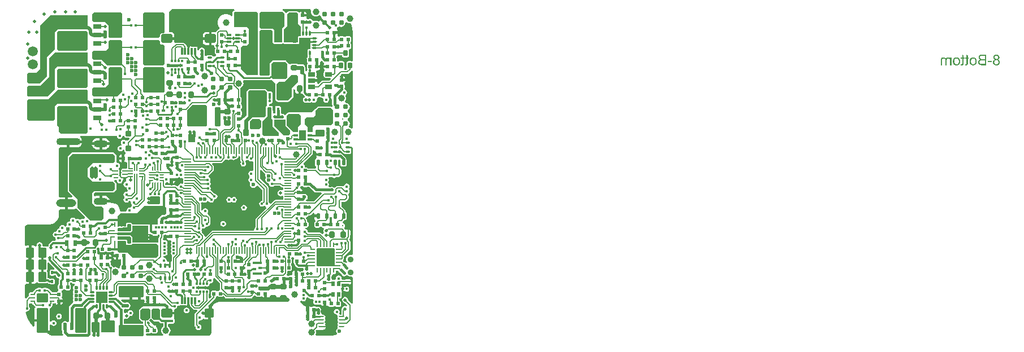
<source format=gbl>
G04*
G04 #@! TF.GenerationSoftware,Altium Limited,Altium Designer,20.0.13 (296)*
G04*
G04 Layer_Physical_Order=8*
G04 Layer_Color=65280*
%FSLAX42Y42*%
%MOMM*%
G71*
G01*
G75*
%ADD10C,0.20*%
%ADD12C,0.15*%
%ADD99C,0.30*%
%ADD101C,0.45*%
G04:AMPARAMS|DCode=103|XSize=1.1mm|YSize=0.6mm|CornerRadius=0.06mm|HoleSize=0mm|Usage=FLASHONLY|Rotation=0.000|XOffset=0mm|YOffset=0mm|HoleType=Round|Shape=RoundedRectangle|*
%AMROUNDEDRECTD103*
21,1,1.10,0.48,0,0,0.0*
21,1,0.98,0.60,0,0,0.0*
1,1,0.12,0.49,-0.24*
1,1,0.12,-0.49,-0.24*
1,1,0.12,-0.49,0.24*
1,1,0.12,0.49,0.24*
%
%ADD103ROUNDEDRECTD103*%
%ADD105C,1.00*%
G04:AMPARAMS|DCode=109|XSize=0.5mm|YSize=0.55mm|CornerRadius=0.09mm|HoleSize=0mm|Usage=FLASHONLY|Rotation=270.000|XOffset=0mm|YOffset=0mm|HoleType=Round|Shape=RoundedRectangle|*
%AMROUNDEDRECTD109*
21,1,0.50,0.38,0,0,270.0*
21,1,0.33,0.55,0,0,270.0*
1,1,0.18,-0.19,-0.16*
1,1,0.18,-0.19,0.16*
1,1,0.18,0.19,0.16*
1,1,0.18,0.19,-0.16*
%
%ADD109ROUNDEDRECTD109*%
G04:AMPARAMS|DCode=110|XSize=0.5mm|YSize=0.55mm|CornerRadius=0.09mm|HoleSize=0mm|Usage=FLASHONLY|Rotation=0.000|XOffset=0mm|YOffset=0mm|HoleType=Round|Shape=RoundedRectangle|*
%AMROUNDEDRECTD110*
21,1,0.50,0.38,0,0,0.0*
21,1,0.33,0.55,0,0,0.0*
1,1,0.18,0.16,-0.19*
1,1,0.18,-0.16,-0.19*
1,1,0.18,-0.16,0.19*
1,1,0.18,0.16,0.19*
%
%ADD110ROUNDEDRECTD110*%
G04:AMPARAMS|DCode=111|XSize=1.15mm|YSize=1.45mm|CornerRadius=0.09mm|HoleSize=0mm|Usage=FLASHONLY|Rotation=270.000|XOffset=0mm|YOffset=0mm|HoleType=Round|Shape=RoundedRectangle|*
%AMROUNDEDRECTD111*
21,1,1.15,1.28,0,0,270.0*
21,1,0.98,1.45,0,0,270.0*
1,1,0.17,-0.64,-0.49*
1,1,0.17,-0.64,0.49*
1,1,0.17,0.64,0.49*
1,1,0.17,0.64,-0.49*
%
%ADD111ROUNDEDRECTD111*%
G04:AMPARAMS|DCode=116|XSize=0.8mm|YSize=0.8mm|CornerRadius=0.08mm|HoleSize=0mm|Usage=FLASHONLY|Rotation=270.000|XOffset=0mm|YOffset=0mm|HoleType=Round|Shape=RoundedRectangle|*
%AMROUNDEDRECTD116*
21,1,0.80,0.64,0,0,270.0*
21,1,0.64,0.80,0,0,270.0*
1,1,0.16,-0.32,-0.32*
1,1,0.16,-0.32,0.32*
1,1,0.16,0.32,0.32*
1,1,0.16,0.32,-0.32*
%
%ADD116ROUNDEDRECTD116*%
G04:AMPARAMS|DCode=118|XSize=0.3mm|YSize=0.7mm|CornerRadius=0.03mm|HoleSize=0mm|Usage=FLASHONLY|Rotation=270.000|XOffset=0mm|YOffset=0mm|HoleType=Round|Shape=RoundedRectangle|*
%AMROUNDEDRECTD118*
21,1,0.30,0.64,0,0,270.0*
21,1,0.24,0.70,0,0,270.0*
1,1,0.06,-0.32,-0.12*
1,1,0.06,-0.32,0.12*
1,1,0.06,0.32,0.12*
1,1,0.06,0.32,-0.12*
%
%ADD118ROUNDEDRECTD118*%
G04:AMPARAMS|DCode=125|XSize=0.41mm|YSize=0.15mm|CornerRadius=0.02mm|HoleSize=0mm|Usage=FLASHONLY|Rotation=90.000|XOffset=0mm|YOffset=0mm|HoleType=Round|Shape=RoundedRectangle|*
%AMROUNDEDRECTD125*
21,1,0.41,0.12,0,0,90.0*
21,1,0.38,0.15,0,0,90.0*
1,1,0.03,0.06,0.19*
1,1,0.03,0.06,-0.19*
1,1,0.03,-0.06,-0.19*
1,1,0.03,-0.06,0.19*
%
%ADD125ROUNDEDRECTD125*%
G04:AMPARAMS|DCode=132|XSize=1.15mm|YSize=1.45mm|CornerRadius=0.09mm|HoleSize=0mm|Usage=FLASHONLY|Rotation=180.000|XOffset=0mm|YOffset=0mm|HoleType=Round|Shape=RoundedRectangle|*
%AMROUNDEDRECTD132*
21,1,1.15,1.28,0,0,180.0*
21,1,0.98,1.45,0,0,180.0*
1,1,0.17,-0.49,0.64*
1,1,0.17,0.49,0.64*
1,1,0.17,0.49,-0.64*
1,1,0.17,-0.49,-0.64*
%
%ADD132ROUNDEDRECTD132*%
G04:AMPARAMS|DCode=134|XSize=0.8mm|YSize=0.99mm|CornerRadius=0.14mm|HoleSize=0mm|Usage=FLASHONLY|Rotation=180.000|XOffset=0mm|YOffset=0mm|HoleType=Round|Shape=RoundedRectangle|*
%AMROUNDEDRECTD134*
21,1,0.80,0.71,0,0,180.0*
21,1,0.52,0.99,0,0,180.0*
1,1,0.28,-0.26,0.36*
1,1,0.28,0.26,0.36*
1,1,0.28,0.26,-0.36*
1,1,0.28,-0.26,-0.36*
%
%ADD134ROUNDEDRECTD134*%
G04:AMPARAMS|DCode=139|XSize=0.3mm|YSize=0.66mm|CornerRadius=0.05mm|HoleSize=0mm|Usage=FLASHONLY|Rotation=180.000|XOffset=0mm|YOffset=0mm|HoleType=Round|Shape=RoundedRectangle|*
%AMROUNDEDRECTD139*
21,1,0.30,0.57,0,0,180.0*
21,1,0.21,0.66,0,0,180.0*
1,1,0.09,-0.11,0.28*
1,1,0.09,0.11,0.28*
1,1,0.09,0.11,-0.28*
1,1,0.09,-0.11,-0.28*
%
%ADD139ROUNDEDRECTD139*%
G04:AMPARAMS|DCode=145|XSize=0.8mm|YSize=0.99mm|CornerRadius=0.14mm|HoleSize=0mm|Usage=FLASHONLY|Rotation=90.000|XOffset=0mm|YOffset=0mm|HoleType=Round|Shape=RoundedRectangle|*
%AMROUNDEDRECTD145*
21,1,0.80,0.71,0,0,90.0*
21,1,0.52,0.99,0,0,90.0*
1,1,0.28,0.36,0.26*
1,1,0.28,0.36,-0.26*
1,1,0.28,-0.36,-0.26*
1,1,0.28,-0.36,0.26*
%
%ADD145ROUNDEDRECTD145*%
G04:AMPARAMS|DCode=146|XSize=0.41mm|YSize=0.15mm|CornerRadius=0.02mm|HoleSize=0mm|Usage=FLASHONLY|Rotation=180.000|XOffset=0mm|YOffset=0mm|HoleType=Round|Shape=RoundedRectangle|*
%AMROUNDEDRECTD146*
21,1,0.41,0.12,0,0,180.0*
21,1,0.38,0.15,0,0,180.0*
1,1,0.03,-0.19,0.06*
1,1,0.03,0.19,0.06*
1,1,0.03,0.19,-0.06*
1,1,0.03,-0.19,-0.06*
%
%ADD146ROUNDEDRECTD146*%
G04:AMPARAMS|DCode=158|XSize=0.5mm|YSize=0.5mm|CornerRadius=0.05mm|HoleSize=0mm|Usage=FLASHONLY|Rotation=270.000|XOffset=0mm|YOffset=0mm|HoleType=Round|Shape=RoundedRectangle|*
%AMROUNDEDRECTD158*
21,1,0.50,0.40,0,0,270.0*
21,1,0.40,0.50,0,0,270.0*
1,1,0.10,-0.20,-0.20*
1,1,0.10,-0.20,0.20*
1,1,0.10,0.20,0.20*
1,1,0.10,0.20,-0.20*
%
%ADD158ROUNDEDRECTD158*%
G04:AMPARAMS|DCode=163|XSize=0.6mm|YSize=0.24mm|CornerRadius=0.04mm|HoleSize=0mm|Usage=FLASHONLY|Rotation=0.000|XOffset=0mm|YOffset=0mm|HoleType=Round|Shape=RoundedRectangle|*
%AMROUNDEDRECTD163*
21,1,0.60,0.17,0,0,0.0*
21,1,0.53,0.24,0,0,0.0*
1,1,0.07,0.26,-0.08*
1,1,0.07,-0.26,-0.08*
1,1,0.07,-0.26,0.08*
1,1,0.07,0.26,0.08*
%
%ADD163ROUNDEDRECTD163*%
G04:AMPARAMS|DCode=164|XSize=0.6mm|YSize=0.24mm|CornerRadius=0.04mm|HoleSize=0mm|Usage=FLASHONLY|Rotation=90.000|XOffset=0mm|YOffset=0mm|HoleType=Round|Shape=RoundedRectangle|*
%AMROUNDEDRECTD164*
21,1,0.60,0.17,0,0,90.0*
21,1,0.53,0.24,0,0,90.0*
1,1,0.07,0.08,0.26*
1,1,0.07,0.08,-0.26*
1,1,0.07,-0.08,-0.26*
1,1,0.07,-0.08,0.26*
%
%ADD164ROUNDEDRECTD164*%
G04:AMPARAMS|DCode=172|XSize=0.6mm|YSize=0.8mm|CornerRadius=0.06mm|HoleSize=0mm|Usage=FLASHONLY|Rotation=180.000|XOffset=0mm|YOffset=0mm|HoleType=Round|Shape=RoundedRectangle|*
%AMROUNDEDRECTD172*
21,1,0.60,0.68,0,0,180.0*
21,1,0.48,0.80,0,0,180.0*
1,1,0.12,-0.24,0.34*
1,1,0.12,0.24,0.34*
1,1,0.12,0.24,-0.34*
1,1,0.12,-0.24,-0.34*
%
%ADD172ROUNDEDRECTD172*%
G04:AMPARAMS|DCode=177|XSize=0.5mm|YSize=0.5mm|CornerRadius=0.05mm|HoleSize=0mm|Usage=FLASHONLY|Rotation=0.000|XOffset=0mm|YOffset=0mm|HoleType=Round|Shape=RoundedRectangle|*
%AMROUNDEDRECTD177*
21,1,0.50,0.40,0,0,0.0*
21,1,0.40,0.50,0,0,0.0*
1,1,0.10,0.20,-0.20*
1,1,0.10,-0.20,-0.20*
1,1,0.10,-0.20,0.20*
1,1,0.10,0.20,0.20*
%
%ADD177ROUNDEDRECTD177*%
%ADD182C,0.15*%
%ADD183C,0.30*%
%ADD184C,0.40*%
%ADD186C,0.25*%
%ADD187C,0.60*%
%ADD188C,0.20*%
%ADD189C,0.50*%
%ADD193R,1.80X1.80*%
%ADD194C,1.50*%
%ADD195O,2.10X1.10*%
%ADD196O,3.60X1.10*%
%ADD197O,3.00X1.20*%
%ADD198C,0.90*%
%ADD199C,0.35*%
%ADD200C,0.99*%
%ADD201C,0.50*%
%ADD202C,0.60*%
G04:AMPARAMS|DCode=203|XSize=1.79mm|YSize=0.22mm|CornerRadius=0.03mm|HoleSize=0mm|Usage=FLASHONLY|Rotation=180.000|XOffset=0mm|YOffset=0mm|HoleType=Round|Shape=RoundedRectangle|*
%AMROUNDEDRECTD203*
21,1,1.79,0.15,0,0,180.0*
21,1,1.72,0.22,0,0,180.0*
1,1,0.07,-0.86,0.08*
1,1,0.07,0.86,0.08*
1,1,0.07,0.86,-0.08*
1,1,0.07,-0.86,-0.08*
%
%ADD203ROUNDEDRECTD203*%
G04:AMPARAMS|DCode=204|XSize=1.79mm|YSize=0.24mm|CornerRadius=0.04mm|HoleSize=0mm|Usage=FLASHONLY|Rotation=180.000|XOffset=0mm|YOffset=0mm|HoleType=Round|Shape=RoundedRectangle|*
%AMROUNDEDRECTD204*
21,1,1.79,0.17,0,0,180.0*
21,1,1.72,0.24,0,0,180.0*
1,1,0.07,-0.86,0.08*
1,1,0.07,0.86,0.08*
1,1,0.07,0.86,-0.08*
1,1,0.07,-0.86,-0.08*
%
%ADD204ROUNDEDRECTD204*%
G04:AMPARAMS|DCode=205|XSize=0.4mm|YSize=0.48mm|CornerRadius=0.04mm|HoleSize=0mm|Usage=FLASHONLY|Rotation=0.000|XOffset=0mm|YOffset=0mm|HoleType=Round|Shape=RoundedRectangle|*
%AMROUNDEDRECTD205*
21,1,0.40,0.40,0,0,0.0*
21,1,0.32,0.48,0,0,0.0*
1,1,0.08,0.16,-0.20*
1,1,0.08,-0.16,-0.20*
1,1,0.08,-0.16,0.20*
1,1,0.08,0.16,0.20*
%
%ADD205ROUNDEDRECTD205*%
G04:AMPARAMS|DCode=206|XSize=0.8mm|YSize=0.25mm|CornerRadius=0.13mm|HoleSize=0mm|Usage=FLASHONLY|Rotation=180.000|XOffset=0mm|YOffset=0mm|HoleType=Round|Shape=RoundedRectangle|*
%AMROUNDEDRECTD206*
21,1,0.80,0.00,0,0,180.0*
21,1,0.55,0.25,0,0,180.0*
1,1,0.25,-0.28,0.00*
1,1,0.25,0.28,0.00*
1,1,0.25,0.28,0.00*
1,1,0.25,-0.28,0.00*
%
%ADD206ROUNDEDRECTD206*%
G04:AMPARAMS|DCode=207|XSize=0.38mm|YSize=0.3mm|CornerRadius=0.03mm|HoleSize=0mm|Usage=FLASHONLY|Rotation=90.000|XOffset=0mm|YOffset=0mm|HoleType=Round|Shape=RoundedRectangle|*
%AMROUNDEDRECTD207*
21,1,0.38,0.24,0,0,90.0*
21,1,0.32,0.30,0,0,90.0*
1,1,0.06,0.12,0.16*
1,1,0.06,0.12,-0.16*
1,1,0.06,-0.12,-0.16*
1,1,0.06,-0.12,0.16*
%
%ADD207ROUNDEDRECTD207*%
G04:AMPARAMS|DCode=208|XSize=0.4mm|YSize=0.4mm|CornerRadius=0.04mm|HoleSize=0mm|Usage=FLASHONLY|Rotation=90.000|XOffset=0mm|YOffset=0mm|HoleType=Round|Shape=RoundedRectangle|*
%AMROUNDEDRECTD208*
21,1,0.40,0.32,0,0,90.0*
21,1,0.32,0.40,0,0,90.0*
1,1,0.08,0.16,0.16*
1,1,0.08,0.16,-0.16*
1,1,0.08,-0.16,-0.16*
1,1,0.08,-0.16,0.16*
%
%ADD208ROUNDEDRECTD208*%
G04:AMPARAMS|DCode=209|XSize=0.73mm|YSize=0.52mm|CornerRadius=0.05mm|HoleSize=0mm|Usage=FLASHONLY|Rotation=90.000|XOffset=0mm|YOffset=0mm|HoleType=Round|Shape=RoundedRectangle|*
%AMROUNDEDRECTD209*
21,1,0.73,0.42,0,0,90.0*
21,1,0.62,0.52,0,0,90.0*
1,1,0.10,0.21,0.31*
1,1,0.10,0.21,-0.31*
1,1,0.10,-0.21,-0.31*
1,1,0.10,-0.21,0.31*
%
%ADD209ROUNDEDRECTD209*%
G04:AMPARAMS|DCode=210|XSize=0.1mm|YSize=0.1mm|CornerRadius=0.01mm|HoleSize=0mm|Usage=FLASHONLY|Rotation=270.000|XOffset=0mm|YOffset=0mm|HoleType=Round|Shape=RoundedRectangle|*
%AMROUNDEDRECTD210*
21,1,0.10,0.08,0,0,270.0*
21,1,0.08,0.10,0,0,270.0*
1,1,0.02,-0.04,-0.04*
1,1,0.02,-0.04,0.04*
1,1,0.02,0.04,0.04*
1,1,0.02,0.04,-0.04*
%
%ADD210ROUNDEDRECTD210*%
G04:AMPARAMS|DCode=211|XSize=2.68mm|YSize=2.68mm|CornerRadius=0.13mm|HoleSize=0mm|Usage=FLASHONLY|Rotation=90.000|XOffset=0mm|YOffset=0mm|HoleType=Round|Shape=RoundedRectangle|*
%AMROUNDEDRECTD211*
21,1,2.68,2.41,0,0,90.0*
21,1,2.41,2.68,0,0,90.0*
1,1,0.27,1.21,1.21*
1,1,0.27,1.21,-1.21*
1,1,0.27,-1.21,-1.21*
1,1,0.27,-1.21,1.21*
%
%ADD211ROUNDEDRECTD211*%
%ADD212O,0.80X0.25*%
%ADD213O,0.25X0.80*%
G04:AMPARAMS|DCode=214|XSize=0.8mm|YSize=0.5mm|CornerRadius=0.05mm|HoleSize=0mm|Usage=FLASHONLY|Rotation=90.000|XOffset=0mm|YOffset=0mm|HoleType=Round|Shape=RoundedRectangle|*
%AMROUNDEDRECTD214*
21,1,0.80,0.40,0,0,90.0*
21,1,0.70,0.50,0,0,90.0*
1,1,0.10,0.20,0.35*
1,1,0.10,0.20,-0.35*
1,1,0.10,-0.20,-0.35*
1,1,0.10,-0.20,0.35*
%
%ADD214ROUNDEDRECTD214*%
G04:AMPARAMS|DCode=215|XSize=0.3mm|YSize=0.66mm|CornerRadius=0.05mm|HoleSize=0mm|Usage=FLASHONLY|Rotation=90.000|XOffset=0mm|YOffset=0mm|HoleType=Round|Shape=RoundedRectangle|*
%AMROUNDEDRECTD215*
21,1,0.30,0.57,0,0,90.0*
21,1,0.21,0.66,0,0,90.0*
1,1,0.09,0.28,0.11*
1,1,0.09,0.28,-0.11*
1,1,0.09,-0.28,-0.11*
1,1,0.09,-0.28,0.11*
%
%ADD215ROUNDEDRECTD215*%
G04:AMPARAMS|DCode=216|XSize=0.3mm|YSize=0.5mm|CornerRadius=0.03mm|HoleSize=0mm|Usage=FLASHONLY|Rotation=90.000|XOffset=0mm|YOffset=0mm|HoleType=Round|Shape=RoundedRectangle|*
%AMROUNDEDRECTD216*
21,1,0.30,0.44,0,0,90.0*
21,1,0.24,0.50,0,0,90.0*
1,1,0.06,0.22,0.12*
1,1,0.06,0.22,-0.12*
1,1,0.06,-0.22,-0.12*
1,1,0.06,-0.22,0.12*
%
%ADD216ROUNDEDRECTD216*%
G04:AMPARAMS|DCode=217|XSize=0.4mm|YSize=1.4mm|CornerRadius=0.04mm|HoleSize=0mm|Usage=FLASHONLY|Rotation=90.000|XOffset=0mm|YOffset=0mm|HoleType=Round|Shape=RoundedRectangle|*
%AMROUNDEDRECTD217*
21,1,0.40,1.32,0,0,90.0*
21,1,0.32,1.40,0,0,90.0*
1,1,0.08,0.66,0.16*
1,1,0.08,0.66,-0.16*
1,1,0.08,-0.66,-0.16*
1,1,0.08,-0.66,0.16*
%
%ADD217ROUNDEDRECTD217*%
G04:AMPARAMS|DCode=218|XSize=0.25mm|YSize=0.7mm|CornerRadius=0.03mm|HoleSize=0mm|Usage=FLASHONLY|Rotation=270.000|XOffset=0mm|YOffset=0mm|HoleType=Round|Shape=RoundedRectangle|*
%AMROUNDEDRECTD218*
21,1,0.25,0.65,0,0,270.0*
21,1,0.20,0.70,0,0,270.0*
1,1,0.05,-0.33,-0.10*
1,1,0.05,-0.33,0.10*
1,1,0.05,0.33,0.10*
1,1,0.05,0.33,-0.10*
%
%ADD218ROUNDEDRECTD218*%
G04:AMPARAMS|DCode=219|XSize=1.35mm|YSize=1.65mm|CornerRadius=0.14mm|HoleSize=0mm|Usage=FLASHONLY|Rotation=90.000|XOffset=0mm|YOffset=0mm|HoleType=Round|Shape=RoundedRectangle|*
%AMROUNDEDRECTD219*
21,1,1.35,1.38,0,0,90.0*
21,1,1.08,1.65,0,0,90.0*
1,1,0.27,0.69,0.54*
1,1,0.27,0.69,-0.54*
1,1,0.27,-0.69,-0.54*
1,1,0.27,-0.69,0.54*
%
%ADD219ROUNDEDRECTD219*%
G04:AMPARAMS|DCode=220|XSize=1.65mm|YSize=3.68mm|CornerRadius=0.08mm|HoleSize=0mm|Usage=FLASHONLY|Rotation=0.000|XOffset=0mm|YOffset=0mm|HoleType=Round|Shape=RoundedRectangle|*
%AMROUNDEDRECTD220*
21,1,1.65,3.52,0,0,0.0*
21,1,1.49,3.68,0,0,0.0*
1,1,0.17,0.74,-1.76*
1,1,0.17,-0.74,-1.76*
1,1,0.17,-0.74,1.76*
1,1,0.17,0.74,1.76*
%
%ADD220ROUNDEDRECTD220*%
G04:AMPARAMS|DCode=221|XSize=0.3mm|YSize=0.6mm|CornerRadius=0.03mm|HoleSize=0mm|Usage=FLASHONLY|Rotation=270.000|XOffset=0mm|YOffset=0mm|HoleType=Round|Shape=RoundedRectangle|*
%AMROUNDEDRECTD221*
21,1,0.30,0.54,0,0,270.0*
21,1,0.24,0.60,0,0,270.0*
1,1,0.06,-0.27,-0.12*
1,1,0.06,-0.27,0.12*
1,1,0.06,0.27,0.12*
1,1,0.06,0.27,-0.12*
%
%ADD221ROUNDEDRECTD221*%
G04:AMPARAMS|DCode=222|XSize=0.3mm|YSize=0.6mm|CornerRadius=0.03mm|HoleSize=0mm|Usage=FLASHONLY|Rotation=0.000|XOffset=0mm|YOffset=0mm|HoleType=Round|Shape=RoundedRectangle|*
%AMROUNDEDRECTD222*
21,1,0.30,0.54,0,0,0.0*
21,1,0.24,0.60,0,0,0.0*
1,1,0.06,0.12,-0.27*
1,1,0.06,-0.12,-0.27*
1,1,0.06,-0.12,0.27*
1,1,0.06,0.12,0.27*
%
%ADD222ROUNDEDRECTD222*%
G04:AMPARAMS|DCode=223|XSize=0.55mm|YSize=0.8mm|CornerRadius=0.06mm|HoleSize=0mm|Usage=FLASHONLY|Rotation=0.000|XOffset=0mm|YOffset=0mm|HoleType=Round|Shape=RoundedRectangle|*
%AMROUNDEDRECTD223*
21,1,0.55,0.69,0,0,0.0*
21,1,0.44,0.80,0,0,0.0*
1,1,0.11,0.22,-0.35*
1,1,0.11,-0.22,-0.35*
1,1,0.11,-0.22,0.35*
1,1,0.11,0.22,0.35*
%
%ADD223ROUNDEDRECTD223*%
G04:AMPARAMS|DCode=224|XSize=1.65mm|YSize=3.68mm|CornerRadius=0.08mm|HoleSize=0mm|Usage=FLASHONLY|Rotation=270.000|XOffset=0mm|YOffset=0mm|HoleType=Round|Shape=RoundedRectangle|*
%AMROUNDEDRECTD224*
21,1,1.65,3.52,0,0,270.0*
21,1,1.49,3.68,0,0,270.0*
1,1,0.17,-1.76,-0.74*
1,1,0.17,-1.76,0.74*
1,1,0.17,1.76,0.74*
1,1,0.17,1.76,-0.74*
%
%ADD224ROUNDEDRECTD224*%
%ADD225C,0.79*%
G04:AMPARAMS|DCode=226|XSize=1.65mm|YSize=1.3mm|CornerRadius=0.13mm|HoleSize=0mm|Usage=FLASHONLY|Rotation=0.000|XOffset=0mm|YOffset=0mm|HoleType=Round|Shape=RoundedRectangle|*
%AMROUNDEDRECTD226*
21,1,1.65,1.04,0,0,0.0*
21,1,1.39,1.30,0,0,0.0*
1,1,0.26,0.69,-0.52*
1,1,0.26,-0.69,-0.52*
1,1,0.26,-0.69,0.52*
1,1,0.26,0.69,0.52*
%
%ADD226ROUNDEDRECTD226*%
G04:AMPARAMS|DCode=227|XSize=1.4mm|YSize=1.3mm|CornerRadius=0.13mm|HoleSize=0mm|Usage=FLASHONLY|Rotation=180.000|XOffset=0mm|YOffset=0mm|HoleType=Round|Shape=RoundedRectangle|*
%AMROUNDEDRECTD227*
21,1,1.40,1.04,0,0,180.0*
21,1,1.14,1.30,0,0,180.0*
1,1,0.26,-0.57,0.52*
1,1,0.26,0.57,0.52*
1,1,0.26,0.57,-0.52*
1,1,0.26,-0.57,-0.52*
%
%ADD227ROUNDEDRECTD227*%
G04:AMPARAMS|DCode=228|XSize=0.3mm|YSize=1mm|CornerRadius=0.03mm|HoleSize=0mm|Usage=FLASHONLY|Rotation=180.000|XOffset=0mm|YOffset=0mm|HoleType=Round|Shape=RoundedRectangle|*
%AMROUNDEDRECTD228*
21,1,0.30,0.94,0,0,180.0*
21,1,0.24,1.00,0,0,180.0*
1,1,0.06,-0.12,0.47*
1,1,0.06,0.12,0.47*
1,1,0.06,0.12,-0.47*
1,1,0.06,-0.12,-0.47*
%
%ADD228ROUNDEDRECTD228*%
G04:AMPARAMS|DCode=229|XSize=0.65mm|YSize=0.7mm|CornerRadius=0.07mm|HoleSize=0mm|Usage=FLASHONLY|Rotation=180.000|XOffset=0mm|YOffset=0mm|HoleType=Round|Shape=RoundedRectangle|*
%AMROUNDEDRECTD229*
21,1,0.65,0.57,0,0,180.0*
21,1,0.52,0.70,0,0,180.0*
1,1,0.13,-0.26,0.28*
1,1,0.13,0.26,0.28*
1,1,0.13,0.26,-0.28*
1,1,0.13,-0.26,-0.28*
%
%ADD229ROUNDEDRECTD229*%
G04:AMPARAMS|DCode=230|XSize=0.45mm|YSize=0.7mm|CornerRadius=0.05mm|HoleSize=0mm|Usage=FLASHONLY|Rotation=180.000|XOffset=0mm|YOffset=0mm|HoleType=Round|Shape=RoundedRectangle|*
%AMROUNDEDRECTD230*
21,1,0.45,0.61,0,0,180.0*
21,1,0.36,0.70,0,0,180.0*
1,1,0.09,-0.18,0.31*
1,1,0.09,0.18,0.31*
1,1,0.09,0.18,-0.31*
1,1,0.09,-0.18,-0.31*
%
%ADD230ROUNDEDRECTD230*%
G04:AMPARAMS|DCode=231|XSize=0.25mm|YSize=0.6mm|CornerRadius=0.03mm|HoleSize=0mm|Usage=FLASHONLY|Rotation=90.000|XOffset=0mm|YOffset=0mm|HoleType=Round|Shape=RoundedRectangle|*
%AMROUNDEDRECTD231*
21,1,0.25,0.55,0,0,90.0*
21,1,0.20,0.60,0,0,90.0*
1,1,0.05,0.28,0.10*
1,1,0.05,0.28,-0.10*
1,1,0.05,-0.28,-0.10*
1,1,0.05,-0.28,0.10*
%
%ADD231ROUNDEDRECTD231*%
G04:AMPARAMS|DCode=232|XSize=0.2mm|YSize=0.9mm|CornerRadius=0.02mm|HoleSize=0mm|Usage=FLASHONLY|Rotation=0.000|XOffset=0mm|YOffset=0mm|HoleType=Round|Shape=RoundedRectangle|*
%AMROUNDEDRECTD232*
21,1,0.20,0.86,0,0,0.0*
21,1,0.16,0.90,0,0,0.0*
1,1,0.04,0.08,-0.43*
1,1,0.04,-0.08,-0.43*
1,1,0.04,-0.08,0.43*
1,1,0.04,0.08,0.43*
%
%ADD232ROUNDEDRECTD232*%
G04:AMPARAMS|DCode=233|XSize=0.2mm|YSize=0.6mm|CornerRadius=0.02mm|HoleSize=0mm|Usage=FLASHONLY|Rotation=270.000|XOffset=0mm|YOffset=0mm|HoleType=Round|Shape=RoundedRectangle|*
%AMROUNDEDRECTD233*
21,1,0.20,0.56,0,0,270.0*
21,1,0.16,0.60,0,0,270.0*
1,1,0.04,-0.28,-0.08*
1,1,0.04,-0.28,0.08*
1,1,0.04,0.28,0.08*
1,1,0.04,0.28,-0.08*
%
%ADD233ROUNDEDRECTD233*%
G04:AMPARAMS|DCode=234|XSize=0.2mm|YSize=0.6mm|CornerRadius=0.05mm|HoleSize=0mm|Usage=FLASHONLY|Rotation=180.000|XOffset=0mm|YOffset=0mm|HoleType=Round|Shape=RoundedRectangle|*
%AMROUNDEDRECTD234*
21,1,0.20,0.50,0,0,180.0*
21,1,0.10,0.60,0,0,180.0*
1,1,0.10,-0.05,0.25*
1,1,0.10,0.05,0.25*
1,1,0.10,0.05,-0.25*
1,1,0.10,-0.05,-0.25*
%
%ADD234ROUNDEDRECTD234*%
G04:AMPARAMS|DCode=235|XSize=0.2mm|YSize=0.6mm|CornerRadius=0.05mm|HoleSize=0mm|Usage=FLASHONLY|Rotation=270.000|XOffset=0mm|YOffset=0mm|HoleType=Round|Shape=RoundedRectangle|*
%AMROUNDEDRECTD235*
21,1,0.20,0.50,0,0,270.0*
21,1,0.10,0.60,0,0,270.0*
1,1,0.10,-0.25,-0.05*
1,1,0.10,-0.25,0.05*
1,1,0.10,0.25,0.05*
1,1,0.10,0.25,-0.05*
%
%ADD235ROUNDEDRECTD235*%
G04:AMPARAMS|DCode=236|XSize=0.2mm|YSize=0.7mm|CornerRadius=0.05mm|HoleSize=0mm|Usage=FLASHONLY|Rotation=270.000|XOffset=0mm|YOffset=0mm|HoleType=Round|Shape=RoundedRectangle|*
%AMROUNDEDRECTD236*
21,1,0.20,0.60,0,0,270.0*
21,1,0.10,0.70,0,0,270.0*
1,1,0.10,-0.30,-0.05*
1,1,0.10,-0.30,0.05*
1,1,0.10,0.30,0.05*
1,1,0.10,0.30,-0.05*
%
%ADD236ROUNDEDRECTD236*%
G04:AMPARAMS|DCode=237|XSize=1.2mm|YSize=1.1mm|CornerRadius=0.11mm|HoleSize=0mm|Usage=FLASHONLY|Rotation=270.000|XOffset=0mm|YOffset=0mm|HoleType=Round|Shape=RoundedRectangle|*
%AMROUNDEDRECTD237*
21,1,1.20,0.88,0,0,270.0*
21,1,0.98,1.10,0,0,270.0*
1,1,0.22,-0.44,-0.49*
1,1,0.22,-0.44,0.49*
1,1,0.22,0.44,0.49*
1,1,0.22,0.44,-0.49*
%
%ADD237ROUNDEDRECTD237*%
G04:AMPARAMS|DCode=238|XSize=1.25mm|YSize=0.65mm|CornerRadius=0.07mm|HoleSize=0mm|Usage=FLASHONLY|Rotation=180.000|XOffset=0mm|YOffset=0mm|HoleType=Round|Shape=RoundedRectangle|*
%AMROUNDEDRECTD238*
21,1,1.25,0.52,0,0,180.0*
21,1,1.12,0.65,0,0,180.0*
1,1,0.13,-0.56,0.26*
1,1,0.13,0.56,0.26*
1,1,0.13,0.56,-0.26*
1,1,0.13,-0.56,-0.26*
%
%ADD238ROUNDEDRECTD238*%
G04:AMPARAMS|DCode=239|XSize=1.65mm|YSize=3.68mm|CornerRadius=0.17mm|HoleSize=0mm|Usage=FLASHONLY|Rotation=180.000|XOffset=0mm|YOffset=0mm|HoleType=Round|Shape=RoundedRectangle|*
%AMROUNDEDRECTD239*
21,1,1.65,3.35,0,0,180.0*
21,1,1.32,3.68,0,0,180.0*
1,1,0.33,-0.66,1.68*
1,1,0.33,0.66,1.68*
1,1,0.33,0.66,-1.68*
1,1,0.33,-0.66,-1.68*
%
%ADD239ROUNDEDRECTD239*%
G04:AMPARAMS|DCode=240|XSize=0.4mm|YSize=0.48mm|CornerRadius=0.04mm|HoleSize=0mm|Usage=FLASHONLY|Rotation=90.000|XOffset=0mm|YOffset=0mm|HoleType=Round|Shape=RoundedRectangle|*
%AMROUNDEDRECTD240*
21,1,0.40,0.40,0,0,90.0*
21,1,0.32,0.48,0,0,90.0*
1,1,0.08,0.20,0.16*
1,1,0.08,0.20,-0.16*
1,1,0.08,-0.20,-0.16*
1,1,0.08,-0.20,0.16*
%
%ADD240ROUNDEDRECTD240*%
G04:AMPARAMS|DCode=241|XSize=0.85mm|YSize=2.8mm|CornerRadius=0.09mm|HoleSize=0mm|Usage=FLASHONLY|Rotation=180.000|XOffset=0mm|YOffset=0mm|HoleType=Round|Shape=RoundedRectangle|*
%AMROUNDEDRECTD241*
21,1,0.85,2.63,0,0,180.0*
21,1,0.68,2.80,0,0,180.0*
1,1,0.17,-0.34,1.32*
1,1,0.17,0.34,1.32*
1,1,0.17,0.34,-1.32*
1,1,0.17,-0.34,-1.32*
%
%ADD241ROUNDEDRECTD241*%
G04:AMPARAMS|DCode=242|XSize=2.1mm|YSize=1.4mm|CornerRadius=0.14mm|HoleSize=0mm|Usage=FLASHONLY|Rotation=270.000|XOffset=0mm|YOffset=0mm|HoleType=Round|Shape=RoundedRectangle|*
%AMROUNDEDRECTD242*
21,1,2.10,1.12,0,0,270.0*
21,1,1.82,1.40,0,0,270.0*
1,1,0.28,-0.56,-0.91*
1,1,0.28,-0.56,0.91*
1,1,0.28,0.56,0.91*
1,1,0.28,0.56,-0.91*
%
%ADD242ROUNDEDRECTD242*%
G04:AMPARAMS|DCode=243|XSize=0.28mm|YSize=0.85mm|CornerRadius=0.14mm|HoleSize=0mm|Usage=FLASHONLY|Rotation=270.000|XOffset=0mm|YOffset=0mm|HoleType=Round|Shape=RoundedRectangle|*
%AMROUNDEDRECTD243*
21,1,0.28,0.57,0,0,270.0*
21,1,0.00,0.85,0,0,270.0*
1,1,0.28,-0.28,0.00*
1,1,0.28,-0.28,0.00*
1,1,0.28,0.28,0.00*
1,1,0.28,0.28,0.00*
%
%ADD243ROUNDEDRECTD243*%
G04:AMPARAMS|DCode=244|XSize=0.85mm|YSize=0.28mm|CornerRadius=0.14mm|HoleSize=0mm|Usage=FLASHONLY|Rotation=270.000|XOffset=0mm|YOffset=0mm|HoleType=Round|Shape=RoundedRectangle|*
%AMROUNDEDRECTD244*
21,1,0.85,0.00,0,0,270.0*
21,1,0.57,0.28,0,0,270.0*
1,1,0.28,0.00,-0.28*
1,1,0.28,0.00,0.28*
1,1,0.28,0.00,0.28*
1,1,0.28,0.00,-0.28*
%
%ADD244ROUNDEDRECTD244*%
G04:AMPARAMS|DCode=245|XSize=0.18mm|YSize=1mm|CornerRadius=0.02mm|HoleSize=0mm|Usage=FLASHONLY|Rotation=270.000|XOffset=0mm|YOffset=0mm|HoleType=Round|Shape=RoundedRectangle|*
%AMROUNDEDRECTD245*
21,1,0.18,0.96,0,0,270.0*
21,1,0.14,1.00,0,0,270.0*
1,1,0.04,-0.48,-0.07*
1,1,0.04,-0.48,0.07*
1,1,0.04,0.48,0.07*
1,1,0.04,0.48,-0.07*
%
%ADD245ROUNDEDRECTD245*%
G04:AMPARAMS|DCode=246|XSize=0.18mm|YSize=1mm|CornerRadius=0.02mm|HoleSize=0mm|Usage=FLASHONLY|Rotation=180.000|XOffset=0mm|YOffset=0mm|HoleType=Round|Shape=RoundedRectangle|*
%AMROUNDEDRECTD246*
21,1,0.18,0.96,0,0,180.0*
21,1,0.14,1.00,0,0,180.0*
1,1,0.04,-0.07,0.48*
1,1,0.04,0.07,0.48*
1,1,0.04,0.07,-0.48*
1,1,0.04,-0.07,-0.48*
%
%ADD246ROUNDEDRECTD246*%
G04:AMPARAMS|DCode=247|XSize=0.9mm|YSize=0.95mm|CornerRadius=0.09mm|HoleSize=0mm|Usage=FLASHONLY|Rotation=0.000|XOffset=0mm|YOffset=0mm|HoleType=Round|Shape=RoundedRectangle|*
%AMROUNDEDRECTD247*
21,1,0.90,0.77,0,0,0.0*
21,1,0.72,0.95,0,0,0.0*
1,1,0.18,0.36,-0.39*
1,1,0.18,-0.36,-0.39*
1,1,0.18,-0.36,0.39*
1,1,0.18,0.36,0.39*
%
%ADD247ROUNDEDRECTD247*%
G04:AMPARAMS|DCode=248|XSize=0.9mm|YSize=0.4mm|CornerRadius=0.04mm|HoleSize=0mm|Usage=FLASHONLY|Rotation=90.000|XOffset=0mm|YOffset=0mm|HoleType=Round|Shape=RoundedRectangle|*
%AMROUNDEDRECTD248*
21,1,0.90,0.32,0,0,90.0*
21,1,0.82,0.40,0,0,90.0*
1,1,0.08,0.16,0.41*
1,1,0.08,0.16,-0.41*
1,1,0.08,-0.16,-0.41*
1,1,0.08,-0.16,0.41*
%
%ADD248ROUNDEDRECTD248*%
G04:AMPARAMS|DCode=249|XSize=1.35mm|YSize=1mm|CornerRadius=0.1mm|HoleSize=0mm|Usage=FLASHONLY|Rotation=0.000|XOffset=0mm|YOffset=0mm|HoleType=Round|Shape=RoundedRectangle|*
%AMROUNDEDRECTD249*
21,1,1.35,0.80,0,0,0.0*
21,1,1.15,1.00,0,0,0.0*
1,1,0.20,0.58,-0.40*
1,1,0.20,-0.58,-0.40*
1,1,0.20,-0.58,0.40*
1,1,0.20,0.58,0.40*
%
%ADD249ROUNDEDRECTD249*%
G04:AMPARAMS|DCode=250|XSize=0.8mm|YSize=1mm|CornerRadius=0.14mm|HoleSize=0mm|Usage=FLASHONLY|Rotation=270.000|XOffset=0mm|YOffset=0mm|HoleType=Round|Shape=RoundedRectangle|*
%AMROUNDEDRECTD250*
21,1,0.80,0.72,0,0,270.0*
21,1,0.52,1.00,0,0,270.0*
1,1,0.28,-0.36,-0.26*
1,1,0.28,-0.36,0.26*
1,1,0.28,0.36,0.26*
1,1,0.28,0.36,-0.26*
%
%ADD250ROUNDEDRECTD250*%
G04:AMPARAMS|DCode=251|XSize=0.7mm|YSize=0.95mm|CornerRadius=0.07mm|HoleSize=0mm|Usage=FLASHONLY|Rotation=270.000|XOffset=0mm|YOffset=0mm|HoleType=Round|Shape=RoundedRectangle|*
%AMROUNDEDRECTD251*
21,1,0.70,0.81,0,0,270.0*
21,1,0.56,0.95,0,0,270.0*
1,1,0.14,-0.41,-0.28*
1,1,0.14,-0.41,0.28*
1,1,0.14,0.41,0.28*
1,1,0.14,0.41,-0.28*
%
%ADD251ROUNDEDRECTD251*%
G04:AMPARAMS|DCode=252|XSize=0.95mm|YSize=0.65mm|CornerRadius=0.07mm|HoleSize=0mm|Usage=FLASHONLY|Rotation=270.000|XOffset=0mm|YOffset=0mm|HoleType=Round|Shape=RoundedRectangle|*
%AMROUNDEDRECTD252*
21,1,0.95,0.52,0,0,270.0*
21,1,0.82,0.65,0,0,270.0*
1,1,0.13,-0.26,-0.41*
1,1,0.13,-0.26,0.41*
1,1,0.13,0.26,0.41*
1,1,0.13,0.26,-0.41*
%
%ADD252ROUNDEDRECTD252*%
G04:AMPARAMS|DCode=253|XSize=2mm|YSize=1.95mm|CornerRadius=0.2mm|HoleSize=0mm|Usage=FLASHONLY|Rotation=270.000|XOffset=0mm|YOffset=0mm|HoleType=Round|Shape=RoundedRectangle|*
%AMROUNDEDRECTD253*
21,1,2.00,1.56,0,0,270.0*
21,1,1.61,1.95,0,0,270.0*
1,1,0.39,-0.78,-0.81*
1,1,0.39,-0.78,0.81*
1,1,0.39,0.78,0.81*
1,1,0.39,0.78,-0.81*
%
%ADD253ROUNDEDRECTD253*%
G04:AMPARAMS|DCode=254|XSize=0.67mm|YSize=0.3mm|CornerRadius=0.03mm|HoleSize=0mm|Usage=FLASHONLY|Rotation=0.000|XOffset=0mm|YOffset=0mm|HoleType=Round|Shape=RoundedRectangle|*
%AMROUNDEDRECTD254*
21,1,0.67,0.24,0,0,0.0*
21,1,0.61,0.30,0,0,0.0*
1,1,0.06,0.31,-0.12*
1,1,0.06,-0.31,-0.12*
1,1,0.06,-0.31,0.12*
1,1,0.06,0.31,0.12*
%
%ADD254ROUNDEDRECTD254*%
G04:AMPARAMS|DCode=255|XSize=1.65mm|YSize=3.68mm|CornerRadius=0.33mm|HoleSize=0mm|Usage=FLASHONLY|Rotation=180.000|XOffset=0mm|YOffset=0mm|HoleType=Round|Shape=RoundedRectangle|*
%AMROUNDEDRECTD255*
21,1,1.65,3.02,0,0,180.0*
21,1,0.99,3.68,0,0,180.0*
1,1,0.66,-0.50,1.51*
1,1,0.66,0.50,1.51*
1,1,0.66,0.50,-1.51*
1,1,0.66,-0.50,-1.51*
%
%ADD255ROUNDEDRECTD255*%
%ADD256C,0.18*%
%ADD257C,0.35*%
%ADD258C,0.25*%
%ADD259R,1.65X2.10*%
%ADD260R,1.70X0.40*%
%ADD261P,0.65X4X180.0*%
%ADD262R,1.70X1.70*%
%ADD263R,1.00X1.60*%
G36*
X3186Y4950D02*
X3188Y4930D01*
X3182Y4929D01*
X3176Y4924D01*
X3176Y4924D01*
X3166Y4914D01*
X3161Y4908D01*
X3160Y4900D01*
Y4853D01*
X3141Y4846D01*
X3137Y4850D01*
X3108Y4866D01*
X3076Y4875D01*
X3044Y4875D01*
X3012Y4866D01*
X2983Y4850D01*
X2960Y4827D01*
X2944Y4798D01*
X2935Y4766D01*
Y4750D01*
X2935Y4734D01*
X2944Y4702D01*
X2960Y4673D01*
X2965Y4668D01*
X2962Y4655D01*
X2957Y4648D01*
X2949Y4646D01*
X2940Y4640D01*
X2920Y4620D01*
X2914Y4611D01*
X2904Y4604D01*
X2897Y4606D01*
X2848D01*
Y4510D01*
Y4414D01*
X2872D01*
X2884Y4400D01*
X2888Y4382D01*
X2898Y4368D01*
X2902Y4365D01*
Y4358D01*
X2897Y4350D01*
X2894Y4339D01*
Y4301D01*
X2897Y4290D01*
X2903Y4281D01*
X2910Y4276D01*
X2911Y4265D01*
X2910Y4254D01*
X2902Y4248D01*
X2891Y4238D01*
X2870Y4245D01*
X2870Y4245D01*
X2864Y4253D01*
X2856Y4259D01*
X2847Y4260D01*
X2790D01*
X2780Y4259D01*
X2772Y4253D01*
X2750Y4248D01*
X2747Y4249D01*
X2741Y4254D01*
Y4260D01*
X2742Y4262D01*
X2746Y4280D01*
X2742Y4298D01*
X2741Y4300D01*
Y4310D01*
X2742Y4312D01*
X2746Y4330D01*
X2742Y4348D01*
X2732Y4362D01*
X2718Y4372D01*
X2700Y4376D01*
X2682Y4372D01*
X2668Y4362D01*
X2658Y4348D01*
X2655Y4337D01*
X2635Y4339D01*
Y4367D01*
X2634Y4376D01*
X2629Y4384D01*
X2621Y4389D01*
X2612Y4390D01*
X2588D01*
X2579Y4389D01*
X2575Y4386D01*
X2571Y4389D01*
X2562Y4390D01*
X2538D01*
X2536Y4390D01*
X2536Y4391D01*
X2525Y4398D01*
X2520Y4399D01*
Y4381D01*
X2516Y4376D01*
X2515Y4367D01*
Y4320D01*
X2485D01*
Y4367D01*
X2484Y4376D01*
X2480Y4381D01*
Y4399D01*
X2479Y4399D01*
X2476Y4401D01*
X2470Y4410D01*
X2439Y4440D01*
X2430Y4446D01*
X2420Y4449D01*
X2317D01*
X2307Y4446D01*
X2304Y4444D01*
X2285Y4456D01*
X2286Y4458D01*
Y4490D01*
X2173D01*
Y4530D01*
X2286D01*
Y4562D01*
X2283Y4579D01*
X2273Y4593D01*
X2259Y4603D01*
X2242Y4606D01*
X2210D01*
X2210Y4910D01*
X2250Y4950D01*
X3186Y4950D01*
D02*
G37*
G36*
X4325Y4950D02*
X4338Y4930D01*
X4338Y4930D01*
X4336Y4912D01*
X4338Y4893D01*
X4345Y4877D01*
X4356Y4862D01*
X4371Y4851D01*
X4388Y4844D01*
X4406Y4841D01*
X4424Y4844D01*
X4441Y4851D01*
X4455Y4861D01*
X4460Y4861D01*
X4476Y4856D01*
X4477Y4850D01*
X4490Y4831D01*
X4495Y4827D01*
X4496Y4819D01*
X4494Y4804D01*
X4484Y4796D01*
X4472Y4781D01*
X4469Y4772D01*
X4450Y4766D01*
X4445Y4766D01*
X4441Y4769D01*
X4424Y4776D01*
X4406Y4779D01*
X4388Y4776D01*
X4383Y4774D01*
X4364Y4777D01*
X4358Y4784D01*
X4352Y4792D01*
X4338Y4802D01*
X4320Y4806D01*
X4302Y4802D01*
X4300Y4801D01*
X4290D01*
X4288Y4802D01*
X4274Y4805D01*
X4266Y4817D01*
X4263Y4825D01*
X4265Y4829D01*
X4268Y4840D01*
X4210D01*
Y4860D01*
X4190D01*
Y4916D01*
X4176Y4913D01*
X4163Y4904D01*
X4141Y4907D01*
X4134Y4914D01*
X4128Y4919D01*
X4120Y4920D01*
X4000D01*
X4000Y4920D01*
X3992Y4919D01*
X3986Y4914D01*
X3986Y4914D01*
X3973Y4902D01*
X3960Y4897D01*
X3947Y4902D01*
X3924Y4924D01*
X3918Y4929D01*
X3912Y4930D01*
X3914Y4950D01*
X4325Y4950D01*
D02*
G37*
G36*
X4879Y4749D02*
X4896Y4742D01*
X4914Y4740D01*
X4927Y4742D01*
X4942Y4706D01*
X4954Y4660D01*
X4960Y4614D01*
X4960Y4590D01*
X4960D01*
X4960Y4590D01*
X4960Y4185D01*
X4958Y4182D01*
X4940Y4170D01*
X4939Y4171D01*
X4891D01*
X4881Y4168D01*
X4872Y4163D01*
X4867Y4154D01*
X4865Y4144D01*
Y4076D01*
X4867Y4066D01*
X4871Y4059D01*
X4867Y4050D01*
X4861Y4041D01*
X4839D01*
X4834Y4048D01*
X4830Y4061D01*
X4834Y4066D01*
X4836Y4076D01*
Y4144D01*
X4834Y4154D01*
X4828Y4163D01*
X4819Y4168D01*
X4809Y4171D01*
X4761D01*
X4751Y4168D01*
X4745Y4164D01*
X4733Y4168D01*
X4726Y4174D01*
Y4209D01*
X4723Y4220D01*
X4717Y4229D01*
X4717Y4230D01*
Y4242D01*
X4733Y4259D01*
X4800D01*
Y4256D01*
X4802Y4246D01*
X4807Y4237D01*
X4816Y4232D01*
X4826Y4229D01*
X4874D01*
X4884Y4232D01*
X4893Y4237D01*
X4899Y4246D01*
X4901Y4256D01*
Y4324D01*
X4899Y4332D01*
X4900Y4338D01*
X4910Y4353D01*
X4917Y4354D01*
X4927Y4361D01*
X4933Y4370D01*
X4936Y4381D01*
Y4419D01*
X4933Y4430D01*
X4927Y4439D01*
Y4461D01*
X4933Y4470D01*
X4936Y4481D01*
Y4519D01*
X4933Y4530D01*
X4927Y4539D01*
X4917Y4546D01*
X4906Y4548D01*
X4874D01*
X4863Y4546D01*
X4853Y4539D01*
X4851Y4537D01*
X4850Y4536D01*
X4830D01*
X4829Y4537D01*
X4827Y4539D01*
X4817Y4546D01*
X4806Y4548D01*
X4774D01*
X4763Y4546D01*
X4758Y4542D01*
X4736Y4546D01*
X4735Y4546D01*
X4729Y4557D01*
X4732Y4565D01*
X4733Y4566D01*
X4736Y4580D01*
X4680D01*
Y4620D01*
X4736D01*
X4733Y4634D01*
X4724Y4647D01*
X4721Y4649D01*
X4726Y4670D01*
X4727Y4670D01*
X4741Y4679D01*
X4750Y4693D01*
X4764Y4691D01*
X4764Y4691D01*
X4787Y4686D01*
X4810Y4691D01*
X4830Y4704D01*
X4843Y4723D01*
X4848Y4747D01*
X4847Y4748D01*
X4863Y4759D01*
X4865Y4760D01*
X4879Y4749D01*
D02*
G37*
G36*
X840Y4860D02*
X980Y4860D01*
X980Y4860D01*
X982Y4860D01*
X986Y4858D01*
X988Y4856D01*
X990Y4852D01*
X990Y4850D01*
X990Y4660D01*
X990Y4660D01*
X990Y4658D01*
X988Y4654D01*
X986Y4652D01*
X982Y4650D01*
X980D01*
X840Y4650D01*
Y4650D01*
X813D01*
X550Y4650D01*
X548Y4650D01*
X548Y4650D01*
X540D01*
X500Y4610D01*
Y4350D01*
X380Y4230D01*
X380Y3950D01*
X270Y3840D01*
X100Y3840D01*
X80Y3860D01*
Y3980D01*
X100Y4000D01*
X220Y4000D01*
X280Y4060D01*
Y4710D01*
X430Y4860D01*
X840D01*
Y4860D01*
D02*
G37*
G36*
X550Y4650D02*
X550D01*
X550D01*
D01*
D02*
G37*
G36*
X1490Y4900D02*
X1510Y4880D01*
X1510Y4540D01*
X1490Y4520D01*
X1320Y4520D01*
X1300Y4540D01*
X1300Y4710D01*
X1250Y4760D01*
X1080Y4760D01*
X1060Y4780D01*
Y4880D01*
X1080Y4900D01*
X1490Y4900D01*
D02*
G37*
G36*
X2140Y4880D02*
X2140Y4610D01*
X2120Y4590D01*
X2090Y4590D01*
X2070Y4570D01*
X2070Y4540D01*
X2050Y4520D01*
X1840Y4520D01*
X1820Y4540D01*
X1820Y4880D01*
X1840Y4900D01*
X2120Y4900D01*
X2140Y4880D01*
D02*
G37*
G36*
X3940Y4880D02*
Y4700D01*
X3900Y4660D01*
Y4460D01*
X3890Y4450D01*
X3790D01*
X3780Y4460D01*
Y4640D01*
X3760Y4660D01*
X3580D01*
X3560Y4680D01*
Y4890D01*
X3580Y4910D01*
X3910D01*
X3940Y4880D01*
D02*
G37*
G36*
X4140D02*
Y4730D01*
X4180Y4690D01*
X4180Y4552D01*
X4172Y4545D01*
X4145Y4545D01*
X4135Y4535D01*
X4135Y4458D01*
X4127Y4450D01*
X3940Y4450D01*
X3930Y4460D01*
Y4650D01*
X3980Y4700D01*
Y4880D01*
X4000Y4900D01*
X4120D01*
X4140Y4880D01*
D02*
G37*
G36*
X990Y4604D02*
Y4602D01*
X990Y4602D01*
X990Y4601D01*
Y4600D01*
X990Y4600D01*
X990Y4563D01*
X990Y4350D01*
X970Y4330D01*
X550D01*
X530Y4350D01*
X530Y4600D01*
X550Y4620D01*
X974Y4620D01*
X990Y4604D01*
D02*
G37*
G36*
X1510Y4470D02*
Y4310D01*
X1510Y4110D01*
X1280Y4110D01*
X1200Y4190D01*
X1080Y4190D01*
X1060Y4210D01*
X1060Y4310D01*
X1080Y4330D01*
X1260Y4330D01*
X1300Y4370D01*
X1300Y4470D01*
X1320Y4490D01*
X1490Y4490D01*
X1510Y4470D01*
D02*
G37*
G36*
X2070Y4470D02*
Y4440D01*
X2090Y4420D01*
X2120Y4420D01*
X2140Y4400D01*
X2140Y4130D01*
X2120Y4110D01*
X1840D01*
X1820Y4130D01*
X1820Y4470D01*
X1840Y4490D01*
X2050Y4490D01*
X2070Y4470D01*
D02*
G37*
G36*
X890Y4300D02*
X980Y4300D01*
X980Y4300D01*
X982Y4300D01*
X986Y4298D01*
X988Y4296D01*
X990Y4292D01*
X990Y4290D01*
X990Y4100D01*
X990Y4100D01*
X990Y4098D01*
X988Y4094D01*
X986Y4092D01*
X982Y4090D01*
X980D01*
X890Y4090D01*
Y4090D01*
X811Y4090D01*
X550Y4090D01*
X548Y4090D01*
X548Y4090D01*
X530D01*
X500Y4060D01*
Y3750D01*
X390Y3640D01*
X100Y3640D01*
X80Y3660D01*
X80Y3780D01*
X100Y3800D01*
X280Y3800D01*
X410Y3930D01*
X410Y4210D01*
X500Y4300D01*
X890D01*
Y4300D01*
D02*
G37*
G36*
X550Y4090D02*
X550D01*
X550D01*
D01*
D02*
G37*
G36*
X3740Y4640D02*
X3760Y4620D01*
X3760Y4450D01*
X3768Y4442D01*
X3770Y4441D01*
X3776Y4436D01*
X3782Y4431D01*
X3788Y4430D01*
X3892D01*
X3898Y4431D01*
X3904Y4436D01*
X3915Y4437D01*
X3926Y4436D01*
X3932Y4431D01*
X3938Y4430D01*
X4280D01*
X4300Y4410D01*
Y4360D01*
X4280Y4340D01*
Y4230D01*
X4266Y4216D01*
X4274Y4201D01*
Y4171D01*
X4277Y4160D01*
X4282Y4151D01*
X4283Y4150D01*
Y4130D01*
X4282Y4129D01*
X4277Y4120D01*
X4274Y4109D01*
Y4071D01*
X4277Y4060D01*
X4283Y4051D01*
X4280Y4047D01*
X4277Y4030D01*
X4278Y4024D01*
X4271Y4018D01*
X4250Y4018D01*
X4246Y4021D01*
Y4075D01*
X4242Y4095D01*
X4231Y4111D01*
X4215Y4122D01*
X4195Y4126D01*
X4140D01*
X4129Y4133D01*
X4116Y4136D01*
X4044D01*
X4031Y4133D01*
X4020Y4126D01*
X4007Y4129D01*
X4000Y4132D01*
X3999Y4138D01*
X3994Y4144D01*
X3994Y4144D01*
X3964Y4174D01*
X3964Y4174D01*
X3962Y4180D01*
X3760D01*
X3720Y4140D01*
X3720Y3980D01*
X3720Y3980D01*
Y3971D01*
X3717Y3971D01*
X3707Y3963D01*
X3696Y3953D01*
X3578D01*
X3560Y3973D01*
Y3980D01*
X3560Y3980D01*
Y4620D01*
X3580Y4640D01*
X3740Y4640D01*
D02*
G37*
G36*
X4960Y4022D02*
X4960Y3164D01*
X4945Y3157D01*
X4940Y3157D01*
X4927Y3167D01*
X4910Y3174D01*
X4908Y3174D01*
X4904Y3179D01*
X4900Y3195D01*
X4909Y3210D01*
X4914Y3233D01*
X4909Y3256D01*
X4896Y3276D01*
X4882Y3285D01*
X4881Y3289D01*
Y3304D01*
X4882Y3308D01*
X4896Y3317D01*
X4909Y3337D01*
X4914Y3360D01*
X4909Y3383D01*
X4896Y3403D01*
X4882Y3412D01*
X4881Y3416D01*
Y3431D01*
X4882Y3435D01*
X4896Y3444D01*
X4909Y3464D01*
X4914Y3487D01*
X4909Y3510D01*
X4896Y3530D01*
X4877Y3543D01*
X4853Y3548D01*
X4852Y3547D01*
X4841Y3563D01*
X4840Y3565D01*
X4851Y3579D01*
X4858Y3596D01*
X4860Y3614D01*
X4858Y3632D01*
X4854Y3642D01*
X4851Y3649D01*
X4860Y3669D01*
X4861Y3669D01*
X4870Y3683D01*
X4873Y3700D01*
X4870Y3717D01*
X4861Y3731D01*
X4847Y3740D01*
X4843Y3741D01*
X4836Y3763D01*
X4838Y3774D01*
Y3806D01*
X4836Y3817D01*
X4833Y3821D01*
X4830Y3827D01*
X4837Y3846D01*
X4837Y3846D01*
X4845Y3859D01*
X4848Y3870D01*
X4790D01*
Y3910D01*
X4848D01*
X4845Y3921D01*
X4837Y3934D01*
X4824Y3943D01*
X4809Y3946D01*
X4788D01*
X4779Y3966D01*
X4793Y3979D01*
X4880D01*
X4880Y3979D01*
X4892Y3982D01*
X4902Y3988D01*
X4937Y4023D01*
X4940Y4028D01*
X4960Y4022D01*
D02*
G37*
G36*
X3540Y4890D02*
X3540Y3960D01*
X3380D01*
X3280Y4060D01*
Y4370D01*
X3310Y4400D01*
X3370Y4400D01*
X3400Y4430D01*
X3400Y4660D01*
X3380Y4680D01*
X3190D01*
X3180Y4690D01*
Y4900D01*
X3190Y4910D01*
X3520D01*
X3540Y4890D01*
D02*
G37*
G36*
X3980Y4130D02*
X3980Y3930D01*
X3950Y3900D01*
X3770Y3900D01*
X3740Y3930D01*
X3740Y4130D01*
X3770Y4160D01*
X3950Y4160D01*
X3980Y4130D01*
D02*
G37*
G36*
X4511Y4161D02*
X4511Y4161D01*
X4524Y4152D01*
X4528Y4148D01*
X4528Y4147D01*
X4532Y4130D01*
X4527Y4124D01*
X4524Y4110D01*
X4580D01*
Y4070D01*
X4524D01*
X4527Y4056D01*
X4536Y4043D01*
X4537Y4043D01*
X4538Y4038D01*
X4535Y4020D01*
X4532Y4018D01*
X4527Y4009D01*
X4524Y3999D01*
Y3951D01*
X4527Y3941D01*
X4532Y3932D01*
X4541Y3926D01*
X4551Y3924D01*
X4623D01*
X4631Y3904D01*
X4607Y3881D01*
X4510D01*
X4510Y3881D01*
X4498Y3878D01*
X4488Y3872D01*
X4488Y3872D01*
X4444Y3827D01*
X4438Y3828D01*
X4423Y3842D01*
X4426Y3856D01*
Y3860D01*
X4340D01*
Y3900D01*
X4426D01*
Y3904D01*
X4423Y3918D01*
X4415Y3930D01*
X4409Y3934D01*
X4413Y3941D01*
X4416Y3951D01*
Y3999D01*
X4413Y4009D01*
X4412Y4012D01*
X4420Y4031D01*
X4421Y4032D01*
X4436D01*
X4451Y4035D01*
X4464Y4043D01*
X4473Y4056D01*
X4476Y4070D01*
X4420D01*
Y4110D01*
X4476D01*
X4473Y4124D01*
X4472Y4125D01*
X4466Y4140D01*
X4472Y4155D01*
X4473Y4156D01*
X4475Y4169D01*
X4488Y4176D01*
X4494Y4179D01*
X4511Y4161D01*
D02*
G37*
G36*
X1510Y4060D02*
X1510Y3780D01*
Y3720D01*
X1430Y3640D01*
X1280Y3640D01*
X1080Y3640D01*
X1060Y3660D01*
X1060Y3760D01*
X1080Y3780D01*
X1250Y3780D01*
X1300Y3830D01*
X1300Y4060D01*
X1320Y4080D01*
X1490Y4080D01*
X1510Y4060D01*
D02*
G37*
G36*
X990Y4044D02*
Y4042D01*
X990Y4042D01*
X990Y4041D01*
Y4040D01*
X990Y4040D01*
X990Y4003D01*
X990Y3790D01*
X970Y3770D01*
X550D01*
X530Y3790D01*
X530Y4040D01*
X550Y4060D01*
X974Y4060D01*
X990Y4044D01*
D02*
G37*
G36*
X2140Y4060D02*
X2140Y3720D01*
X2120Y3700D01*
X1840D01*
X1820Y3720D01*
X1820Y4060D01*
X1840Y4080D01*
X2120Y4080D01*
X2140Y4060D01*
D02*
G37*
G36*
X960Y3740D02*
X980D01*
X980Y3740D01*
X982Y3740D01*
X986Y3738D01*
X988Y3736D01*
X990Y3732D01*
X990Y3730D01*
X990Y3540D01*
X990Y3540D01*
X990Y3538D01*
X988Y3534D01*
X986Y3532D01*
X982Y3530D01*
X980D01*
X960Y3530D01*
Y3530D01*
X802D01*
X550Y3530D01*
X548Y3530D01*
X548Y3530D01*
X530D01*
X500Y3500D01*
X500Y3300D01*
X480Y3280D01*
X100Y3280D01*
X80Y3300D01*
X80Y3580D01*
X100Y3600D01*
X400Y3600D01*
X540Y3740D01*
X960D01*
Y3740D01*
D02*
G37*
G36*
X4140Y3940D02*
Y3860D01*
X4050Y3770D01*
Y3640D01*
X3990Y3580D01*
X3840Y3580D01*
X3820Y3600D01*
X3820Y3830D01*
X3850Y3860D01*
X3940Y3860D01*
X4040Y3960D01*
X4120D01*
X4140Y3940D01*
D02*
G37*
G36*
X550Y3530D02*
X550D01*
X550D01*
D01*
D02*
G37*
G36*
X3800Y3840D02*
Y3715D01*
X3800Y3600D01*
X3800Y3600D01*
X3801Y3592D01*
X3801Y3592D01*
X3806Y3586D01*
X3806Y3586D01*
X3826Y3566D01*
X3826Y3566D01*
X3832Y3561D01*
X3832Y3561D01*
X3836Y3560D01*
X3840Y3560D01*
X3990Y3560D01*
X3998Y3561D01*
X4004Y3566D01*
X4004Y3566D01*
X4064Y3626D01*
X4064Y3626D01*
X4069Y3632D01*
X4070Y3640D01*
Y3747D01*
X4074Y3750D01*
X4094Y3739D01*
Y3724D01*
X4098Y3707D01*
X4107Y3693D01*
X4122Y3683D01*
X4139Y3680D01*
X4145D01*
Y3760D01*
X4185D01*
Y3680D01*
X4191D01*
X4208Y3683D01*
X4209Y3684D01*
X4215Y3675D01*
X4238Y3652D01*
X4239Y3648D01*
X4237Y3630D01*
X4235Y3627D01*
X4228Y3622D01*
X4218Y3608D01*
X4214Y3590D01*
X4218Y3572D01*
X4228Y3558D01*
X4242Y3548D01*
X4260Y3544D01*
X4278Y3548D01*
X4285Y3553D01*
X4292Y3548D01*
X4310Y3544D01*
X4328Y3548D01*
X4342Y3558D01*
X4362Y3551D01*
X4363Y3550D01*
X4380Y3547D01*
X4397Y3550D01*
X4411Y3559D01*
X4420Y3573D01*
X4423Y3590D01*
X4421Y3602D01*
X4423Y3611D01*
X4433Y3623D01*
X4437Y3624D01*
X4447Y3631D01*
X4449Y3633D01*
X4450Y3634D01*
X4470D01*
X4471Y3633D01*
X4473Y3631D01*
X4483Y3624D01*
X4494Y3622D01*
X4506D01*
X4511Y3617D01*
X4519Y3602D01*
X4517Y3590D01*
X4520Y3573D01*
X4529Y3559D01*
X4543Y3550D01*
X4560Y3547D01*
X4577Y3550D01*
X4591Y3559D01*
X4600Y3573D01*
X4603Y3590D01*
X4603Y3592D01*
X4619Y3612D01*
X4626D01*
X4629Y3612D01*
X4649Y3598D01*
Y3524D01*
X4649Y3524D01*
X4652Y3508D01*
X4659Y3499D01*
X4644Y3484D01*
X4644Y3484D01*
X4638Y3489D01*
X4630Y3490D01*
X4472Y3490D01*
X4470Y3491D01*
X4468Y3490D01*
X4440D01*
X4432Y3489D01*
X4426Y3484D01*
X4426Y3484D01*
X4400Y3459D01*
X4400Y3460D01*
X4340Y3400D01*
X3998D01*
X3992Y3399D01*
X3986Y3394D01*
X3986Y3394D01*
X3957Y3366D01*
X3952Y3365D01*
X3934Y3365D01*
X3932Y3367D01*
X3918Y3377D01*
X3900Y3381D01*
X3886Y3393D01*
Y3430D01*
X3886Y3430D01*
X3885Y3432D01*
Y3471D01*
X3884Y3480D01*
X3878Y3488D01*
X3870Y3494D01*
X3861Y3495D01*
X3829D01*
X3822Y3494D01*
X3821Y3496D01*
X3809Y3503D01*
X3800Y3505D01*
Y3430D01*
X3760D01*
Y3470D01*
Y3470D01*
X3760Y3472D01*
Y3505D01*
X3751Y3503D01*
X3741Y3497D01*
X3738Y3499D01*
X3730Y3500D01*
X3707Y3500D01*
X3704Y3510D01*
X3706Y3513D01*
X3719Y3527D01*
X3732Y3530D01*
X3746Y3539D01*
X3755Y3553D01*
X3758Y3570D01*
X3755Y3587D01*
X3750Y3594D01*
X3754Y3600D01*
X3755Y3609D01*
Y3691D01*
X3754Y3700D01*
X3748Y3708D01*
X3740Y3714D01*
X3731Y3715D01*
X3699D01*
X3690Y3714D01*
X3689Y3718D01*
X3684Y3724D01*
X3664Y3744D01*
X3658Y3749D01*
X3650Y3750D01*
X3410Y3750D01*
X3410Y3750D01*
X3402Y3749D01*
X3396Y3744D01*
X3376Y3724D01*
X3376Y3724D01*
X3371Y3718D01*
X3370Y3710D01*
X3370Y3362D01*
X3328Y3320D01*
X3313Y3322D01*
X3306Y3326D01*
X3305Y3331D01*
X3297Y3344D01*
X3296Y3345D01*
X3289Y3353D01*
X3296Y3363D01*
X3298Y3374D01*
Y3406D01*
X3296Y3417D01*
X3289Y3427D01*
X3287Y3429D01*
X3286Y3430D01*
Y3450D01*
X3287Y3451D01*
X3289Y3453D01*
X3296Y3463D01*
X3298Y3474D01*
Y3506D01*
X3296Y3517D01*
X3289Y3527D01*
X3288Y3528D01*
X3287Y3550D01*
X3287Y3551D01*
X3293Y3560D01*
X3296Y3571D01*
Y3609D01*
X3293Y3620D01*
X3287Y3629D01*
X3278Y3635D01*
Y3742D01*
X3276Y3752D01*
X3276Y3753D01*
X3275Y3755D01*
X3281Y3774D01*
X3283Y3777D01*
X3289Y3779D01*
X3304Y3790D01*
X3315Y3805D01*
X3322Y3822D01*
X3324Y3840D01*
X3322Y3858D01*
X3317Y3869D01*
X3327Y3885D01*
X3330Y3887D01*
X3753D01*
X3800Y3840D01*
D02*
G37*
G36*
X4630Y3470D02*
X4660Y3440D01*
X4660Y3240D01*
X4630Y3210D01*
X4390Y3210D01*
X4360Y3180D01*
X4360Y3120D01*
X4350Y3110D01*
X4280Y3110D01*
Y3180D01*
X4240Y3220D01*
X4240Y3300D01*
X4270Y3330D01*
X4370Y3330D01*
X4400Y3360D01*
X4400Y3430D01*
X4440Y3470D01*
X4630Y3470D01*
D02*
G37*
G36*
X3670Y3710D02*
Y3500D01*
X3660Y3490D01*
Y3350D01*
X3640Y3330D01*
X3410D01*
X3390Y3350D01*
X3390Y3710D01*
X3410Y3730D01*
X3650Y3730D01*
X3670Y3710D01*
D02*
G37*
G36*
X2780Y3490D02*
Y3210D01*
X2760Y3190D01*
X2500D01*
X2480Y3210D01*
X2480Y3430D01*
X2560Y3510D01*
X2760Y3510D01*
X2780Y3490D01*
D02*
G37*
G36*
X3590Y3270D02*
Y3180D01*
X3560Y3150D01*
X3440D01*
X3420Y3170D01*
X3420Y3270D01*
X3450Y3300D01*
X3560Y3300D01*
X3590Y3270D01*
D02*
G37*
G36*
X4180Y3350D02*
X4180Y3220D01*
X4140Y3180D01*
X4140Y3110D01*
X4070Y3110D01*
X3970Y3210D01*
X3970Y3350D01*
X4000Y3380D01*
X4150Y3380D01*
X4180Y3350D01*
D02*
G37*
G36*
X990Y3484D02*
Y3482D01*
X990Y3482D01*
X990Y3481D01*
Y3480D01*
X990Y3480D01*
X990Y3448D01*
Y3300D01*
X990Y3110D01*
X960Y3080D01*
X590Y3080D01*
X560Y3110D01*
X560Y3180D01*
X530Y3210D01*
X530Y3480D01*
X550Y3500D01*
X974Y3500D01*
X990Y3484D01*
D02*
G37*
G36*
X3950Y3200D02*
X4020Y3130D01*
Y3080D01*
X4020D01*
X4000Y3060D01*
X3920D01*
X3780Y3200D01*
Y3290D01*
X3950D01*
Y3200D01*
D02*
G37*
G36*
X3730Y3480D02*
X3740Y3470D01*
X3740Y3310D01*
X3760Y3290D01*
X3760Y3190D01*
X3830Y3120D01*
X3850Y3100D01*
X3850Y3060D01*
X3840Y3050D01*
X3630Y3050D01*
X3610Y3070D01*
X3610Y3270D01*
X3680Y3340D01*
X3680Y3470D01*
X3690Y3480D01*
X3730Y3480D01*
D02*
G37*
G36*
X1539Y3050D02*
X1542Y3039D01*
X1548Y3029D01*
X1557Y3023D01*
X1568Y3021D01*
X1605D01*
X1613Y3002D01*
X1587Y2977D01*
X1565Y2977D01*
X1562Y2979D01*
X1561Y2981D01*
X1547Y2990D01*
X1530Y2993D01*
X1513Y2990D01*
X1499Y2981D01*
X1490Y2967D01*
X1487Y2950D01*
X1490Y2933D01*
X1499Y2920D01*
X1498Y2917D01*
X1490Y2901D01*
X1480Y2903D01*
X1463Y2900D01*
X1449Y2891D01*
X1440Y2877D01*
X1437Y2860D01*
X1440Y2843D01*
X1449Y2829D01*
X1463Y2820D01*
X1480Y2817D01*
X1497Y2820D01*
X1511Y2829D01*
X1519Y2843D01*
X1521Y2843D01*
X1539Y2837D01*
Y2827D01*
X1542Y2816D01*
X1548Y2806D01*
X1557Y2800D01*
X1557Y2800D01*
X1558Y2780D01*
X1540Y2768D01*
Y2710D01*
Y2652D01*
X1551Y2655D01*
X1559Y2660D01*
X1576Y2654D01*
X1579Y2651D01*
Y2576D01*
X1571Y2559D01*
X1560Y2558D01*
X1515D01*
X1506Y2556D01*
X1499Y2551D01*
X1494Y2544D01*
X1492Y2535D01*
Y2515D01*
X1494Y2506D01*
X1498Y2500D01*
X1494Y2494D01*
X1492Y2485D01*
Y2465D01*
X1493Y2459D01*
X1492Y2458D01*
X1484Y2448D01*
X1484Y2447D01*
X1463Y2445D01*
X1459Y2454D01*
X1461Y2456D01*
X1463Y2465D01*
Y2485D01*
X1461Y2494D01*
X1457Y2500D01*
X1461Y2506D01*
X1463Y2515D01*
Y2535D01*
X1461Y2544D01*
X1456Y2551D01*
X1458Y2558D01*
X1462Y2571D01*
X1470Y2583D01*
X1473Y2600D01*
X1470Y2617D01*
X1461Y2631D01*
X1447Y2640D01*
X1430Y2643D01*
X1429Y2643D01*
X1429Y2644D01*
X1420Y2657D01*
X1418Y2661D01*
X1419Y2662D01*
X1420Y2670D01*
X1420Y2750D01*
X1420Y2750D01*
X1419Y2758D01*
X1414Y2764D01*
X1384Y2794D01*
X1384Y2794D01*
X1378Y2799D01*
X1370Y2800D01*
X760Y2800D01*
X760Y2800D01*
X752Y2799D01*
X746Y2794D01*
X746Y2794D01*
X696Y2744D01*
X691Y2738D01*
X690Y2730D01*
Y2720D01*
X690D01*
Y2250D01*
X690D01*
Y2230D01*
X691Y2222D01*
X696Y2216D01*
X696Y2216D01*
X763Y2149D01*
X762Y2143D01*
X754Y2129D01*
X690D01*
Y2038D01*
Y1947D01*
X760D01*
X783Y1950D01*
X802Y1958D01*
X807Y1959D01*
X826Y1956D01*
X948Y1833D01*
X944Y1811D01*
X932Y1805D01*
X915Y1808D01*
X898Y1805D01*
X884Y1796D01*
X861Y1797D01*
X857Y1800D01*
X840Y1803D01*
X824Y1800D01*
X823Y1800D01*
X810Y1797D01*
X801Y1811D01*
X787Y1820D01*
X770Y1823D01*
X753Y1820D01*
X739Y1811D01*
X730Y1797D01*
X727Y1780D01*
X720Y1763D01*
X703Y1760D01*
X689Y1751D01*
X680Y1737D01*
X677Y1720D01*
X677Y1718D01*
X674Y1701D01*
X663Y1696D01*
X663Y1696D01*
X663Y1696D01*
X653Y1689D01*
X641Y1701D01*
X627Y1710D01*
X610Y1713D01*
X593Y1710D01*
X579Y1701D01*
X570Y1687D01*
X567Y1670D01*
X568Y1663D01*
X553Y1660D01*
X539Y1651D01*
X530Y1637D01*
X527Y1620D01*
X510Y1613D01*
X493Y1610D01*
X479Y1601D01*
X470Y1587D01*
X467Y1570D01*
X470Y1553D01*
X479Y1539D01*
X493Y1530D01*
X508Y1527D01*
X507Y1520D01*
X510Y1503D01*
X515Y1496D01*
X507Y1476D01*
X506Y1476D01*
X470D01*
X456Y1473D01*
X445Y1465D01*
X415Y1435D01*
X407Y1424D01*
X404Y1410D01*
Y1398D01*
X400Y1390D01*
X388Y1387D01*
X377Y1386D01*
X370Y1391D01*
X359Y1393D01*
X328D01*
X316Y1409D01*
X316Y1410D01*
X312Y1428D01*
X302Y1442D01*
X288Y1452D01*
X270Y1456D01*
X252Y1452D01*
X238Y1442D01*
X228Y1428D01*
X224Y1410D01*
X226Y1398D01*
X208Y1390D01*
X207Y1392D01*
X194Y1400D01*
X179Y1403D01*
X150D01*
Y1300D01*
X110D01*
Y1403D01*
X81D01*
X70Y1401D01*
X56Y1408D01*
X50Y1414D01*
Y1670D01*
X50Y1680D01*
X58Y1698D01*
X72Y1712D01*
X90Y1720D01*
X100Y1720D01*
X100Y1720D01*
X410Y1720D01*
X425Y1721D01*
X454Y1726D01*
X481Y1738D01*
X505Y1754D01*
X526Y1775D01*
X542Y1799D01*
X554Y1826D01*
X559Y1855D01*
X560Y1870D01*
X560Y1870D01*
Y1935D01*
X575Y1948D01*
X580Y1947D01*
X650D01*
Y2038D01*
Y2129D01*
X580D01*
X575Y2128D01*
X560Y2141D01*
Y2863D01*
X575Y2876D01*
X680D01*
Y2962D01*
X700D01*
Y2982D01*
X908D01*
X908Y2984D01*
X899Y3005D01*
X886Y3023D01*
X876Y3030D01*
X883Y3050D01*
X1427D01*
X1430Y3033D01*
X1439Y3019D01*
X1453Y3010D01*
X1470Y3007D01*
X1487Y3010D01*
X1501Y3019D01*
X1510Y3033D01*
X1513Y3050D01*
X1539D01*
Y3050D01*
D02*
G37*
G36*
X4960Y2833D02*
X4960Y1275D01*
X4943Y1262D01*
X4940Y1261D01*
X4925Y1263D01*
X4908Y1261D01*
X4892Y1254D01*
X4879Y1244D01*
X4868Y1230D01*
X4862Y1214D01*
X4859Y1198D01*
X4862Y1181D01*
X4868Y1165D01*
X4872Y1160D01*
X4858Y1146D01*
X4848Y1152D01*
X4830Y1156D01*
X4828Y1155D01*
X4820Y1163D01*
X4813Y1175D01*
X4820Y1190D01*
X4820Y1190D01*
X4826Y1199D01*
X4828Y1210D01*
Y1238D01*
X4915Y1325D01*
X4921Y1335D01*
X4924Y1345D01*
Y1459D01*
X4921Y1470D01*
X4915Y1479D01*
X4907Y1487D01*
Y1508D01*
X4910Y1510D01*
X4916Y1519D01*
X4918Y1530D01*
Y1554D01*
X4919Y1554D01*
X4926Y1564D01*
X4928Y1577D01*
Y1614D01*
X4926Y1627D01*
X4919Y1637D01*
X4908Y1644D01*
X4896Y1646D01*
X4884D01*
X4872Y1644D01*
X4863Y1639D01*
X4852Y1642D01*
X4843Y1646D01*
X4843Y1647D01*
X4837Y1657D01*
X4837Y1675D01*
X4843Y1684D01*
X4846Y1700D01*
X4843Y1716D01*
X4834Y1729D01*
X4821Y1738D01*
X4814Y1739D01*
X4810Y1760D01*
X4830Y1780D01*
X4836Y1789D01*
X4836Y1790D01*
X4840D01*
X4850Y1791D01*
X4859Y1797D01*
X4864Y1805D01*
X4866Y1815D01*
Y1885D01*
X4864Y1895D01*
X4859Y1903D01*
X4850Y1909D01*
X4849Y1909D01*
Y1919D01*
X4847Y1930D01*
X4840Y1939D01*
X4788Y1992D01*
Y2062D01*
X4840D01*
X4851Y2064D01*
X4860Y2070D01*
X4890Y2100D01*
X4896Y2109D01*
X4898Y2120D01*
Y2150D01*
X4896Y2161D01*
X4895Y2163D01*
X4897Y2184D01*
X4900Y2189D01*
X4901Y2189D01*
X4910Y2203D01*
X4913Y2220D01*
X4910Y2237D01*
X4901Y2251D01*
Y2259D01*
X4910Y2273D01*
X4913Y2290D01*
X4910Y2307D01*
X4901Y2321D01*
X4887Y2330D01*
X4870Y2333D01*
X4853Y2330D01*
X4839Y2321D01*
X4830Y2307D01*
X4829Y2300D01*
X4817Y2294D01*
X4808Y2292D01*
X4801Y2296D01*
X4790Y2298D01*
X4730D01*
X4719Y2296D01*
X4710Y2290D01*
X4701Y2281D01*
X4682Y2272D01*
X4668Y2282D01*
X4650Y2286D01*
X4632Y2282D01*
X4630Y2281D01*
X4609D01*
X4598Y2301D01*
X4600Y2303D01*
X4603Y2320D01*
X4600Y2337D01*
X4591Y2351D01*
Y2359D01*
X4600Y2373D01*
X4603Y2390D01*
X4600Y2407D01*
X4597Y2412D01*
X4607Y2432D01*
X4648D01*
X4649Y2429D01*
X4663Y2420D01*
X4680Y2417D01*
X4697Y2420D01*
X4711Y2429D01*
X4712Y2432D01*
X4740D01*
X4751Y2434D01*
X4760Y2440D01*
X4780Y2460D01*
X4786Y2469D01*
X4788Y2480D01*
Y2540D01*
X4786Y2551D01*
X4780Y2560D01*
X4760Y2580D01*
X4751Y2586D01*
X4749Y2586D01*
X4738Y2603D01*
X4738Y2603D01*
X4738Y2608D01*
X4739Y2615D01*
Y2685D01*
X4756Y2696D01*
X4760Y2697D01*
X4761Y2696D01*
X4775Y2683D01*
Y2615D01*
X4777Y2605D01*
X4782Y2597D01*
X4791Y2591D01*
X4801Y2590D01*
X4840D01*
X4850Y2591D01*
X4859Y2597D01*
X4864Y2605D01*
X4866Y2615D01*
Y2685D01*
X4864Y2695D01*
X4861Y2699D01*
Y2699D01*
X4861Y2700D01*
X4858Y2715D01*
X4849Y2728D01*
X4849Y2728D01*
X4799Y2779D01*
X4786Y2788D01*
X4770Y2791D01*
X4762Y2807D01*
Y2818D01*
X4763Y2821D01*
X4775Y2828D01*
X4781Y2829D01*
X4815Y2795D01*
X4824Y2789D01*
X4835Y2787D01*
X4836D01*
X4836Y2787D01*
X4844Y2781D01*
X4853Y2780D01*
X4910D01*
X4920Y2781D01*
X4928Y2787D01*
X4934Y2795D01*
X4935Y2805D01*
Y2825D01*
X4934Y2833D01*
X4939Y2841D01*
X4940Y2842D01*
X4960Y2833D01*
D02*
G37*
G36*
X3272Y2735D02*
Y2690D01*
X3274Y2679D01*
X3280Y2670D01*
X3288Y2662D01*
X3288Y2662D01*
X3288Y2662D01*
X3289Y2661D01*
X3289Y2661D01*
X3280Y2647D01*
X3277Y2630D01*
X3280Y2613D01*
X3289Y2599D01*
X3303Y2590D01*
X3320Y2587D01*
X3337Y2590D01*
X3351Y2599D01*
X3360Y2613D01*
X3363Y2630D01*
X3360Y2647D01*
X3351Y2661D01*
X3352Y2675D01*
X3369Y2688D01*
X3376Y2687D01*
X3393Y2690D01*
X3409Y2679D01*
X3423Y2670D01*
X3440Y2667D01*
X3452Y2669D01*
X3467Y2661D01*
X3472Y2656D01*
Y2534D01*
X3467Y2529D01*
X3452Y2521D01*
X3440Y2523D01*
X3423Y2520D01*
X3409Y2511D01*
X3400Y2497D01*
X3397Y2480D01*
X3400Y2463D01*
X3409Y2449D01*
X3413Y2447D01*
Y2423D01*
X3409Y2421D01*
X3400Y2407D01*
X3397Y2390D01*
X3400Y2373D01*
X3409Y2359D01*
X3423Y2350D01*
X3421Y2330D01*
X3419Y2320D01*
X3423Y2300D01*
X3434Y2284D01*
X3450Y2273D01*
X3470Y2269D01*
X3490Y2273D01*
X3506Y2284D01*
X3515Y2297D01*
X3537Y2304D01*
X3602Y2238D01*
Y2075D01*
X3600Y2073D01*
X3583Y2070D01*
X3569Y2061D01*
X3560Y2047D01*
X3557Y2030D01*
X3560Y2013D01*
X3569Y1999D01*
X3583Y1990D01*
X3600Y1987D01*
X3617Y1990D01*
X3631Y1999D01*
X3639D01*
X3653Y1990D01*
X3660Y1989D01*
X3668Y1967D01*
X3512Y1812D01*
X3506Y1803D01*
X3504Y1792D01*
Y1684D01*
X3501Y1683D01*
X3492Y1669D01*
X3489Y1652D01*
X3490Y1648D01*
X3475Y1628D01*
X2860D01*
X2849Y1626D01*
X2840Y1620D01*
X2757Y1536D01*
X2738Y1544D01*
Y1550D01*
X2736Y1561D01*
X2730Y1570D01*
X2703Y1597D01*
X2703Y1600D01*
X2700Y1617D01*
X2691Y1631D01*
X2689Y1632D01*
X2698Y1645D01*
X2699Y1649D01*
X2703Y1660D01*
X2720Y1657D01*
X2737Y1660D01*
X2751Y1669D01*
X2760Y1683D01*
X2780Y1687D01*
X2797Y1690D01*
X2811Y1699D01*
X2820Y1713D01*
X2823Y1730D01*
X2823Y1734D01*
X2826Y1739D01*
X2828Y1750D01*
Y1820D01*
X2826Y1831D01*
X2820Y1840D01*
X2790Y1870D01*
X2789Y1871D01*
X2783Y1885D01*
X2785Y1896D01*
X2790Y1903D01*
X2793Y1920D01*
X2790Y1937D01*
X2781Y1951D01*
X2767Y1960D01*
X2750Y1963D01*
X2733Y1960D01*
X2719Y1951D01*
X2710Y1937D01*
X2709Y1932D01*
X2709Y1932D01*
X2689Y1934D01*
Y2032D01*
X2687Y2043D01*
X2703Y2055D01*
X2710Y2060D01*
X2720Y2053D01*
X2740Y2049D01*
X2760Y2053D01*
X2776Y2064D01*
X2780Y2070D01*
X2786Y2071D01*
X2803Y2069D01*
X2809Y2059D01*
X2823Y2050D01*
X2840Y2047D01*
X2857Y2050D01*
X2871Y2059D01*
X2880Y2073D01*
X2883Y2090D01*
X2890Y2097D01*
X2907Y2100D01*
X2921Y2109D01*
X2930Y2123D01*
X2933Y2140D01*
X2930Y2157D01*
X2921Y2171D01*
X2907Y2180D01*
X2890Y2183D01*
X2887Y2183D01*
X2850Y2220D01*
X2841Y2226D01*
X2836Y2233D01*
X2831Y2247D01*
X2831Y2248D01*
X2833Y2260D01*
X2830Y2277D01*
X2821Y2291D01*
Y2299D01*
X2830Y2313D01*
X2833Y2330D01*
X2830Y2347D01*
X2821Y2361D01*
X2819Y2362D01*
X2828Y2375D01*
X2831Y2392D01*
X2828Y2409D01*
X2819Y2423D01*
X2805Y2432D01*
X2799Y2433D01*
X2799Y2454D01*
X2801Y2454D01*
X2810Y2460D01*
X2870Y2520D01*
X2876Y2529D01*
X2878Y2540D01*
Y2590D01*
X2876Y2601D01*
X2870Y2610D01*
X2856Y2623D01*
X2864Y2642D01*
X2984D01*
X2995Y2644D01*
X3004Y2650D01*
X3049Y2695D01*
X3051Y2696D01*
X3073Y2697D01*
X3083Y2690D01*
X3100Y2687D01*
X3117Y2690D01*
X3120Y2692D01*
X3135Y2698D01*
X3150Y2692D01*
X3153Y2690D01*
X3170Y2687D01*
X3187Y2690D01*
X3201Y2699D01*
X3202Y2702D01*
X3204D01*
X3215Y2704D01*
X3224Y2710D01*
X3240Y2726D01*
X3246Y2735D01*
X3247Y2740D01*
X3250Y2752D01*
X3252Y2752D01*
X3272Y2735D01*
D02*
G37*
G36*
X1370Y2780D02*
X1400Y2750D01*
X1400Y2670D01*
X1370Y2640D01*
X1070Y2640D01*
X990Y2560D01*
Y2440D01*
X1070Y2360D01*
X1370Y2360D01*
X1400Y2330D01*
X1400Y2250D01*
X1370Y2220D01*
X1090Y2220D01*
X1060Y2190D01*
X1060Y2040D01*
X1110Y1990D01*
X1200D01*
X1230Y1960D01*
Y1810D01*
X1200Y1780D01*
X1030D01*
X840Y1970D01*
Y2100D01*
X710Y2230D01*
X710Y2730D01*
X760Y2780D01*
X1370Y2780D01*
D02*
G37*
G36*
X4383Y2826D02*
X4396Y2817D01*
X4401Y2816D01*
X4413Y2807D01*
X4415Y2794D01*
X4414Y2790D01*
X4470D01*
Y2750D01*
X4414D01*
X4417Y2736D01*
X4421Y2730D01*
X4421Y2725D01*
X4414Y2710D01*
X4413Y2709D01*
X4410Y2709D01*
X4401Y2703D01*
X4396Y2695D01*
X4394Y2685D01*
Y2615D01*
X4396Y2605D01*
X4401Y2597D01*
X4410Y2591D01*
X4408Y2572D01*
X4400Y2558D01*
X4294D01*
X4293Y2560D01*
X4287Y2569D01*
X4277Y2576D01*
X4266Y2578D01*
X4249D01*
X4243Y2585D01*
X4240Y2602D01*
X4231Y2616D01*
X4228Y2617D01*
X4225Y2642D01*
X4350Y2767D01*
X4356Y2777D01*
X4359Y2787D01*
Y2827D01*
X4379Y2833D01*
X4383Y2826D01*
D02*
G37*
G36*
X2374Y2420D02*
X2390Y2417D01*
X2400Y2419D01*
X2405Y2417D01*
X2411Y2413D01*
X2421Y2396D01*
X2420Y2387D01*
Y2373D01*
X2421Y2364D01*
X2424Y2360D01*
X2421Y2356D01*
X2420Y2347D01*
Y2345D01*
X2416Y2341D01*
X2400Y2331D01*
X2390Y2333D01*
X2373Y2330D01*
X2359Y2321D01*
X2350Y2307D01*
X2349Y2300D01*
X2327Y2293D01*
X2320Y2300D01*
X2311Y2306D01*
X2300Y2308D01*
X2152D01*
X2148Y2312D01*
Y2341D01*
X2165Y2355D01*
X2169Y2356D01*
X2188Y2354D01*
X2193Y2346D01*
X2206Y2337D01*
X2220Y2334D01*
Y2390D01*
X2240D01*
Y2410D01*
X2302D01*
X2306Y2413D01*
X2316Y2419D01*
X2330Y2417D01*
X2347Y2420D01*
X2360Y2429D01*
X2374Y2420D01*
D02*
G37*
G36*
X1562Y2363D02*
X1563Y2362D01*
X1553Y2360D01*
X1539Y2351D01*
X1530Y2337D01*
X1527Y2320D01*
X1530Y2303D01*
X1539Y2289D01*
X1553Y2280D01*
X1570Y2277D01*
X1577Y2260D01*
X1580Y2243D01*
X1589Y2230D01*
X1588Y2227D01*
X1580Y2211D01*
X1570Y2213D01*
X1553Y2210D01*
X1539Y2201D01*
X1530Y2187D01*
X1527Y2170D01*
X1530Y2153D01*
X1538Y2142D01*
X1539Y2139D01*
X1539Y2120D01*
X1538Y2118D01*
X1530Y2106D01*
X1527Y2090D01*
X1530Y2073D01*
X1539Y2059D01*
X1553Y2050D01*
X1570Y2046D01*
X1587Y2050D01*
X1601Y2059D01*
X1610Y2072D01*
X1613Y2074D01*
X1626Y2076D01*
X1639Y2061D01*
X1637Y2050D01*
X1640Y2033D01*
X1649Y2019D01*
Y2001D01*
X1641Y1988D01*
X1640Y1987D01*
X1629Y1972D01*
X1620Y1973D01*
X1620Y1973D01*
X1618Y1973D01*
X1603Y1970D01*
X1589Y1961D01*
X1580Y1947D01*
X1577Y1930D01*
X1560Y1910D01*
X1512Y1910D01*
X1510Y1911D01*
X1508Y1910D01*
X1491D01*
X1476Y1928D01*
X1475Y1930D01*
Y1936D01*
X1466Y1968D01*
X1450Y1997D01*
X1427Y2020D01*
X1398Y2036D01*
X1366Y2045D01*
X1339Y2045D01*
X1335Y2048D01*
X1186D01*
Y2068D01*
X1166D01*
Y2154D01*
X1136D01*
X1114Y2151D01*
X1100Y2145D01*
X1080Y2156D01*
Y2182D01*
X1098Y2200D01*
X1370Y2200D01*
X1378Y2201D01*
X1384Y2206D01*
X1384Y2206D01*
X1414Y2236D01*
X1414Y2236D01*
X1419Y2242D01*
X1420Y2250D01*
X1420Y2330D01*
X1420Y2330D01*
X1419Y2338D01*
X1414Y2344D01*
X1414Y2344D01*
X1387Y2372D01*
X1388Y2382D01*
X1394Y2392D01*
X1417D01*
X1427Y2380D01*
X1430Y2363D01*
X1439Y2349D01*
X1453Y2340D01*
X1470Y2337D01*
X1487Y2340D01*
X1501Y2349D01*
X1510Y2363D01*
X1515Y2380D01*
X1523Y2381D01*
Y2425D01*
X1562D01*
Y2363D01*
D02*
G37*
G36*
X3637Y2490D02*
X3646Y2484D01*
X3652Y2463D01*
X3649Y2450D01*
X3653Y2430D01*
X3660Y2420D01*
X3653Y2410D01*
X3649Y2390D01*
X3653Y2370D01*
X3664Y2354D01*
X3680Y2343D01*
X3700Y2339D01*
X3709Y2320D01*
X3710Y2313D01*
X3719Y2299D01*
X3733Y2290D01*
X3750Y2287D01*
X3767Y2290D01*
X3781Y2299D01*
X3782Y2302D01*
X3868D01*
X3890Y2280D01*
X3899Y2274D01*
X3900Y2274D01*
X3920Y2267D01*
Y2253D01*
X3921Y2244D01*
X3905Y2232D01*
X3900Y2231D01*
X3898Y2232D01*
X3880Y2236D01*
X3862Y2232D01*
X3848Y2222D01*
X3838Y2208D01*
X3834Y2190D01*
X3838Y2172D01*
X3848Y2158D01*
X3862Y2148D01*
X3880Y2144D01*
X3898Y2148D01*
X3900Y2149D01*
X3901Y2149D01*
X3919Y2139D01*
X3920Y2136D01*
Y2133D01*
X3921Y2124D01*
X3923Y2122D01*
X3923Y2119D01*
X3921Y2116D01*
X3920Y2107D01*
Y2093D01*
X3916Y2088D01*
X3800D01*
X3789Y2086D01*
X3780Y2080D01*
X3733Y2032D01*
X3711Y2040D01*
X3710Y2047D01*
X3701Y2061D01*
X3698Y2062D01*
Y2270D01*
X3696Y2281D01*
X3690Y2290D01*
X3568Y2412D01*
Y2533D01*
X3587Y2540D01*
X3637Y2490D01*
D02*
G37*
G36*
X4211Y2293D02*
X4213Y2291D01*
X4223Y2284D01*
X4234Y2282D01*
X4266D01*
X4277Y2284D01*
X4285Y2289D01*
X4303D01*
X4381Y2211D01*
X4381Y2211D01*
X4394Y2202D01*
X4410Y2199D01*
X4483D01*
X4491Y2181D01*
X4378Y2068D01*
X4266D01*
X4260Y2088D01*
X4269Y2094D01*
X4280Y2110D01*
X4284Y2130D01*
X4280Y2150D01*
X4269Y2166D01*
X4252Y2177D01*
X4233Y2181D01*
X4228Y2180D01*
X4226Y2180D01*
X4208Y2196D01*
Y2216D01*
X4205Y2231D01*
X4197Y2244D01*
X4184Y2253D01*
X4173Y2271D01*
X4175Y2280D01*
X4177Y2284D01*
X4187Y2291D01*
X4189Y2293D01*
X4190Y2294D01*
X4210D01*
X4211Y2293D01*
D02*
G37*
G36*
X2170Y1970D02*
X2170Y1890D01*
X2140Y1860D01*
X2100Y1860D01*
X2040Y1800D01*
X2040Y1730D01*
X2030Y1720D01*
X1960Y1720D01*
X1667Y1720D01*
X1642Y1745D01*
X1575D01*
X1562Y1733D01*
Y1692D01*
X1560Y1690D01*
X1440Y1690D01*
X1435Y1695D01*
X1435Y1845D01*
X1480Y1890D01*
X1730Y1890D01*
X1840Y2000D01*
X2140Y2000D01*
X2170Y1970D01*
D02*
G37*
G36*
X1640Y1715D02*
Y1635D01*
X1623Y1617D01*
X1443Y1617D01*
X1435Y1625D01*
X1435Y1662D01*
X1445Y1672D01*
X1570Y1673D01*
X1580Y1683D01*
X1580Y1715D01*
X1590Y1725D01*
X1630D01*
X1640Y1715D01*
D02*
G37*
G36*
X4384Y1886D02*
X4384Y1885D01*
Y1870D01*
X4440D01*
Y1830D01*
X4384D01*
Y1815D01*
X4387Y1801D01*
X4394Y1790D01*
X4401Y1776D01*
X4400Y1766D01*
X4400Y1764D01*
X4393Y1759D01*
X4387Y1750D01*
X4384Y1739D01*
Y1701D01*
X4387Y1690D01*
X4393Y1681D01*
X4403Y1674D01*
X4414Y1672D01*
X4446D01*
X4457Y1674D01*
X4467Y1681D01*
X4469Y1683D01*
X4470Y1684D01*
X4490D01*
X4491Y1683D01*
X4493Y1681D01*
X4503Y1674D01*
X4514Y1672D01*
X4520D01*
X4522Y1670D01*
X4529Y1652D01*
X4523Y1643D01*
X4519Y1625D01*
X4523Y1607D01*
X4528Y1599D01*
X4521Y1582D01*
X4502Y1578D01*
X4489Y1590D01*
X4480Y1596D01*
X4470Y1599D01*
X4299D01*
X4283Y1610D01*
X4280Y1627D01*
X4271Y1641D01*
X4257Y1650D01*
X4247Y1652D01*
X4249Y1672D01*
X4266D01*
X4277Y1674D01*
X4287Y1681D01*
X4293Y1690D01*
X4296Y1701D01*
Y1739D01*
X4293Y1750D01*
X4287Y1759D01*
X4278Y1765D01*
Y1780D01*
X4276Y1791D01*
X4270Y1800D01*
X4258Y1812D01*
X4266Y1832D01*
X4266D01*
X4277Y1834D01*
X4287Y1841D01*
X4293Y1850D01*
X4294Y1852D01*
X4310D01*
X4321Y1854D01*
X4330Y1860D01*
X4366Y1896D01*
X4384Y1886D01*
D02*
G37*
G36*
X1899Y1700D02*
Y1545D01*
X1910D01*
Y1551D01*
X1907Y1568D01*
X1908Y1571D01*
X1909Y1573D01*
X1935Y1575D01*
X1935Y1575D01*
X1946Y1567D01*
X1960Y1564D01*
X1960D01*
X1963Y1561D01*
X1973Y1554D01*
X1984Y1552D01*
X2016D01*
X2027Y1554D01*
X2037Y1561D01*
X2039Y1563D01*
X2040Y1564D01*
X2060D01*
X2061Y1563D01*
X2063Y1561D01*
X2065Y1559D01*
X2067Y1537D01*
X2060Y1530D01*
X2054Y1521D01*
X2052Y1510D01*
Y1452D01*
X2052Y1452D01*
X2032Y1446D01*
X2028Y1449D01*
X2020Y1450D01*
X1908D01*
X1903Y1458D01*
X1899Y1470D01*
X1907Y1482D01*
X1910Y1499D01*
Y1505D01*
X1899D01*
Y1450D01*
X1660Y1450D01*
X1660Y1535D01*
X1635Y1560D01*
X1443D01*
X1432Y1570D01*
Y1590D01*
X1443Y1600D01*
X1635D01*
X1660Y1625D01*
X1660Y1700D01*
X1899Y1700D01*
D02*
G37*
G36*
X1640Y1525D02*
Y1445D01*
X1630Y1435D01*
X1590D01*
X1580Y1445D01*
X1580Y1477D01*
X1570Y1488D01*
X1445Y1488D01*
X1435Y1498D01*
X1435Y1535D01*
X1443Y1543D01*
X1623Y1543D01*
X1640Y1525D01*
D02*
G37*
G36*
X2163Y1567D02*
X2173Y1560D01*
X2230D01*
Y1520D01*
X2174D01*
X2177Y1506D01*
X2186Y1493D01*
X2199Y1485D01*
X2214Y1482D01*
X2233D01*
X2243Y1462D01*
X2240Y1457D01*
X2237Y1440D01*
X2240Y1423D01*
X2246Y1415D01*
X2240Y1407D01*
X2237Y1390D01*
X2240Y1373D01*
X2246Y1365D01*
X2240Y1357D01*
X2237Y1340D01*
X2240Y1323D01*
X2246Y1315D01*
X2240Y1307D01*
X2237Y1290D01*
X2240Y1273D01*
X2249Y1259D01*
X2250Y1259D01*
X2253Y1254D01*
X2255Y1233D01*
X2254Y1231D01*
X2252Y1220D01*
Y1179D01*
X2252Y1178D01*
X2249Y1175D01*
X2232Y1164D01*
X2225Y1166D01*
X2205D01*
X2191Y1163D01*
X2190Y1162D01*
X2182Y1166D01*
X2173Y1178D01*
X2173Y1180D01*
X2170Y1197D01*
X2161Y1211D01*
X2147Y1220D01*
X2140Y1221D01*
X2126Y1240D01*
X2125Y1243D01*
X2126Y1248D01*
X2128Y1249D01*
X2140Y1247D01*
X2157Y1250D01*
X2171Y1259D01*
X2180Y1273D01*
X2183Y1290D01*
X2180Y1307D01*
X2174Y1315D01*
X2180Y1323D01*
X2183Y1340D01*
X2180Y1357D01*
X2174Y1365D01*
X2180Y1373D01*
X2183Y1390D01*
X2180Y1407D01*
X2174Y1415D01*
X2180Y1423D01*
X2183Y1440D01*
X2180Y1457D01*
X2171Y1471D01*
X2157Y1480D01*
X2140Y1483D01*
X2128Y1481D01*
X2122Y1484D01*
X2118Y1504D01*
X2119Y1510D01*
X2120Y1510D01*
X2126Y1519D01*
X2128Y1530D01*
Y1555D01*
X2137Y1561D01*
X2139Y1564D01*
X2159Y1568D01*
X2163Y1567D01*
D02*
G37*
G36*
X1560Y1470D02*
X1562Y1468D01*
Y1427D01*
X1575Y1415D01*
X1642D01*
X1658Y1430D01*
X2020Y1430D01*
X2050Y1400D01*
X2050Y1250D01*
X2020Y1220D01*
X1670Y1220D01*
X1590Y1300D01*
X1457D01*
X1435Y1323D01*
X1435Y1465D01*
X1440Y1470D01*
X1560Y1470D01*
D02*
G37*
G36*
X1149Y1374D02*
X1164Y1361D01*
Y1331D01*
X1167Y1320D01*
X1173Y1311D01*
X1183Y1304D01*
X1194Y1302D01*
X1226D01*
X1237Y1304D01*
X1247Y1311D01*
X1249Y1313D01*
X1250Y1314D01*
X1270D01*
X1271Y1313D01*
X1273Y1311D01*
X1283Y1304D01*
X1294Y1302D01*
X1326D01*
X1337Y1304D01*
X1347Y1311D01*
X1350Y1314D01*
X1376D01*
X1382Y1305D01*
X1384Y1294D01*
X1377Y1284D01*
X1374Y1270D01*
X1430D01*
Y1250D01*
X1450D01*
Y1192D01*
X1461Y1195D01*
X1472Y1202D01*
X1481Y1200D01*
X1492Y1194D01*
Y1118D01*
X1490Y1116D01*
X1477Y1097D01*
X1472Y1073D01*
X1473Y1072D01*
X1457Y1061D01*
X1455Y1060D01*
X1441Y1071D01*
X1424Y1078D01*
X1406Y1080D01*
X1388Y1078D01*
X1382Y1075D01*
X1374Y1080D01*
X1364Y1094D01*
X1350Y1104D01*
X1338Y1106D01*
Y1120D01*
X1338Y1120D01*
Y1136D01*
X1336Y1147D01*
X1333Y1151D01*
X1330Y1157D01*
X1337Y1176D01*
X1337Y1176D01*
X1345Y1189D01*
X1348Y1200D01*
X1290D01*
Y1220D01*
X1270D01*
Y1276D01*
X1256Y1273D01*
X1243Y1264D01*
X1237D01*
X1224Y1273D01*
X1210Y1276D01*
Y1220D01*
X1170D01*
Y1276D01*
X1156Y1273D01*
X1150Y1268D01*
X1138Y1277D01*
X1134Y1282D01*
X1136Y1291D01*
Y1329D01*
X1133Y1340D01*
X1127Y1349D01*
X1126Y1357D01*
X1134Y1369D01*
X1135Y1371D01*
X1138Y1373D01*
X1145Y1375D01*
X1149Y1374D01*
D02*
G37*
G36*
X490Y1066D02*
X488Y1040D01*
X485Y1039D01*
X476Y1040D01*
X444D01*
X435Y1039D01*
X427Y1033D01*
X421Y1025D01*
X420Y1016D01*
Y976D01*
X421Y967D01*
X427Y959D01*
X435Y953D01*
X444Y952D01*
X476D01*
X485Y953D01*
X493Y959D01*
X513Y957D01*
X515Y954D01*
X518Y942D01*
X528Y928D01*
X542Y918D01*
X556Y915D01*
X562Y903D01*
X564Y895D01*
X557Y884D01*
X554Y870D01*
Y820D01*
X553Y819D01*
X547Y810D01*
X544Y799D01*
Y761D01*
X547Y750D01*
X553Y741D01*
X549Y719D01*
X546Y716D01*
X541D01*
X530Y713D01*
X521Y707D01*
X516Y701D01*
X497D01*
X496Y701D01*
X488Y703D01*
X457D01*
X452Y712D01*
X452Y712D01*
X412Y752D01*
X402Y758D01*
X390Y761D01*
X390Y761D01*
X381D01*
X381Y761D01*
X367Y770D01*
X350Y773D01*
X333Y770D01*
X323Y763D01*
X310Y762D01*
X297Y763D01*
X287Y770D01*
X270Y773D01*
X253Y770D01*
X239Y761D01*
X239Y761D01*
X230D01*
X230Y761D01*
X218Y758D01*
X208Y752D01*
X208Y752D01*
X168Y712D01*
X163Y703D01*
X133D01*
X124Y701D01*
X116Y696D01*
X111Y689D01*
X110Y680D01*
Y660D01*
X109Y646D01*
X100Y640D01*
X70Y610D01*
X50Y618D01*
X50Y816D01*
X56Y822D01*
X70Y829D01*
X81Y827D01*
X110D01*
Y930D01*
X150D01*
Y827D01*
X179D01*
X194Y830D01*
X207Y838D01*
X215Y851D01*
X225Y853D01*
X236Y852D01*
X240Y845D01*
X250Y839D01*
X261Y837D01*
X359D01*
X370Y839D01*
X378Y844D01*
X385D01*
X391Y839D01*
X402Y831D01*
X416Y828D01*
X426D01*
X427Y827D01*
X435Y821D01*
X444Y820D01*
X476D01*
X485Y821D01*
X493Y827D01*
X499Y835D01*
X500Y844D01*
Y884D01*
X499Y893D01*
X493Y901D01*
X485Y907D01*
X476Y908D01*
X444D01*
X435Y907D01*
X428Y902D01*
X425Y905D01*
X414Y913D01*
X400Y916D01*
X388D01*
Y994D01*
X386Y1005D01*
X380Y1014D01*
X380Y1015D01*
Y1035D01*
X380Y1036D01*
X386Y1045D01*
X388Y1056D01*
Y1140D01*
X408Y1148D01*
X490Y1066D01*
D02*
G37*
G36*
X4075Y1225D02*
X4079Y1218D01*
X4079Y1204D01*
X4077Y1200D01*
X4074Y1189D01*
Y1151D01*
X4077Y1140D01*
X4083Y1131D01*
X4087Y1128D01*
Y1127D01*
X4090Y1114D01*
X4098Y1102D01*
X4125Y1075D01*
X4136Y1067D01*
X4150Y1064D01*
X4212D01*
X4224Y1050D01*
X4227Y1038D01*
X4217Y1022D01*
X4213Y1018D01*
X4194D01*
X4183Y1016D01*
X4179Y1013D01*
X4173Y1010D01*
X4154Y1017D01*
X4154Y1017D01*
X4141Y1025D01*
X4130Y1028D01*
Y970D01*
X4090D01*
Y1028D01*
X4079Y1025D01*
X4066Y1017D01*
X4057Y1004D01*
X4054Y989D01*
Y976D01*
X4034Y960D01*
X4030Y961D01*
X4010Y957D01*
X4001Y951D01*
X3979D01*
X3971Y968D01*
X3970Y971D01*
X3971Y971D01*
X3976Y979D01*
X3978Y990D01*
Y1017D01*
X3984Y1022D01*
X4016D01*
X4027Y1024D01*
X4037Y1031D01*
X4043Y1040D01*
X4046Y1051D01*
Y1089D01*
X4043Y1100D01*
X4037Y1109D01*
Y1131D01*
X4043Y1140D01*
X4046Y1151D01*
Y1189D01*
X4043Y1200D01*
X4039Y1206D01*
X4045Y1226D01*
X4056Y1232D01*
X4075Y1225D01*
D02*
G37*
G36*
X4748Y1012D02*
X4758Y998D01*
X4772Y988D01*
X4775Y987D01*
X4787Y975D01*
X4788Y972D01*
X4798Y958D01*
X4812Y948D01*
X4830Y944D01*
X4848Y948D01*
X4862Y958D01*
X4883Y953D01*
X4892Y946D01*
X4908Y939D01*
X4925Y937D01*
X4940Y939D01*
X4943Y938D01*
X4960Y925D01*
X4960Y540D01*
X4948Y534D01*
X4940Y533D01*
X4891Y582D01*
X4892Y588D01*
X4888Y606D01*
X4879Y621D01*
X4864Y631D01*
X4846Y634D01*
X4829Y631D01*
X4814Y621D01*
X4804Y606D01*
X4800Y588D01*
X4804Y571D01*
X4814Y556D01*
X4829Y546D01*
X4844Y543D01*
X4878Y509D01*
X4879Y502D01*
X4878Y501D01*
X4858Y492D01*
X4840Y496D01*
X4822Y492D01*
X4808Y482D01*
X4798Y468D01*
X4794Y450D01*
X4795Y446D01*
X4792Y442D01*
X4789Y430D01*
X4789Y430D01*
Y368D01*
X4767D01*
X4759Y379D01*
X4756Y387D01*
X4760Y393D01*
X4763Y410D01*
X4760Y426D01*
X4750Y440D01*
X4736Y450D01*
X4720Y453D01*
X4703Y450D01*
X4689Y440D01*
X4680Y426D01*
X4676Y410D01*
X4680Y393D01*
X4689Y379D01*
X4703Y370D01*
X4720Y366D01*
X4720Y366D01*
X4732Y348D01*
X4732Y348D01*
X4729Y335D01*
X4732Y322D01*
X4738Y310D01*
X4732Y298D01*
X4729Y285D01*
X4732Y272D01*
X4739Y262D01*
Y258D01*
X4732Y248D01*
X4729Y235D01*
X4732Y222D01*
X4738Y210D01*
X4732Y198D01*
X4729Y185D01*
X4732Y172D01*
X4737Y165D01*
X4724Y156D01*
X4713Y140D01*
X4709Y120D01*
X4713Y100D01*
X4722Y86D01*
X4721Y74D01*
X4718Y64D01*
X4686Y56D01*
X4642Y50D01*
X4620Y50D01*
X4620Y50D01*
X4620Y50D01*
X4415Y50D01*
X4410Y55D01*
X4403Y70D01*
X4408Y82D01*
X4411Y100D01*
X4408Y118D01*
X4405Y125D01*
X4420Y140D01*
X4520D01*
X4523Y143D01*
X4534Y145D01*
X4548Y154D01*
X4558Y168D01*
X4561Y185D01*
X4558Y202D01*
X4548Y216D01*
X4545Y218D01*
X4548Y222D01*
X4551Y235D01*
X4548Y248D01*
X4541Y258D01*
Y262D01*
X4548Y272D01*
X4551Y285D01*
X4548Y298D01*
X4542Y310D01*
X4548Y322D01*
X4551Y335D01*
X4548Y348D01*
X4541Y358D01*
X4530Y366D01*
X4517Y368D01*
X4502D01*
X4486Y388D01*
X4486Y390D01*
X4482Y408D01*
X4481Y410D01*
Y420D01*
X4482Y422D01*
X4486Y440D01*
X4482Y458D01*
X4472Y472D01*
X4458Y482D01*
X4440Y486D01*
X4422Y482D01*
X4420Y481D01*
X4415D01*
X4407Y486D01*
X4396Y488D01*
X4364D01*
X4353Y486D01*
X4349Y483D01*
X4343Y480D01*
X4324Y487D01*
X4324Y487D01*
X4311Y495D01*
X4300Y498D01*
Y440D01*
X4260D01*
Y498D01*
X4249Y495D01*
X4236Y498D01*
X4228Y509D01*
X4209Y528D01*
X4186Y543D01*
X4177Y547D01*
X4173Y568D01*
X4186Y580D01*
X4189Y579D01*
X4203Y570D01*
X4220Y567D01*
X4237Y570D01*
X4251Y579D01*
X4260Y593D01*
X4263Y610D01*
X4261Y620D01*
X4280Y629D01*
X4285Y625D01*
X4296Y617D01*
X4310Y614D01*
X4310D01*
X4313Y611D01*
X4323Y604D01*
X4334Y602D01*
X4363D01*
X4370Y594D01*
X4374Y583D01*
X4370Y577D01*
X4367Y560D01*
X4370Y543D01*
X4379Y529D01*
X4393Y520D01*
X4410Y517D01*
X4427Y520D01*
X4435Y526D01*
X4443Y520D01*
X4460Y517D01*
X4465Y518D01*
X4479Y518D01*
X4493Y507D01*
X4493Y506D01*
X4506Y497D01*
X4520Y494D01*
Y550D01*
X4560D01*
Y494D01*
X4574Y497D01*
X4576Y499D01*
X4581Y499D01*
X4601Y494D01*
X4601Y493D01*
X4603Y491D01*
X4613Y484D01*
X4624Y482D01*
X4656D01*
X4667Y484D01*
X4677Y491D01*
X4679Y493D01*
X4680Y494D01*
X4700D01*
X4701Y493D01*
X4703Y491D01*
X4713Y484D01*
X4724Y482D01*
X4756D01*
X4767Y484D01*
X4777Y491D01*
X4783Y500D01*
X4786Y511D01*
Y549D01*
X4783Y560D01*
X4777Y569D01*
X4767Y576D01*
X4761Y577D01*
Y610D01*
X4766D01*
X4776Y612D01*
X4784Y617D01*
X4789Y625D01*
X4791Y635D01*
Y696D01*
X4792Y698D01*
X4793Y701D01*
X4800Y708D01*
X4794Y719D01*
X4789Y739D01*
X4789Y750D01*
X4819Y750D01*
X4819Y750D01*
X4820Y740D01*
X4827Y721D01*
X4827Y721D01*
X4831Y724D01*
X4851Y717D01*
X4855Y715D01*
X4870Y712D01*
X4885Y715D01*
X4897Y723D01*
X4905Y735D01*
X4908Y750D01*
X4905Y765D01*
X4897Y777D01*
X4885Y785D01*
X4870Y788D01*
X4855Y785D01*
X4851Y783D01*
X4831Y776D01*
X4827Y779D01*
X4827Y779D01*
X4820Y760D01*
X4819Y750D01*
X4819Y750D01*
X4789D01*
X4789Y761D01*
X4794Y781D01*
X4800Y792D01*
X4793Y799D01*
X4792Y802D01*
X4791Y804D01*
Y832D01*
X4844D01*
X4844Y831D01*
X4848Y828D01*
X4859Y831D01*
X4881Y831D01*
X4901Y826D01*
X4907Y822D01*
X4917Y824D01*
X4927Y831D01*
X4934Y842D01*
X4936Y854D01*
Y866D01*
X4934Y878D01*
X4927Y889D01*
X4917Y896D01*
X4904Y898D01*
X4867D01*
X4854Y896D01*
X4844Y889D01*
X4844Y888D01*
X4809D01*
X4793Y908D01*
X4793Y910D01*
X4790Y927D01*
X4781Y941D01*
X4767Y950D01*
X4750Y953D01*
X4733Y950D01*
X4719Y941D01*
X4710Y927D01*
X4707Y910D01*
X4708Y903D01*
X4700Y895D01*
X4691Y889D01*
X4683Y890D01*
X4654D01*
X4646Y900D01*
X4642Y918D01*
X4641Y920D01*
Y930D01*
X4642Y932D01*
X4646Y950D01*
X4645Y952D01*
X4647Y953D01*
X4647Y953D01*
X4650Y959D01*
X4654Y964D01*
X4675Y972D01*
X4688Y974D01*
X4698Y982D01*
X4706Y992D01*
X4708Y1005D01*
Y1029D01*
X4744D01*
X4748Y1012D01*
D02*
G37*
G36*
X760Y837D02*
X771Y834D01*
X793D01*
X797Y814D01*
X784Y806D01*
X773Y790D01*
X769Y770D01*
X773Y750D01*
X780Y740D01*
X773Y730D01*
X769Y710D01*
X773Y690D01*
X780Y680D01*
X773Y670D01*
X769Y650D01*
X773Y630D01*
X780Y620D01*
X773Y610D01*
X769Y590D01*
X773Y570D01*
X775Y568D01*
X774Y564D01*
X767Y543D01*
X761Y539D01*
X761Y539D01*
X721Y499D01*
X712Y486D01*
X709Y470D01*
X709Y470D01*
Y263D01*
X691Y253D01*
X688Y253D01*
X686Y256D01*
X670Y267D01*
X650Y271D01*
X630Y267D01*
X614Y256D01*
X603Y240D01*
X599Y220D01*
X603Y200D01*
X604Y199D01*
Y181D01*
X603Y180D01*
X599Y160D01*
X603Y140D01*
X609Y131D01*
Y100D01*
X609Y100D01*
X612Y84D01*
X621Y71D01*
X624Y68D01*
X616Y50D01*
X500D01*
X471Y50D01*
X418Y57D01*
X412Y75D01*
X413Y78D01*
X420Y89D01*
X423Y104D01*
Y213D01*
X443Y219D01*
X449Y209D01*
X463Y200D01*
X480Y197D01*
X497Y200D01*
X511Y209D01*
X520Y223D01*
X523Y240D01*
X520Y257D01*
X511Y271D01*
X497Y280D01*
X480Y283D01*
X463Y280D01*
X449Y271D01*
X443Y261D01*
X423Y267D01*
Y456D01*
X432Y469D01*
X437Y470D01*
X451Y479D01*
X460Y493D01*
X463Y510D01*
X463Y514D01*
X466Y519D01*
X468Y530D01*
Y537D01*
X488D01*
X505Y539D01*
X513Y526D01*
X526Y517D01*
X540Y514D01*
Y570D01*
X560D01*
Y590D01*
X618D01*
X615Y601D01*
X607Y614D01*
X607Y614D01*
X600Y633D01*
X603Y639D01*
X606Y643D01*
X608Y654D01*
Y686D01*
X606Y697D01*
X599Y707D01*
X603Y728D01*
X606Y732D01*
X606D01*
X617Y734D01*
X627Y741D01*
X629Y743D01*
X630Y744D01*
X650D01*
X651Y743D01*
X653Y741D01*
X663Y734D01*
X674Y732D01*
X706D01*
X717Y734D01*
X727Y741D01*
X733Y750D01*
X736Y761D01*
Y799D01*
X733Y810D01*
X727Y819D01*
X727Y820D01*
X728Y842D01*
X729Y843D01*
X751D01*
X760Y837D01*
D02*
G37*
G36*
X2886Y923D02*
X2889Y918D01*
X2972Y835D01*
Y750D01*
X2972Y748D01*
X2966Y733D01*
X2958Y727D01*
X2953Y726D01*
X2943Y719D01*
X2941Y717D01*
X2940Y716D01*
X2920D01*
X2919Y717D01*
X2917Y719D01*
X2907Y726D01*
X2896Y728D01*
X2864D01*
X2853Y726D01*
X2843Y719D01*
X2837Y710D01*
X2834Y699D01*
Y661D01*
X2837Y650D01*
X2843Y641D01*
X2844Y634D01*
X2822Y611D01*
X2803Y619D01*
Y676D01*
X2804Y676D01*
X2809Y684D01*
X2810Y693D01*
Y725D01*
X2809Y734D01*
X2804Y742D01*
X2796Y747D01*
X2787Y748D01*
X2770D01*
X2765Y750D01*
X2700D01*
Y790D01*
X2765D01*
X2770Y792D01*
X2787D01*
X2796Y793D01*
X2804Y798D01*
X2809Y806D01*
X2810Y815D01*
Y820D01*
X2830Y837D01*
X2847Y840D01*
X2861Y849D01*
X2870Y863D01*
X2873Y880D01*
X2870Y897D01*
X2877Y919D01*
X2885Y923D01*
X2886Y923D01*
D02*
G37*
G36*
X3670Y630D02*
X3980Y630D01*
X4013Y597D01*
X4013Y583D01*
X3990Y560D01*
X3640Y560D01*
Y560D01*
X2970Y560D01*
X2957Y559D01*
X2932Y554D01*
X2909Y545D01*
X2888Y530D01*
X2870Y512D01*
X2855Y491D01*
X2853Y486D01*
X2802D01*
X2794Y504D01*
X2900Y610D01*
X2906Y619D01*
X2908Y630D01*
Y635D01*
X2917Y641D01*
X2919Y643D01*
X2920Y644D01*
X2940D01*
X2941Y643D01*
X2943Y641D01*
X2953Y634D01*
X2964Y632D01*
X2996D01*
X3007Y634D01*
X3017Y641D01*
X3026Y641D01*
X3047Y620D01*
X3056Y614D01*
X3067Y612D01*
X3430D01*
X3441Y614D01*
X3450Y620D01*
X3470Y640D01*
X3475Y647D01*
X3478Y650D01*
X3487Y653D01*
X3507Y650D01*
X3513Y641D01*
X3523Y634D01*
X3534Y632D01*
X3566D01*
X3577Y634D01*
X3581Y637D01*
X3587Y640D01*
X3606Y633D01*
X3606Y633D01*
X3619Y625D01*
X3630Y622D01*
Y680D01*
X3670D01*
Y630D01*
D02*
G37*
G36*
X2515Y533D02*
X2516Y524D01*
X2520Y519D01*
Y501D01*
X2521Y501D01*
X2524Y499D01*
X2530Y490D01*
X2570Y450D01*
X2579Y444D01*
X2590Y442D01*
X2626D01*
X2634Y423D01*
X2600Y390D01*
X2594Y381D01*
X2592Y370D01*
Y210D01*
X2594Y199D01*
X2600Y190D01*
X2607Y183D01*
X2607Y180D01*
X2610Y163D01*
X2619Y149D01*
X2633Y140D01*
X2650Y137D01*
X2667Y140D01*
X2681Y149D01*
X2690Y163D01*
X2693Y180D01*
X2690Y197D01*
X2681Y211D01*
X2667Y220D01*
X2650Y223D01*
X2648Y225D01*
Y261D01*
X2668Y277D01*
X2670Y277D01*
X2687Y280D01*
X2701Y289D01*
X2706Y298D01*
X2717Y303D01*
X2730Y303D01*
X2739Y297D01*
X2756Y294D01*
X2792D01*
Y390D01*
X2833D01*
Y294D01*
X2840D01*
X2840Y100D01*
X2840Y90D01*
X2832Y72D01*
X2818Y58D01*
X2809Y54D01*
X2790Y50D01*
Y50D01*
X2209D01*
X2197Y68D01*
X2197Y70D01*
X2210Y80D01*
X2221Y95D01*
X2228Y112D01*
X2231Y130D01*
X2228Y148D01*
X2221Y165D01*
X2210Y180D01*
X2196Y191D01*
Y223D01*
X2200Y227D01*
X2217Y230D01*
X2223Y234D01*
X2227D01*
X2233Y230D01*
X2250Y227D01*
X2267Y230D01*
X2281Y239D01*
X2290Y253D01*
X2293Y270D01*
X2290Y287D01*
X2281Y301D01*
X2283Y321D01*
X2286Y338D01*
Y370D01*
X2173D01*
Y410D01*
X2286D01*
Y432D01*
X2288Y444D01*
X2304Y454D01*
X2307Y455D01*
X2321Y464D01*
X2330Y478D01*
X2330Y478D01*
X2340Y497D01*
X2357Y500D01*
X2371Y509D01*
X2374Y515D01*
X2379Y511D01*
X2388Y510D01*
X2412D01*
X2421Y511D01*
X2425Y514D01*
X2429Y511D01*
X2438Y510D01*
X2462D01*
X2464Y510D01*
X2464Y509D01*
X2475Y502D01*
X2480Y501D01*
Y519D01*
X2484Y524D01*
X2485Y533D01*
Y580D01*
X2515D01*
Y533D01*
D02*
G37*
G36*
X1660Y597D02*
X1816D01*
X1835Y589D01*
X1838Y584D01*
X1843Y564D01*
X1835Y551D01*
X1832Y540D01*
X1890D01*
Y500D01*
X1832D01*
X1818Y480D01*
X1810D01*
X1810Y480D01*
X1802Y479D01*
X1796Y474D01*
X1796Y474D01*
X1766Y444D01*
X1761Y438D01*
X1760Y430D01*
Y310D01*
X1760Y310D01*
X1761Y302D01*
X1766Y296D01*
X1766Y296D01*
X1796Y266D01*
X1802Y261D01*
X1810Y260D01*
X1819D01*
Y236D01*
X1816Y233D01*
X1531D01*
Y298D01*
X1551Y309D01*
X1552Y308D01*
X1570Y304D01*
X1588Y308D01*
X1602Y318D01*
X1612Y332D01*
X1616Y349D01*
X1630Y347D01*
X1647Y350D01*
X1661Y359D01*
X1670Y373D01*
X1673Y390D01*
X1670Y407D01*
X1661Y421D01*
X1647Y430D01*
X1630Y433D01*
X1613Y430D01*
X1599Y421D01*
X1590Y407D01*
X1587Y392D01*
X1570Y396D01*
X1552Y392D01*
X1551Y391D01*
X1531Y402D01*
Y440D01*
X1548Y454D01*
X1559D01*
X1560Y453D01*
X1580Y449D01*
X1600Y453D01*
X1616Y464D01*
X1627Y480D01*
X1631Y500D01*
X1627Y520D01*
X1616Y536D01*
X1600Y547D01*
X1580Y551D01*
X1560Y547D01*
X1559Y546D01*
X1541D01*
X1540Y547D01*
X1520Y551D01*
X1520Y551D01*
X1492Y578D01*
X1500Y597D01*
X1620D01*
Y710D01*
X1660D01*
Y597D01*
D02*
G37*
G36*
X133Y537D02*
X162D01*
X164Y529D01*
X170Y520D01*
X200Y490D01*
X202Y489D01*
X208Y483D01*
X200Y471D01*
X197Y456D01*
Y300D01*
X310D01*
Y260D01*
X197D01*
Y193D01*
X178Y185D01*
X161Y203D01*
X125Y249D01*
X96Y301D01*
X73Y355D01*
X61Y400D01*
X77Y417D01*
X77Y417D01*
X80Y417D01*
X97Y420D01*
X111Y429D01*
X120Y443D01*
X123Y460D01*
X120Y477D01*
X111Y491D01*
X108Y492D01*
Y525D01*
X114Y530D01*
X128Y538D01*
X133Y537D01*
D02*
G37*
G36*
X2050Y460D02*
X2070Y440D01*
X2070Y300D01*
X2060Y290D01*
X1984Y290D01*
X1950Y324D01*
X1950Y440D01*
X1970Y460D01*
X2050Y460D01*
D02*
G37*
G36*
X1930Y440D02*
X1930Y324D01*
X1886Y280D01*
X1810Y280D01*
X1780Y310D01*
Y430D01*
X1810Y460D01*
X1910Y460D01*
X1930Y440D01*
D02*
G37*
G36*
X1922Y244D02*
X1922Y230D01*
X1880D01*
Y260D01*
X1907D01*
X1922Y244D01*
D02*
G37*
G36*
X1400Y270D02*
X1400Y110D01*
X1390Y100D01*
X1200Y100D01*
X1190Y110D01*
X1190Y270D01*
X1200Y280D01*
X1390Y280D01*
X1400Y270D01*
D02*
G37*
G36*
X1992Y260D02*
X2042Y260D01*
X2043Y261D01*
X2057Y262D01*
X2075Y245D01*
X2086Y237D01*
X2100Y234D01*
X2124D01*
Y191D01*
X2110Y180D01*
X2099Y165D01*
X2092Y148D01*
X2089Y130D01*
X2092Y112D01*
X2099Y95D01*
X2110Y80D01*
X2123Y70D01*
X2123Y68D01*
X2111Y50D01*
X1874D01*
X1859Y67D01*
X1874Y82D01*
X1906D01*
X1917Y84D01*
X1927Y91D01*
X1929Y93D01*
X1930Y94D01*
X1950D01*
X1951Y93D01*
X1953Y91D01*
X1963Y84D01*
X1974Y82D01*
X2006D01*
X2017Y84D01*
X2027Y91D01*
X2033Y100D01*
X2036Y111D01*
Y149D01*
X2033Y160D01*
X2027Y169D01*
X2017Y176D01*
X2014Y181D01*
X2013Y185D01*
X2017Y200D01*
X1988Y200D01*
X1908Y280D01*
X1940Y312D01*
X1992Y260D01*
D02*
G37*
G36*
X13874Y4228D02*
X13878Y4228D01*
X13882Y4227D01*
X13885Y4226D01*
X13887Y4225D01*
X13889Y4224D01*
X13890Y4224D01*
X13891Y4223D01*
X13894Y4221D01*
X13897Y4219D01*
X13899Y4217D01*
X13901Y4214D01*
X13903Y4213D01*
X13904Y4211D01*
X13905Y4210D01*
X13905Y4209D01*
Y4226D01*
X13923D01*
Y4110D01*
X13903D01*
Y4170D01*
X13903Y4176D01*
X13903Y4181D01*
X13902Y4185D01*
X13901Y4188D01*
X13901Y4191D01*
X13900Y4193D01*
X13900Y4194D01*
X13900Y4194D01*
X13898Y4197D01*
X13897Y4200D01*
X13895Y4202D01*
X13894Y4204D01*
X13892Y4205D01*
X13891Y4206D01*
X13890Y4207D01*
X13890Y4207D01*
X13887Y4209D01*
X13884Y4210D01*
X13882Y4210D01*
X13879Y4211D01*
X13877Y4211D01*
X13876Y4212D01*
X13874D01*
X13870Y4211D01*
X13867Y4211D01*
X13864Y4209D01*
X13862Y4208D01*
X13861Y4207D01*
X13860Y4206D01*
X13859Y4205D01*
X13859Y4205D01*
X13857Y4202D01*
X13856Y4199D01*
X13855Y4196D01*
X13854Y4193D01*
X13854Y4190D01*
X13854Y4187D01*
Y4186D01*
Y4186D01*
Y4185D01*
Y4185D01*
Y4110D01*
X13834D01*
Y4177D01*
X13834Y4184D01*
X13833Y4189D01*
X13832Y4193D01*
X13830Y4197D01*
X13829Y4200D01*
X13827Y4202D01*
X13826Y4203D01*
X13826Y4203D01*
X13823Y4206D01*
X13819Y4208D01*
X13816Y4209D01*
X13813Y4211D01*
X13810Y4211D01*
X13807Y4211D01*
X13807Y4212D01*
X13805D01*
X13803Y4211D01*
X13801Y4211D01*
X13799Y4211D01*
X13797Y4210D01*
X13795Y4209D01*
X13795Y4209D01*
X13794Y4209D01*
X13794Y4208D01*
X13792Y4207D01*
X13790Y4206D01*
X13789Y4204D01*
X13788Y4203D01*
X13788Y4202D01*
X13787Y4201D01*
X13787Y4200D01*
Y4200D01*
X13786Y4198D01*
X13786Y4195D01*
X13785Y4192D01*
X13785Y4189D01*
X13785Y4187D01*
Y4185D01*
Y4183D01*
Y4183D01*
Y4183D01*
Y4110D01*
X13765D01*
Y4190D01*
Y4193D01*
X13766Y4197D01*
X13766Y4200D01*
X13767Y4203D01*
X13767Y4205D01*
X13768Y4208D01*
X13769Y4210D01*
X13770Y4212D01*
X13771Y4213D01*
X13771Y4215D01*
X13773Y4217D01*
X13774Y4219D01*
X13774Y4219D01*
X13778Y4222D01*
X13783Y4225D01*
X13787Y4226D01*
X13791Y4228D01*
X13795Y4228D01*
X13797Y4228D01*
X13798D01*
X13799Y4229D01*
X13801D01*
X13805Y4228D01*
X13809Y4228D01*
X13813Y4227D01*
X13816Y4225D01*
X13819Y4224D01*
X13822Y4222D01*
X13825Y4220D01*
X13827Y4219D01*
X13830Y4216D01*
X13832Y4215D01*
X13833Y4213D01*
X13835Y4211D01*
X13836Y4210D01*
X13836Y4209D01*
X13837Y4208D01*
X13837Y4208D01*
X13839Y4212D01*
X13840Y4215D01*
X13842Y4217D01*
X13844Y4219D01*
X13846Y4221D01*
X13848Y4222D01*
X13848Y4223D01*
X13849Y4223D01*
X13852Y4225D01*
X13856Y4226D01*
X13859Y4227D01*
X13863Y4228D01*
X13865Y4228D01*
X13868Y4229D01*
X13870D01*
X13874Y4228D01*
D02*
G37*
G36*
X14528Y4158D02*
X14467D01*
Y4178D01*
X14528D01*
Y4158D01*
D02*
G37*
G36*
X14168Y4255D02*
Y4226D01*
X14183D01*
Y4211D01*
X14168D01*
Y4144D01*
Y4141D01*
Y4138D01*
X14168Y4135D01*
X14168Y4133D01*
Y4131D01*
X14168Y4129D01*
X14167Y4126D01*
X14167Y4123D01*
X14166Y4122D01*
X14166Y4121D01*
Y4121D01*
X14165Y4119D01*
X14164Y4117D01*
X14162Y4115D01*
X14161Y4114D01*
X14160Y4113D01*
X14159Y4112D01*
X14158Y4112D01*
X14158Y4112D01*
X14155Y4110D01*
X14153Y4110D01*
X14150Y4109D01*
X14147Y4109D01*
X14145Y4109D01*
X14143Y4108D01*
X14141D01*
X14136Y4109D01*
X14134Y4109D01*
X14131Y4109D01*
X14129Y4110D01*
X14128Y4110D01*
X14127Y4110D01*
X14126D01*
X14129Y4127D01*
X14131Y4127D01*
X14132Y4127D01*
X14134D01*
X14135Y4127D01*
X14137D01*
X14140Y4127D01*
X14143Y4127D01*
X14144Y4128D01*
X14144Y4128D01*
X14146Y4129D01*
X14147Y4130D01*
X14147Y4131D01*
X14148Y4132D01*
X14148Y4133D01*
X14148Y4135D01*
X14148Y4138D01*
X14149Y4140D01*
Y4141D01*
Y4142D01*
Y4143D01*
Y4211D01*
X14129D01*
Y4226D01*
X14149D01*
Y4267D01*
X14168Y4255D01*
D02*
G37*
G36*
X14106D02*
Y4226D01*
X14121D01*
Y4211D01*
X14106D01*
Y4144D01*
Y4141D01*
Y4138D01*
X14106Y4135D01*
X14106Y4133D01*
Y4131D01*
X14105Y4129D01*
X14105Y4126D01*
X14104Y4123D01*
X14104Y4122D01*
X14104Y4121D01*
Y4121D01*
X14103Y4119D01*
X14101Y4117D01*
X14100Y4115D01*
X14099Y4114D01*
X14097Y4113D01*
X14097Y4112D01*
X14096Y4112D01*
X14096Y4112D01*
X14093Y4110D01*
X14090Y4110D01*
X14088Y4109D01*
X14085Y4109D01*
X14083Y4109D01*
X14081Y4108D01*
X14079D01*
X14074Y4109D01*
X14071Y4109D01*
X14069Y4109D01*
X14067Y4110D01*
X14065Y4110D01*
X14064Y4110D01*
X14064D01*
X14066Y4127D01*
X14068Y4127D01*
X14070Y4127D01*
X14072D01*
X14073Y4127D01*
X14075D01*
X14078Y4127D01*
X14080Y4127D01*
X14081Y4128D01*
X14082Y4128D01*
X14084Y4129D01*
X14084Y4130D01*
X14085Y4131D01*
X14085Y4132D01*
X14086Y4133D01*
X14086Y4135D01*
X14086Y4138D01*
X14086Y4140D01*
Y4141D01*
Y4142D01*
Y4143D01*
Y4211D01*
X14066D01*
Y4226D01*
X14086D01*
Y4267D01*
X14106Y4255D01*
D02*
G37*
G36*
X14444Y4110D02*
X14383D01*
X14377Y4110D01*
X14372Y4110D01*
X14368Y4111D01*
X14364Y4111D01*
X14361Y4112D01*
X14359Y4112D01*
X14357Y4113D01*
X14357D01*
X14353Y4114D01*
X14350Y4115D01*
X14347Y4116D01*
X14344Y4118D01*
X14342Y4119D01*
X14340Y4119D01*
X14339Y4120D01*
X14339Y4120D01*
X14337Y4122D01*
X14334Y4125D01*
X14333Y4128D01*
X14331Y4130D01*
X14329Y4132D01*
X14328Y4134D01*
X14328Y4135D01*
X14327Y4135D01*
X14326Y4139D01*
X14325Y4143D01*
X14324Y4146D01*
X14323Y4150D01*
X14323Y4152D01*
X14323Y4155D01*
Y4156D01*
Y4156D01*
Y4157D01*
X14323Y4162D01*
X14324Y4166D01*
X14325Y4170D01*
X14327Y4174D01*
X14328Y4177D01*
X14329Y4179D01*
X14330Y4180D01*
X14330Y4181D01*
X14334Y4184D01*
X14337Y4187D01*
X14341Y4190D01*
X14345Y4192D01*
X14348Y4194D01*
X14351Y4194D01*
X14352Y4195D01*
X14352Y4195D01*
X14353Y4195D01*
X14353D01*
X14349Y4198D01*
X14345Y4200D01*
X14343Y4203D01*
X14340Y4205D01*
X14339Y4207D01*
X14337Y4209D01*
X14336Y4209D01*
X14336Y4210D01*
X14334Y4213D01*
X14333Y4217D01*
X14332Y4220D01*
X14331Y4223D01*
X14331Y4225D01*
X14330Y4228D01*
Y4229D01*
Y4229D01*
X14331Y4233D01*
X14331Y4237D01*
X14333Y4241D01*
X14334Y4244D01*
X14335Y4247D01*
X14336Y4248D01*
X14337Y4250D01*
X14337Y4250D01*
X14339Y4254D01*
X14342Y4257D01*
X14345Y4259D01*
X14348Y4262D01*
X14350Y4263D01*
X14352Y4264D01*
X14354Y4265D01*
X14354Y4265D01*
X14354D01*
X14359Y4267D01*
X14364Y4268D01*
X14368Y4269D01*
X14373Y4269D01*
X14377Y4270D01*
X14379D01*
X14381Y4270D01*
X14444D01*
Y4110D01*
D02*
G37*
G36*
X14253Y4228D02*
X14257Y4228D01*
X14264Y4227D01*
X14270Y4225D01*
X14273Y4223D01*
X14275Y4222D01*
X14278Y4221D01*
X14280Y4220D01*
X14281Y4219D01*
X14283Y4218D01*
X14284Y4217D01*
X14285Y4216D01*
X14285Y4216D01*
X14286Y4216D01*
X14289Y4213D01*
X14291Y4209D01*
X14294Y4206D01*
X14296Y4202D01*
X14298Y4198D01*
X14299Y4194D01*
X14300Y4190D01*
X14301Y4186D01*
X14302Y4182D01*
X14302Y4179D01*
X14303Y4176D01*
X14303Y4173D01*
Y4171D01*
X14303Y4169D01*
Y4169D01*
Y4168D01*
X14303Y4163D01*
X14303Y4158D01*
X14302Y4153D01*
X14301Y4149D01*
X14300Y4145D01*
X14299Y4141D01*
X14297Y4138D01*
X14296Y4135D01*
X14295Y4132D01*
X14293Y4129D01*
X14292Y4128D01*
X14291Y4126D01*
X14290Y4125D01*
X14289Y4124D01*
X14289Y4123D01*
X14289Y4123D01*
X14286Y4120D01*
X14283Y4118D01*
X14279Y4116D01*
X14276Y4114D01*
X14273Y4113D01*
X14269Y4111D01*
X14263Y4109D01*
X14260Y4109D01*
X14258Y4108D01*
X14255Y4108D01*
X14253Y4108D01*
X14251Y4107D01*
X14249D01*
X14243Y4108D01*
X14238Y4109D01*
X14233Y4110D01*
X14230Y4111D01*
X14226Y4112D01*
X14225Y4113D01*
X14224Y4113D01*
X14222Y4114D01*
X14222Y4114D01*
X14221Y4114D01*
X14221D01*
X14217Y4117D01*
X14213Y4121D01*
X14209Y4124D01*
X14206Y4127D01*
X14204Y4130D01*
X14203Y4132D01*
X14202Y4133D01*
X14202Y4134D01*
X14202Y4134D01*
Y4134D01*
X14199Y4140D01*
X14198Y4145D01*
X14196Y4151D01*
X14196Y4157D01*
X14195Y4160D01*
Y4162D01*
X14195Y4164D01*
X14195Y4166D01*
Y4168D01*
Y4169D01*
Y4169D01*
Y4170D01*
X14195Y4175D01*
X14195Y4179D01*
X14196Y4184D01*
X14197Y4188D01*
X14198Y4192D01*
X14199Y4195D01*
X14201Y4199D01*
X14202Y4202D01*
X14204Y4204D01*
X14205Y4206D01*
X14206Y4209D01*
X14208Y4210D01*
X14209Y4211D01*
X14209Y4212D01*
X14210Y4213D01*
X14210Y4213D01*
X14213Y4216D01*
X14216Y4218D01*
X14219Y4220D01*
X14222Y4222D01*
X14226Y4224D01*
X14229Y4225D01*
X14235Y4227D01*
X14238Y4227D01*
X14241Y4228D01*
X14243Y4228D01*
X14245Y4228D01*
X14247Y4229D01*
X14249D01*
X14253Y4228D01*
D02*
G37*
G36*
X14004D02*
X14008Y4228D01*
X14015Y4227D01*
X14021Y4225D01*
X14024Y4223D01*
X14026Y4222D01*
X14029Y4221D01*
X14031Y4220D01*
X14032Y4219D01*
X14034Y4218D01*
X14035Y4217D01*
X14036Y4216D01*
X14036Y4216D01*
X14037Y4216D01*
X14040Y4213D01*
X14042Y4209D01*
X14045Y4206D01*
X14047Y4202D01*
X14049Y4198D01*
X14050Y4194D01*
X14051Y4190D01*
X14052Y4186D01*
X14053Y4182D01*
X14053Y4179D01*
X14054Y4176D01*
X14054Y4173D01*
Y4171D01*
X14054Y4169D01*
Y4169D01*
Y4168D01*
X14054Y4163D01*
X14054Y4158D01*
X14053Y4153D01*
X14052Y4149D01*
X14051Y4145D01*
X14050Y4141D01*
X14048Y4138D01*
X14047Y4135D01*
X14046Y4132D01*
X14044Y4129D01*
X14043Y4128D01*
X14042Y4126D01*
X14041Y4125D01*
X14040Y4124D01*
X14040Y4123D01*
X14040Y4123D01*
X14037Y4120D01*
X14034Y4118D01*
X14030Y4116D01*
X14027Y4114D01*
X14024Y4113D01*
X14020Y4111D01*
X14014Y4109D01*
X14011Y4109D01*
X14009Y4108D01*
X14006Y4108D01*
X14004Y4108D01*
X14002Y4107D01*
X14000D01*
X13994Y4108D01*
X13989Y4109D01*
X13985Y4110D01*
X13981Y4111D01*
X13977Y4112D01*
X13976Y4113D01*
X13975Y4113D01*
X13973Y4114D01*
X13973Y4114D01*
X13972Y4114D01*
X13972D01*
X13968Y4117D01*
X13964Y4121D01*
X13960Y4124D01*
X13957Y4127D01*
X13955Y4130D01*
X13954Y4132D01*
X13953Y4133D01*
X13953Y4134D01*
X13953Y4134D01*
Y4134D01*
X13950Y4140D01*
X13949Y4145D01*
X13947Y4151D01*
X13947Y4157D01*
X13946Y4160D01*
Y4162D01*
X13946Y4164D01*
X13946Y4166D01*
Y4168D01*
Y4169D01*
Y4169D01*
Y4170D01*
X13946Y4175D01*
X13946Y4179D01*
X13947Y4184D01*
X13948Y4188D01*
X13949Y4192D01*
X13950Y4195D01*
X13952Y4199D01*
X13953Y4202D01*
X13955Y4204D01*
X13956Y4206D01*
X13957Y4209D01*
X13959Y4210D01*
X13960Y4211D01*
X13960Y4212D01*
X13961Y4213D01*
X13961Y4213D01*
X13964Y4216D01*
X13967Y4218D01*
X13970Y4220D01*
X13973Y4222D01*
X13977Y4224D01*
X13980Y4225D01*
X13986Y4227D01*
X13989Y4227D01*
X13992Y4228D01*
X13994Y4228D01*
X13996Y4228D01*
X13998Y4229D01*
X14000D01*
X14004Y4228D01*
D02*
G37*
G36*
X14601Y4271D02*
X14605Y4270D01*
X14612Y4269D01*
X14615Y4268D01*
X14617Y4267D01*
X14620Y4266D01*
X14622Y4265D01*
X14624Y4264D01*
X14626Y4262D01*
X14628Y4262D01*
X14629Y4261D01*
X14630Y4260D01*
X14630Y4259D01*
X14631Y4259D01*
X14631Y4259D01*
X14633Y4256D01*
X14635Y4254D01*
X14637Y4252D01*
X14638Y4249D01*
X14641Y4244D01*
X14642Y4240D01*
X14643Y4236D01*
X14643Y4234D01*
X14643Y4232D01*
X14644Y4231D01*
Y4230D01*
Y4230D01*
Y4229D01*
X14643Y4225D01*
X14643Y4221D01*
X14642Y4218D01*
X14641Y4215D01*
X14640Y4213D01*
X14639Y4211D01*
X14638Y4210D01*
X14638Y4209D01*
X14635Y4206D01*
X14632Y4204D01*
X14629Y4202D01*
X14626Y4200D01*
X14624Y4198D01*
X14622Y4197D01*
X14621Y4197D01*
X14620Y4197D01*
X14620Y4197D01*
X14619D01*
X14625Y4195D01*
X14629Y4193D01*
X14633Y4190D01*
X14636Y4188D01*
X14639Y4186D01*
X14641Y4184D01*
X14642Y4183D01*
X14642Y4182D01*
Y4182D01*
X14645Y4178D01*
X14647Y4174D01*
X14648Y4169D01*
X14649Y4165D01*
X14650Y4162D01*
X14650Y4160D01*
Y4159D01*
X14650Y4158D01*
Y4157D01*
Y4156D01*
Y4156D01*
X14650Y4152D01*
X14649Y4149D01*
X14649Y4145D01*
X14648Y4142D01*
X14645Y4136D01*
X14644Y4133D01*
X14643Y4131D01*
X14641Y4129D01*
X14640Y4127D01*
X14639Y4125D01*
X14638Y4124D01*
X14637Y4122D01*
X14636Y4122D01*
X14636Y4121D01*
X14636Y4121D01*
X14633Y4119D01*
X14630Y4116D01*
X14627Y4115D01*
X14623Y4113D01*
X14620Y4112D01*
X14617Y4111D01*
X14611Y4109D01*
X14608Y4108D01*
X14606Y4108D01*
X14603Y4108D01*
X14601Y4107D01*
X14600Y4107D01*
X14597D01*
X14593Y4107D01*
X14589Y4108D01*
X14585Y4109D01*
X14581Y4109D01*
X14578Y4110D01*
X14575Y4112D01*
X14572Y4113D01*
X14569Y4114D01*
X14567Y4116D01*
X14565Y4117D01*
X14563Y4118D01*
X14562Y4119D01*
X14560Y4120D01*
X14560Y4120D01*
X14559Y4121D01*
X14559Y4121D01*
X14557Y4124D01*
X14554Y4127D01*
X14552Y4129D01*
X14551Y4132D01*
X14549Y4135D01*
X14548Y4138D01*
X14546Y4144D01*
X14546Y4146D01*
X14545Y4148D01*
X14545Y4150D01*
X14545Y4152D01*
X14544Y4154D01*
Y4155D01*
Y4155D01*
Y4156D01*
X14545Y4161D01*
X14546Y4166D01*
X14547Y4170D01*
X14548Y4174D01*
X14550Y4177D01*
X14551Y4179D01*
X14552Y4181D01*
X14552Y4181D01*
Y4181D01*
X14556Y4185D01*
X14559Y4188D01*
X14563Y4191D01*
X14566Y4193D01*
X14569Y4194D01*
X14572Y4196D01*
X14573Y4196D01*
X14574Y4196D01*
X14574Y4197D01*
X14575D01*
X14570Y4198D01*
X14567Y4200D01*
X14564Y4203D01*
X14561Y4205D01*
X14560Y4206D01*
X14558Y4208D01*
X14557Y4209D01*
X14557Y4209D01*
X14555Y4213D01*
X14554Y4216D01*
X14552Y4219D01*
X14552Y4222D01*
X14551Y4225D01*
X14551Y4227D01*
Y4228D01*
Y4228D01*
Y4229D01*
X14551Y4232D01*
X14551Y4235D01*
X14553Y4241D01*
X14555Y4246D01*
X14557Y4250D01*
X14560Y4254D01*
X14561Y4255D01*
X14562Y4256D01*
X14563Y4257D01*
X14563Y4258D01*
X14564Y4258D01*
X14564Y4259D01*
X14566Y4261D01*
X14569Y4263D01*
X14572Y4264D01*
X14575Y4266D01*
X14580Y4268D01*
X14586Y4269D01*
X14588Y4270D01*
X14590Y4270D01*
X14592Y4270D01*
X14594Y4271D01*
X14596Y4271D01*
X14598D01*
X14601Y4271D01*
D02*
G37*
%LPC*%
G36*
X2808Y4606D02*
X2758D01*
X2741Y4603D01*
X2727Y4593D01*
X2717Y4579D01*
X2714Y4562D01*
Y4530D01*
X2808D01*
Y4606D01*
D02*
G37*
G36*
Y4490D02*
X2714D01*
Y4458D01*
X2717Y4441D01*
X2727Y4427D01*
X2741Y4417D01*
X2758Y4414D01*
X2808D01*
Y4490D01*
D02*
G37*
G36*
X4230Y4916D02*
Y4880D01*
X4268D01*
X4265Y4891D01*
X4257Y4904D01*
X4244Y4913D01*
X4230Y4916D01*
D02*
G37*
G36*
X1236Y3018D02*
X1206D01*
Y2952D01*
X1319D01*
X1319Y2954D01*
X1310Y2975D01*
X1297Y2993D01*
X1279Y3006D01*
X1258Y3015D01*
X1236Y3018D01*
D02*
G37*
G36*
X1166D02*
X1136D01*
X1114Y3015D01*
X1093Y3006D01*
X1075Y2993D01*
X1062Y2975D01*
X1053Y2954D01*
X1053Y2952D01*
X1166D01*
Y3018D01*
D02*
G37*
G36*
X908Y2942D02*
X720D01*
Y2876D01*
X825D01*
X847Y2879D01*
X868Y2888D01*
X886Y2901D01*
X899Y2919D01*
X908Y2940D01*
X908Y2942D01*
D02*
G37*
G36*
X1319Y2912D02*
X1206D01*
Y2846D01*
X1236D01*
X1258Y2849D01*
X1279Y2858D01*
X1297Y2871D01*
X1310Y2889D01*
X1319Y2910D01*
X1319Y2912D01*
D02*
G37*
G36*
X1166D02*
X1053D01*
X1053Y2910D01*
X1062Y2889D01*
X1075Y2871D01*
X1093Y2858D01*
X1114Y2849D01*
X1136Y2846D01*
X1166D01*
Y2912D01*
D02*
G37*
G36*
X1500Y2768D02*
X1489Y2765D01*
X1476Y2757D01*
X1467Y2744D01*
X1464Y2730D01*
X1500D01*
Y2768D01*
D02*
G37*
G36*
Y2690D02*
X1464D01*
X1467Y2676D01*
X1476Y2663D01*
X1489Y2655D01*
X1500Y2652D01*
Y2690D01*
D02*
G37*
G36*
X3180Y2133D02*
X3163Y2130D01*
X3149Y2121D01*
X3141D01*
X3127Y2130D01*
X3110Y2133D01*
X3093Y2130D01*
X3079Y2121D01*
X3070Y2107D01*
X3067Y2090D01*
X3070Y2073D01*
X3079Y2059D01*
X3093Y2050D01*
X3110Y2047D01*
X3127Y2050D01*
X3141Y2059D01*
X3149D01*
X3163Y2050D01*
X3180Y2047D01*
X3197Y2050D01*
X3211Y2059D01*
X3220Y2073D01*
X3223Y2090D01*
X3220Y2107D01*
X3211Y2121D01*
X3197Y2130D01*
X3180Y2133D01*
D02*
G37*
G36*
X3330Y2013D02*
X3313Y2010D01*
X3299Y2001D01*
X3290Y1987D01*
X3287Y1970D01*
X3290Y1953D01*
X3299Y1939D01*
X3313Y1930D01*
X3330Y1927D01*
X3347Y1930D01*
X3361Y1939D01*
X3370Y1953D01*
X3373Y1970D01*
X3370Y1987D01*
X3361Y2001D01*
X3347Y2010D01*
X3330Y2013D01*
D02*
G37*
G36*
X3020Y1773D02*
X3003Y1770D01*
X2989Y1761D01*
X2980Y1747D01*
X2977Y1730D01*
X2980Y1713D01*
X2989Y1699D01*
X3003Y1690D01*
X3020Y1687D01*
X3037Y1690D01*
X3051Y1699D01*
X3060Y1713D01*
X3063Y1730D01*
X3060Y1747D01*
X3051Y1761D01*
X3037Y1770D01*
X3020Y1773D01*
D02*
G37*
G36*
X2298Y2370D02*
X2260D01*
Y2334D01*
X2274Y2337D01*
X2287Y2346D01*
X2295Y2359D01*
X2298Y2370D01*
D02*
G37*
G36*
X1236Y2154D02*
X1206D01*
Y2088D01*
X1319D01*
X1319Y2090D01*
X1310Y2111D01*
X1297Y2129D01*
X1279Y2142D01*
X1258Y2151D01*
X1236Y2154D01*
D02*
G37*
G36*
X1310Y1276D02*
Y1240D01*
X1348D01*
X1345Y1251D01*
X1337Y1264D01*
X1324Y1273D01*
X1310Y1276D01*
D02*
G37*
G36*
X1410Y1230D02*
X1374D01*
X1377Y1216D01*
X1386Y1203D01*
X1399Y1195D01*
X1410Y1192D01*
Y1230D01*
D02*
G37*
G36*
X4660Y316D02*
X4660D01*
Y280D01*
X4696D01*
X4693Y294D01*
X4685Y305D01*
X4674Y313D01*
X4660Y316D01*
D02*
G37*
G36*
X4620Y316D02*
X4606Y313D01*
X4595Y305D01*
X4587Y294D01*
X4584Y280D01*
X4620D01*
Y316D01*
D02*
G37*
G36*
Y240D02*
X4584D01*
Y240D01*
X4587Y226D01*
X4595Y215D01*
X4606Y207D01*
X4620Y204D01*
Y240D01*
D02*
G37*
G36*
X4696D02*
X4660D01*
Y204D01*
X4660D01*
X4674Y207D01*
X4685Y215D01*
X4693Y226D01*
X4696Y240D01*
Y240D01*
D02*
G37*
G36*
X618Y550D02*
X580D01*
Y514D01*
X594Y517D01*
X607Y526D01*
X615Y539D01*
X618Y550D01*
D02*
G37*
G36*
X560Y383D02*
X543Y380D01*
X529Y371D01*
X520Y357D01*
X517Y340D01*
X520Y323D01*
X529Y309D01*
X543Y300D01*
X560Y297D01*
X577Y300D01*
X591Y309D01*
X600Y323D01*
X603Y340D01*
X600Y357D01*
X591Y371D01*
X577Y380D01*
X560Y383D01*
D02*
G37*
G36*
X2470Y473D02*
X2453Y470D01*
X2439Y461D01*
X2430Y447D01*
X2427Y430D01*
X2430Y413D01*
X2439Y399D01*
X2453Y390D01*
X2470Y387D01*
X2487Y390D01*
X2501Y399D01*
X2510Y413D01*
X2513Y430D01*
X2510Y447D01*
X2501Y461D01*
X2487Y470D01*
X2470Y473D01*
D02*
G37*
G36*
X14422Y4251D02*
X14384D01*
X14379Y4251D01*
X14375Y4250D01*
X14372Y4250D01*
X14369Y4250D01*
X14368Y4249D01*
X14367Y4249D01*
X14366D01*
X14364Y4248D01*
X14361Y4247D01*
X14360Y4245D01*
X14358Y4244D01*
X14357Y4243D01*
X14356Y4241D01*
X14355Y4241D01*
X14355Y4241D01*
X14354Y4238D01*
X14353Y4236D01*
X14352Y4234D01*
X14352Y4231D01*
X14352Y4229D01*
X14351Y4228D01*
Y4227D01*
Y4227D01*
X14352Y4224D01*
X14352Y4221D01*
X14353Y4219D01*
X14353Y4217D01*
X14354Y4215D01*
X14355Y4214D01*
X14355Y4213D01*
X14355Y4213D01*
X14357Y4211D01*
X14359Y4209D01*
X14361Y4208D01*
X14363Y4207D01*
X14365Y4206D01*
X14366Y4205D01*
X14367Y4205D01*
X14368Y4205D01*
X14370Y4204D01*
X14373Y4204D01*
X14377Y4203D01*
X14380Y4203D01*
X14383Y4203D01*
X14422D01*
Y4251D01*
D02*
G37*
G36*
Y4184D02*
X14380D01*
X14375Y4184D01*
X14371Y4183D01*
X14368Y4183D01*
X14366Y4182D01*
X14364Y4182D01*
X14363Y4182D01*
X14362Y4181D01*
X14359Y4180D01*
X14357Y4179D01*
X14354Y4177D01*
X14352Y4175D01*
X14351Y4174D01*
X14350Y4173D01*
X14349Y4172D01*
X14349Y4172D01*
X14348Y4169D01*
X14346Y4167D01*
X14345Y4164D01*
X14345Y4162D01*
X14345Y4160D01*
X14344Y4158D01*
Y4157D01*
Y4157D01*
X14345Y4154D01*
X14345Y4151D01*
X14345Y4149D01*
X14346Y4147D01*
X14347Y4145D01*
X14347Y4144D01*
X14347Y4143D01*
X14348Y4143D01*
X14349Y4141D01*
X14350Y4139D01*
X14352Y4138D01*
X14353Y4136D01*
X14354Y4135D01*
X14355Y4135D01*
X14356Y4134D01*
X14356Y4134D01*
X14360Y4132D01*
X14364Y4131D01*
X14365Y4130D01*
X14367Y4130D01*
X14368Y4130D01*
X14368D01*
X14370Y4129D01*
X14372Y4129D01*
X14377Y4129D01*
X14422D01*
Y4184D01*
D02*
G37*
G36*
X14250Y4213D02*
X14249D01*
X14246Y4212D01*
X14244Y4212D01*
X14239Y4211D01*
X14235Y4209D01*
X14231Y4207D01*
X14229Y4205D01*
X14227Y4203D01*
X14225Y4202D01*
X14225Y4202D01*
Y4201D01*
X14223Y4199D01*
X14221Y4197D01*
X14219Y4192D01*
X14217Y4186D01*
X14216Y4181D01*
X14215Y4176D01*
X14215Y4174D01*
Y4172D01*
X14215Y4171D01*
Y4170D01*
Y4169D01*
Y4169D01*
Y4165D01*
X14215Y4161D01*
X14216Y4157D01*
X14216Y4154D01*
X14217Y4151D01*
X14218Y4148D01*
X14219Y4145D01*
X14220Y4143D01*
X14221Y4141D01*
X14221Y4139D01*
X14222Y4138D01*
X14223Y4137D01*
X14224Y4136D01*
X14224Y4135D01*
X14224Y4135D01*
X14225Y4135D01*
X14227Y4133D01*
X14229Y4131D01*
X14233Y4128D01*
X14237Y4126D01*
X14240Y4125D01*
X14244Y4124D01*
X14246Y4124D01*
X14248Y4124D01*
X14249D01*
X14252Y4124D01*
X14254Y4124D01*
X14259Y4125D01*
X14263Y4127D01*
X14267Y4129D01*
X14270Y4131D01*
X14272Y4133D01*
X14273Y4134D01*
X14273Y4135D01*
X14274D01*
X14275Y4137D01*
X14277Y4139D01*
X14279Y4144D01*
X14281Y4150D01*
X14282Y4156D01*
X14283Y4160D01*
X14283Y4163D01*
Y4164D01*
X14283Y4166D01*
Y4167D01*
Y4168D01*
Y4168D01*
X14283Y4172D01*
X14283Y4176D01*
X14282Y4179D01*
X14282Y4183D01*
X14281Y4186D01*
X14280Y4188D01*
X14279Y4191D01*
X14278Y4193D01*
X14277Y4195D01*
X14277Y4197D01*
X14276Y4198D01*
X14275Y4199D01*
X14274Y4200D01*
X14274Y4201D01*
X14274Y4201D01*
Y4201D01*
X14272Y4203D01*
X14270Y4205D01*
X14266Y4208D01*
X14261Y4210D01*
X14258Y4211D01*
X14254Y4212D01*
X14252Y4212D01*
X14250Y4213D01*
D02*
G37*
G36*
X14001D02*
X14000D01*
X13997Y4212D01*
X13995Y4212D01*
X13990Y4211D01*
X13986Y4209D01*
X13982Y4207D01*
X13980Y4205D01*
X13978Y4203D01*
X13976Y4202D01*
X13976Y4202D01*
Y4201D01*
X13974Y4199D01*
X13972Y4197D01*
X13970Y4192D01*
X13968Y4186D01*
X13967Y4181D01*
X13966Y4176D01*
X13966Y4174D01*
Y4172D01*
X13966Y4171D01*
Y4170D01*
Y4169D01*
Y4169D01*
Y4165D01*
X13966Y4161D01*
X13967Y4157D01*
X13967Y4154D01*
X13968Y4151D01*
X13969Y4148D01*
X13970Y4145D01*
X13971Y4143D01*
X13972Y4141D01*
X13972Y4139D01*
X13973Y4138D01*
X13974Y4137D01*
X13975Y4136D01*
X13975Y4135D01*
X13975Y4135D01*
X13976Y4135D01*
X13978Y4133D01*
X13980Y4131D01*
X13984Y4128D01*
X13988Y4126D01*
X13991Y4125D01*
X13995Y4124D01*
X13997Y4124D01*
X13999Y4124D01*
X14000D01*
X14003Y4124D01*
X14005Y4124D01*
X14010Y4125D01*
X14014Y4127D01*
X14018Y4129D01*
X14021Y4131D01*
X14023Y4133D01*
X14024Y4134D01*
X14024Y4135D01*
X14025D01*
X14026Y4137D01*
X14028Y4139D01*
X14030Y4144D01*
X14032Y4150D01*
X14033Y4156D01*
X14034Y4160D01*
X14034Y4163D01*
Y4164D01*
X14034Y4166D01*
Y4167D01*
Y4168D01*
Y4168D01*
X14034Y4172D01*
X14034Y4176D01*
X14033Y4179D01*
X14033Y4183D01*
X14032Y4186D01*
X14031Y4188D01*
X14030Y4191D01*
X14029Y4193D01*
X14028Y4195D01*
X14028Y4197D01*
X14027Y4198D01*
X14026Y4199D01*
X14025Y4200D01*
X14025Y4201D01*
X14025Y4201D01*
Y4201D01*
X14023Y4203D01*
X14021Y4205D01*
X14017Y4208D01*
X14013Y4210D01*
X14009Y4211D01*
X14005Y4212D01*
X14003Y4212D01*
X14001Y4213D01*
D02*
G37*
G36*
X14599Y4255D02*
X14597D01*
X14593Y4254D01*
X14590Y4253D01*
X14587Y4252D01*
X14584Y4251D01*
X14582Y4250D01*
X14580Y4248D01*
X14579Y4247D01*
X14579Y4247D01*
X14576Y4244D01*
X14574Y4241D01*
X14573Y4238D01*
X14572Y4235D01*
X14572Y4233D01*
X14571Y4231D01*
Y4229D01*
Y4229D01*
Y4229D01*
X14571Y4225D01*
X14572Y4222D01*
X14573Y4219D01*
X14575Y4216D01*
X14576Y4214D01*
X14577Y4213D01*
X14578Y4212D01*
X14578Y4211D01*
X14581Y4209D01*
X14585Y4207D01*
X14588Y4206D01*
X14591Y4205D01*
X14593Y4205D01*
X14595Y4204D01*
X14597Y4204D01*
X14597D01*
X14601Y4204D01*
X14605Y4205D01*
X14608Y4206D01*
X14611Y4208D01*
X14613Y4209D01*
X14615Y4210D01*
X14616Y4211D01*
X14616Y4211D01*
X14619Y4214D01*
X14620Y4217D01*
X14622Y4220D01*
X14622Y4223D01*
X14623Y4226D01*
X14623Y4228D01*
X14623Y4229D01*
Y4230D01*
Y4230D01*
X14623Y4234D01*
X14622Y4237D01*
X14621Y4240D01*
X14620Y4242D01*
X14619Y4244D01*
X14617Y4246D01*
X14616Y4247D01*
X14616Y4247D01*
X14613Y4250D01*
X14610Y4252D01*
X14607Y4253D01*
X14604Y4254D01*
X14601Y4254D01*
X14599Y4255D01*
D02*
G37*
G36*
X14599Y4188D02*
X14598D01*
X14593Y4188D01*
X14588Y4187D01*
X14584Y4185D01*
X14581Y4184D01*
X14578Y4182D01*
X14576Y4180D01*
X14575Y4179D01*
X14574Y4179D01*
X14571Y4175D01*
X14569Y4171D01*
X14567Y4167D01*
X14566Y4164D01*
X14565Y4160D01*
X14565Y4158D01*
X14565Y4157D01*
Y4156D01*
Y4156D01*
Y4155D01*
X14565Y4150D01*
X14566Y4146D01*
X14568Y4142D01*
X14569Y4139D01*
X14571Y4136D01*
X14572Y4134D01*
X14573Y4133D01*
X14574Y4132D01*
X14578Y4129D01*
X14581Y4127D01*
X14585Y4126D01*
X14589Y4125D01*
X14592Y4124D01*
X14595Y4124D01*
X14596Y4123D01*
X14597D01*
X14600Y4124D01*
X14604Y4124D01*
X14607Y4125D01*
X14609Y4126D01*
X14611Y4126D01*
X14613Y4127D01*
X14614Y4127D01*
X14614Y4128D01*
X14617Y4129D01*
X14619Y4131D01*
X14622Y4133D01*
X14623Y4135D01*
X14625Y4137D01*
X14625Y4138D01*
X14626Y4140D01*
X14626Y4140D01*
X14627Y4143D01*
X14628Y4146D01*
X14629Y4148D01*
X14629Y4151D01*
X14630Y4153D01*
X14630Y4155D01*
Y4156D01*
Y4156D01*
X14629Y4161D01*
X14628Y4165D01*
X14627Y4169D01*
X14625Y4173D01*
X14624Y4175D01*
X14622Y4177D01*
X14621Y4178D01*
X14621Y4179D01*
X14617Y4182D01*
X14613Y4184D01*
X14610Y4186D01*
X14606Y4187D01*
X14603Y4188D01*
X14600Y4188D01*
X14599Y4188D01*
D02*
G37*
%LPD*%
D10*
X590Y1380D02*
X640Y1330D01*
X4920Y289D02*
Y510D01*
X4790Y235D02*
X4866D01*
X4920Y289D01*
X4846Y584D02*
X4920Y510D01*
X4770Y235D02*
X4790D01*
X4845Y285D02*
X4870Y310D01*
X4790Y285D02*
X4845D01*
X4820Y335D02*
Y430D01*
X4790Y335D02*
X4820D01*
Y430D02*
X4840Y450D01*
X4770Y335D02*
X4790D01*
X1885Y2585D02*
X1920Y2620D01*
X1885Y2565D02*
Y2585D01*
X1840Y2520D02*
X1885Y2565D01*
X1850Y2580D02*
Y2620D01*
X1790Y2520D02*
X1840D01*
X1830Y2560D02*
X1850Y2580D01*
X1790Y2560D02*
X1830D01*
X1810Y2400D02*
Y2440D01*
X1835Y2083D02*
Y2375D01*
X1800Y2098D02*
Y2390D01*
X1845Y2385D02*
Y2465D01*
X1830Y2480D02*
X1845Y2465D01*
X1835Y2375D02*
X1845Y2385D01*
X1790Y2480D02*
X1830D01*
X1800Y2390D02*
X1810Y2400D01*
X1745Y1992D02*
X1835Y2083D01*
X1702Y1992D02*
X1745D01*
X1730Y2028D02*
X1800Y2098D01*
X1702Y2028D02*
X1730D01*
X1680Y2050D02*
X1702Y2028D01*
X1680Y1970D02*
X1702Y1992D01*
X1728Y2187D02*
Y2378D01*
X1692Y2202D02*
Y2378D01*
X1730Y2380D02*
Y2435D01*
X1728Y2378D02*
X1730Y2380D01*
X1690D02*
X1692Y2378D01*
X1690Y2380D02*
Y2435D01*
X1653Y2112D02*
X1728Y2187D01*
X1592Y2112D02*
X1653D01*
X1638Y2148D02*
X1692Y2202D01*
X1592Y2148D02*
X1638D01*
X1570Y2170D02*
X1592Y2148D01*
X1570Y2090D02*
X1592Y2112D01*
X4790Y1150D02*
X4830Y1110D01*
X4742Y1150D02*
X4790D01*
X4846Y584D02*
Y588D01*
X430Y670D02*
Y690D01*
X1480Y2440D02*
Y2480D01*
Y2440D02*
X1495Y2425D01*
X1543D01*
X4570Y185D02*
Y210D01*
X4470Y185D02*
X4570D01*
X3610Y2970D02*
X3660Y2920D01*
X3660D01*
X1610Y2560D02*
Y2700D01*
X1620Y2710D01*
X1340Y2550D02*
X1365Y2525D01*
X2000Y2560D02*
Y2620D01*
X1300Y1580D02*
X1360D01*
X1250D02*
X1300D01*
Y1620D01*
X1310Y1630D01*
X1360D01*
X1250Y1580D02*
X1250Y1580D01*
X1360D02*
X1530D01*
X1920Y2340D02*
Y2380D01*
X1920Y2380D01*
X1940D01*
X4565Y1625D02*
X4590Y1650D01*
X4400Y770D02*
Y870D01*
X4460D02*
X4525Y935D01*
X4400Y870D02*
X4460D01*
X4440Y930D02*
X4475Y965D01*
X4210Y920D02*
Y970D01*
Y870D02*
Y920D01*
X4260Y930D02*
X4440D01*
X4250Y920D02*
X4260Y930D01*
X4210Y920D02*
X4250D01*
X4390Y2970D02*
X4430D01*
X4365Y2995D02*
X4390Y2970D01*
X4315Y2995D02*
X4365D01*
X1399Y1351D02*
X1400Y1350D01*
X1399Y1351D02*
Y1440D01*
X1100Y1040D02*
X1110Y1030D01*
Y990D02*
X1120Y980D01*
X1030Y1030D02*
X1040Y1040D01*
X1020Y980D02*
X1030Y990D01*
X1137Y3879D02*
X1210D01*
X1230Y3860D01*
Y3830D02*
Y3860D01*
X1170Y3250D02*
Y3319D01*
Y3250D02*
X1200Y3220D01*
X1153Y3590D02*
X1280D01*
X3047Y4523D02*
Y4546D01*
X3047Y4546D02*
X3047Y4546D01*
X3047Y4546D02*
Y4550D01*
X3037Y4560D02*
X3047Y4550D01*
X3000Y4560D02*
X3037D01*
X3047Y4523D02*
X3060Y4510D01*
X3170D02*
X3234D01*
X3106D02*
X3170D01*
X3060D02*
X3106D01*
X3234D02*
X3280D01*
X3293Y4497D01*
Y4470D02*
Y4497D01*
Y4470D02*
X3303Y4460D01*
X3340D01*
X4210Y4760D02*
X4215Y4755D01*
X4210Y4760D02*
X4210Y4760D01*
X4215Y4588D02*
Y4755D01*
X4290Y4490D02*
X4315Y4515D01*
X4388D01*
X3679Y1071D02*
X3680Y1070D01*
X3585Y1071D02*
X3679D01*
X4675Y1060D02*
X4760D01*
X4625Y975D02*
Y1032D01*
X4600Y950D02*
X4625Y975D01*
X4270Y1100D02*
X4358D01*
X4730Y651D02*
X4745Y666D01*
X4730Y540D02*
X4740Y530D01*
X4475Y965D02*
Y1032D01*
X4640Y1555D02*
X4645Y1560D01*
X4565Y1555D02*
X4640D01*
X4675Y1032D02*
Y1060D01*
X4760D02*
X4790Y1030D01*
X4525Y935D02*
Y1032D01*
X4590Y1650D02*
X4800D01*
X4815Y1635D01*
Y1550D02*
Y1635D01*
X4315Y4195D02*
Y4292D01*
Y4195D02*
X4320Y4190D01*
X4730Y540D02*
X4730Y540D01*
Y603D01*
X4730Y651D02*
X4730Y651D01*
Y603D02*
Y651D01*
X1137Y4133D02*
X1150Y4120D01*
X1137Y3574D02*
X1153Y3590D01*
X1137Y4694D02*
X1140Y4690D01*
X1250D01*
X1137Y3319D02*
X1170D01*
X190Y690D02*
X230Y730D01*
X270D01*
X350D02*
X390D01*
X430Y690D01*
X190Y670D02*
Y690D01*
X455Y620D02*
Y620D01*
Y620D02*
X550D01*
X560Y610D01*
Y570D02*
Y610D01*
X455Y670D02*
X560D01*
X690Y1330D02*
Y1425D01*
X675Y1440D02*
X690Y1425D01*
X640Y1330D02*
X690D01*
X790D01*
X1585Y2525D02*
X1590Y2520D01*
X1543Y2525D02*
X1585D01*
X1590Y2520D02*
X1640D01*
X1585Y2475D02*
X1590Y2480D01*
X1543Y2475D02*
X1585D01*
X1590Y2480D02*
X1640D01*
X1180Y2525D02*
X1255Y2450D01*
X1340D01*
X1365Y2525D02*
X1413D01*
X1365Y2475D02*
X1413D01*
X1340Y2450D02*
X1365Y2475D01*
X1890Y130D02*
Y170D01*
X1850Y210D02*
X1890Y170D01*
X1850Y210D02*
Y280D01*
X1610Y2560D02*
X1630D01*
X1543Y2425D02*
X1577D01*
X1593Y2440D01*
X1630D01*
X1630Y2440D01*
Y2390D02*
Y2440D01*
X1980Y2640D02*
X2000Y2620D01*
X1890Y2310D02*
X1920Y2340D01*
X4270Y1100D02*
Y1130D01*
X4290Y1150D01*
X4358D01*
X1150Y4120D02*
X1202D01*
X1251Y4071D01*
D12*
X220Y510D02*
X320D01*
X190Y540D02*
X220Y510D01*
X440Y530D02*
Y570D01*
X420Y510D02*
X440Y530D01*
X500Y1290D02*
X540D01*
X620Y1520D02*
X650Y1550D01*
X550Y1520D02*
X620D01*
X3000Y750D02*
X3080Y670D01*
X3285D02*
X3380Y766D01*
X3080Y670D02*
X3285D01*
X3430Y640D02*
X3450Y660D01*
X3067Y640D02*
X3430D01*
X3027Y680D02*
X3067Y640D01*
X2080Y670D02*
X2255Y495D01*
X2290D01*
X2253Y540D02*
X2340D01*
X2073Y720D02*
X2253Y540D01*
X3540Y1400D02*
X3560Y1420D01*
X3740Y2660D02*
X3760Y2640D01*
X3740Y2660D02*
Y2694D01*
X3700Y2660D02*
Y2694D01*
X3680Y2640D02*
X3700Y2660D01*
X1790Y2440D02*
Y2440D01*
X4895Y1345D02*
Y1459D01*
X4800Y1250D02*
X4895Y1345D01*
X4879Y1475D02*
X4895Y1459D01*
X4790Y2270D02*
X4840Y2220D01*
X4870D01*
Y2120D02*
Y2150D01*
X4760Y2220D02*
X4810Y2170D01*
X4850D02*
X4870Y2150D01*
X4810Y2170D02*
X4850D01*
X4760Y1980D02*
Y2080D01*
X4770Y2090D01*
X4840D01*
X4870Y2120D01*
X4730Y2270D02*
X4790D01*
X4710Y2250D02*
X4730Y2270D01*
X4470Y2460D02*
X4680D01*
X4740D01*
X4675Y1418D02*
X4678Y1420D01*
X4720D01*
X4790Y1440D02*
X4790Y1440D01*
X4336Y1350D02*
Y1374D01*
X4316Y1394D02*
X4336Y1374D01*
X4207Y1394D02*
X4316D01*
X4240Y1300D02*
X4357D01*
X4288Y1250D02*
X4358D01*
X4280Y1200D02*
X4358D01*
X4260Y1180D02*
X4280Y1200D01*
X4336Y1350D02*
X4358D01*
X4143Y1330D02*
X4207Y1394D01*
X4195Y1425D02*
X4285D01*
X4131Y1361D02*
X4195Y1425D01*
X4285D02*
X4339Y1479D01*
X4357Y1300D02*
X4358Y1300D01*
X3969Y1330D02*
X4143D01*
X3981Y1361D02*
X4131D01*
X4810Y2990D02*
Y3190D01*
X4800Y2980D02*
X4810Y2990D01*
Y3190D02*
X4853Y3233D01*
X4754Y2980D02*
X4780Y3005D01*
Y3180D01*
X4726Y3233D02*
X4780Y3180D01*
X4800Y2950D02*
Y2980D01*
X4754Y2926D02*
Y2980D01*
X4800Y2950D02*
X4877D01*
X4770Y2880D02*
Y2910D01*
X4754Y2926D02*
X4770Y2910D01*
X4877Y2950D02*
X4882Y2945D01*
X4770Y2880D02*
X4835Y2815D01*
X4770Y2880D02*
Y2880D01*
X4660Y4747D02*
X4710Y4710D01*
X4855Y3492D02*
X4859D01*
X4860Y3493D01*
X3430Y870D02*
X3550D01*
X3380Y820D02*
X3430Y870D01*
X3380Y766D02*
Y820D01*
X3160Y1410D02*
Y1460D01*
X3140Y1390D02*
X3160Y1410D01*
X3140Y1330D02*
Y1390D01*
X3100Y1330D02*
Y1420D01*
X2873Y1570D02*
X3650D01*
X2740Y1437D02*
X2873Y1570D01*
X2740Y1330D02*
Y1437D01*
X2860Y1600D02*
X3637D01*
X2664Y1404D02*
X2860Y1600D01*
X2630Y1404D02*
X2664D01*
X2725Y568D02*
Y709D01*
X2657Y500D02*
X2725Y568D01*
X2610Y500D02*
X2657D01*
X2775Y575D02*
Y709D01*
X2670Y470D02*
X2775Y575D01*
X2590Y470D02*
X2670D01*
X3450Y660D02*
Y700D01*
X3440Y710D02*
X3450Y700D01*
X3390Y710D02*
X3440D01*
X3510Y680D02*
X3550D01*
X3490Y700D02*
X3510Y680D01*
X3450Y700D02*
X3490D01*
X3720Y930D02*
X3750Y960D01*
X3670Y930D02*
X3720D01*
X3650Y910D02*
X3670Y930D01*
X3650Y870D02*
Y910D01*
X3750Y960D02*
X3859D01*
X3330Y780D02*
Y890D01*
X2980Y680D02*
X3027D01*
X3000Y750D02*
Y847D01*
X3300Y920D02*
X3330Y890D01*
X1990Y720D02*
X2073D01*
X2317Y4420D02*
X2420D01*
X2255Y4171D02*
Y4358D01*
X2317Y4420D01*
X2330Y4390D02*
X2390D01*
X2305Y4365D02*
X2330Y4390D01*
X2305Y4171D02*
Y4365D01*
X80Y460D02*
Y580D01*
X1700Y3821D02*
X1785Y3736D01*
X1700Y3821D02*
Y3890D01*
X1735Y3680D02*
Y3715D01*
X1650Y3800D02*
X1735Y3715D01*
X1650Y3800D02*
Y3890D01*
X1785Y3680D02*
Y3736D01*
Y3680D02*
X1810Y3655D01*
Y3620D02*
Y3655D01*
X1710D02*
X1735Y3680D01*
X1710Y3620D02*
Y3655D01*
X4650Y2880D02*
X4698D01*
X4698Y2880D01*
X4648Y2945D02*
X4698D01*
X3920Y960D02*
X3950Y990D01*
X3901Y960D02*
X3920D01*
X3900Y960D02*
X3901Y960D01*
X3860Y960D02*
X3900D01*
X3950Y990D02*
Y1170D01*
X3859Y960D02*
X3860Y960D01*
X4340Y100D02*
X4420Y180D01*
Y220D01*
X4435Y235D01*
X4490D01*
X4340Y230D02*
X4395Y285D01*
X4490D01*
X1990Y1160D02*
X2000D01*
X2045Y1115D01*
X1990Y1160D02*
Y1170D01*
X1973Y1187D02*
X1990Y1170D01*
Y1160D02*
X2000D01*
X2080Y1240D01*
X2563Y2300D02*
X2694Y2170D01*
X2760D01*
X2840Y2090D01*
X2830Y2200D02*
X2890Y2140D01*
X2710Y2200D02*
X2830D01*
X2570Y2340D02*
X2710Y2200D01*
X3150Y1240D02*
X3180Y1270D01*
X3150Y1050D02*
Y1240D01*
Y1050D02*
X3190Y1010D01*
X3803Y2020D02*
X3990D01*
X3800Y2060D02*
X3990D01*
X1853Y860D02*
X1893Y820D01*
X1390Y813D02*
X1437Y860D01*
X1853D01*
X1840Y830D02*
X1890Y780D01*
X1450Y830D02*
X1840D01*
X1420Y800D02*
X1450Y830D01*
X1533Y947D02*
X1580Y994D01*
X2590Y2670D02*
X2984D01*
X3030Y2716D01*
Y2760D01*
X3020Y2770D02*
X3030Y2760D01*
X3020Y2770D02*
Y2830D01*
X3460Y2940D02*
Y2975D01*
Y2940D02*
X3500Y2900D01*
X3520Y2950D02*
X3540Y2931D01*
Y2830D02*
Y2931D01*
X1670Y2640D02*
X1690Y2620D01*
X3170Y4400D02*
X3210D01*
X3230Y4380D01*
Y4320D02*
Y4380D01*
X4850Y1350D02*
Y1440D01*
X4790Y1400D02*
Y1440D01*
Y1400D02*
X4800Y1390D01*
Y1360D02*
Y1390D01*
X2570Y2690D02*
Y2740D01*
X2450Y2860D02*
Y2960D01*
Y2860D02*
X2570Y2740D01*
X2180Y3170D02*
X2240Y3110D01*
Y3060D02*
Y3110D01*
X2380Y3070D02*
X2390D01*
X2320Y3060D02*
X2380D01*
X2260D02*
X2320D01*
X2240D02*
X2260D01*
X2340Y3151D02*
X2369D01*
X2370Y3150D01*
X2660Y2750D02*
X2685Y2725D01*
X2660Y2750D02*
Y2830D01*
X2570Y2690D02*
X2590Y2670D01*
X2620Y2725D02*
Y2830D01*
Y2725D02*
X2620Y2725D01*
X2750Y2730D02*
X2780Y2760D01*
X2080Y1240D02*
Y1510D01*
X1774Y1187D02*
X1973D01*
X2045Y1115D02*
X2072D01*
X2085Y1102D01*
X2060Y2180D02*
X2060Y2180D01*
X2428Y2260D02*
X2490D01*
X2398Y2290D02*
X2428Y2260D01*
X2390Y2290D02*
X2398D01*
X2300Y2280D02*
X2344Y2236D01*
X2409D01*
X2424Y2221D01*
X3500Y1410D02*
X3510Y1420D01*
Y1460D01*
X3500Y1330D02*
Y1410D01*
X3452Y1400D02*
Y1428D01*
Y1400D02*
X3460Y1392D01*
Y1330D02*
Y1392D01*
X3450Y1430D02*
X3452Y1428D01*
X3380Y1460D02*
X3430Y1510D01*
X3340Y1330D02*
Y1410D01*
X3340Y1410D02*
X3340Y1410D01*
X2572Y1410D02*
X2596Y1435D01*
X2420Y1410D02*
X2572D01*
X2370Y1360D02*
X2420Y1410D01*
X2800Y1750D02*
Y1820D01*
X2780Y1730D02*
X2800Y1750D01*
X2600Y1740D02*
X2620Y1760D01*
X2590Y1800D02*
Y1830D01*
X2570Y1780D02*
X2590Y1800D01*
X2490Y1780D02*
X2570D01*
X2661Y1912D02*
Y2032D01*
X2490Y1740D02*
X2600D01*
X2490Y1700D02*
X2560D01*
X2570Y1690D01*
X2600D01*
X2610Y1620D02*
X2630Y1600D01*
X2590Y1620D02*
X2610D01*
X2550Y1660D02*
X2590Y1620D01*
X2490Y1660D02*
X2550D01*
X2630Y1600D02*
X2660D01*
X2490Y1580D02*
X2608D01*
X2657Y1530D01*
X2553Y2140D02*
X2661Y2032D01*
X2490Y2140D02*
X2553D01*
X2794Y880D02*
X2830D01*
X2120Y2300D02*
Y2380D01*
Y2300D02*
X2140Y2280D01*
X2300D01*
X2030Y2460D02*
X2031Y2459D01*
X2650Y2936D02*
X2700Y2886D01*
X3657Y2510D02*
X3720D01*
X3580Y2587D02*
Y2713D01*
Y2587D02*
X3657Y2510D01*
X3670Y2540D02*
X3740D01*
X3610Y2600D02*
X3670Y2540D01*
X3610Y2600D02*
Y2700D01*
X3350Y2980D02*
X3400D01*
X3600Y2030D02*
X3630Y2060D01*
X3460Y2730D02*
Y2830D01*
X3440Y2710D02*
X3460Y2730D01*
X3420Y2774D02*
Y2830D01*
X3290Y3030D02*
Y3090D01*
X3250Y3130D02*
X3290Y3090D01*
X3250Y3130D02*
Y3200D01*
X3300Y2690D02*
X3320Y2670D01*
X3300Y2690D02*
Y2830D01*
X4320Y4030D02*
Y4090D01*
Y3995D02*
Y4030D01*
X4110Y2710D02*
Y2770D01*
X4100Y2700D02*
X4110Y2710D01*
X3990Y2700D02*
X4100D01*
X3860Y2850D02*
X4180D01*
X3860Y2790D02*
Y2850D01*
X2760Y2630D02*
X2810D01*
X2750Y2620D02*
X2760Y2630D01*
X2490Y2620D02*
X2750D01*
X2810Y2630D02*
X2850Y2590D01*
Y2540D02*
Y2590D01*
X2790Y2480D02*
X2850Y2540D01*
X2730Y2480D02*
X2790D01*
X2720Y2490D02*
X2730Y2480D01*
X2680Y2490D02*
X2720D01*
X2781Y2385D02*
X2788Y2392D01*
X2596Y2460D02*
X2671Y2385D01*
X2599Y2500D02*
X2669Y2430D01*
X2671Y2385D02*
X2781D01*
X2669Y2430D02*
X2730D01*
X2490Y2500D02*
X2599D01*
X2683Y2330D02*
X2790D01*
X2593Y2420D02*
X2683Y2330D01*
X2590Y2380D02*
X2710Y2260D01*
X2790D01*
X3050Y980D02*
Y1150D01*
X3060Y970D02*
X3100D01*
X3050Y980D02*
X3060Y970D01*
X4610Y590D02*
X4630Y570D01*
Y540D02*
Y570D01*
Y540D02*
X4640Y530D01*
X3260Y2900D02*
X3300Y2940D01*
Y3020D01*
X3290Y3030D02*
X3300Y3020D01*
X2879Y1110D02*
Y1207D01*
X2849Y1080D02*
X2879Y1110D01*
X2780Y1240D02*
Y1330D01*
X2780Y1330D02*
X2780Y1330D01*
X2820Y1266D02*
X2879Y1207D01*
X2860Y1269D02*
Y1330D01*
Y1269D02*
X2909Y1220D01*
Y938D02*
Y1220D01*
X2940Y950D02*
Y1330D01*
X2820Y1266D02*
Y1330D01*
X2830Y990D02*
Y1030D01*
X2820Y980D02*
X2830Y990D01*
X2620Y1394D02*
X2630Y1404D01*
X2620Y1330D02*
Y1394D01*
X2596Y1435D02*
X2639D01*
X2710Y1506D01*
Y1550D01*
X2590Y1480D02*
X2620D01*
X2570Y1460D02*
X2590Y1480D01*
X2490Y1460D02*
X2570D01*
X2260Y880D02*
Y940D01*
X2230Y850D02*
X2260Y880D01*
X2160Y850D02*
X2230D01*
X2550Y1500D02*
X2580Y1530D01*
X2775Y831D02*
Y861D01*
X2794Y880D01*
X1275Y836D02*
X1334Y894D01*
X2660Y1600D02*
X2710Y1550D01*
X2150Y860D02*
X2160Y850D01*
X2150Y860D02*
Y918D01*
X2027Y1010D02*
X2190D01*
X1984Y1054D02*
X2027Y1010D01*
X2190D02*
X2215Y985D01*
X2140Y980D02*
X2150Y970D01*
X1993Y980D02*
X2140D01*
X1953Y1020D02*
X1993Y980D01*
X2490Y1580D02*
X2490Y1580D01*
X2490Y1500D02*
X2550D01*
X3500Y2830D02*
Y2900D01*
X2700Y2830D02*
Y2886D01*
Y2990D02*
X2770D01*
X2670Y3020D02*
X2700Y2990D01*
X2770D02*
X2780Y2980D01*
X2820Y2830D02*
Y2900D01*
X2790Y2930D02*
X2820Y2900D01*
X2790Y2930D02*
Y2970D01*
X2780Y2980D02*
X2790Y2970D01*
X2490Y2340D02*
X2570D01*
X2490Y2300D02*
X2563D01*
X190Y540D02*
Y570D01*
X190Y570D02*
X190Y570D01*
X165Y570D02*
X190D01*
X440D02*
X455D01*
X2000Y2180D02*
Y2207D01*
X2080Y2240D02*
Y2320D01*
X2060Y2220D02*
X2080Y2240D01*
X2060Y2180D02*
Y2220D01*
X1720Y2910D02*
X1750D01*
X1720Y2970D02*
X1750D01*
X2725Y831D02*
Y875D01*
X2750Y900D01*
X2550Y660D02*
X2660D01*
X2530Y680D02*
X2550Y660D01*
X2675Y675D02*
Y709D01*
X2660Y660D02*
X2675Y675D01*
X2080Y1510D02*
X2100Y1530D01*
X3560Y1418D02*
X3560Y1418D01*
X3740Y1330D02*
Y1460D01*
X3740Y1460D02*
X3740Y1460D01*
X3692Y1390D02*
Y1418D01*
Y1390D02*
X3700Y1382D01*
Y1330D02*
Y1382D01*
X3690Y1420D02*
X3692Y1418D01*
X3860Y1330D02*
Y1370D01*
X3780Y1390D02*
X3800Y1410D01*
X3990Y1070D02*
X4000Y1080D01*
X3560Y1418D02*
Y1420D01*
X3540Y1330D02*
Y1400D01*
X4120Y2270D02*
X4140Y2290D01*
Y2320D01*
X4150Y2330D01*
X4070Y2220D02*
X4120Y2270D01*
X3900Y2700D02*
X3990D01*
X3870Y2730D02*
X3900Y2700D01*
X3580Y2713D02*
X3620Y2753D01*
Y2830D01*
X3610Y2700D02*
X3660Y2750D01*
Y2830D01*
X2780Y2760D02*
Y2830D01*
X2490Y2580D02*
X2790D01*
X2490Y1740D02*
Y1740D01*
X1660Y1073D02*
X1774Y1187D01*
X2100Y1530D02*
Y1600D01*
X2170D02*
X2190Y1620D01*
X2100Y1600D02*
X2170D01*
X2190Y1620D02*
X2490D01*
X2600Y580D02*
Y610D01*
X2530Y680D02*
Y720D01*
X2430D02*
X2530D01*
X2430Y680D02*
Y720D01*
Y680D02*
X2450Y660D01*
Y580D02*
Y660D01*
X80Y580D02*
X120Y620D01*
X165D01*
X1350Y1720D02*
X1350Y1720D01*
X1399D01*
X1310Y1680D02*
X1350Y1720D01*
X1250Y1680D02*
X1310D01*
X2040Y2247D02*
Y2320D01*
X2000Y2207D02*
X2040Y2247D01*
X1930Y2180D02*
X2000Y2250D01*
Y2320D01*
X1930Y2250D02*
X1960Y2280D01*
Y2320D01*
X3830Y1240D02*
X3860D01*
X3820Y1250D02*
X3830Y1240D01*
X3820Y1250D02*
Y1330D01*
X4625Y1463D02*
X4658Y1495D01*
X4000Y1230D02*
Y1260D01*
X4010Y1270D01*
X4000Y1080D02*
Y1230D01*
X3780Y1330D02*
Y1390D01*
X4227Y1183D02*
X4230Y1180D01*
X4220Y1170D02*
X4230Y1180D01*
X4260D01*
X2215Y918D02*
Y985D01*
X1867Y1020D02*
X1953D01*
X1857Y1010D02*
X1867Y1020D01*
X1836Y947D02*
X1880Y990D01*
X1940D01*
X2012Y918D01*
X2150D02*
Y970D01*
X2012Y918D02*
X2085D01*
X1660Y947D02*
X1724Y1010D01*
X1857D01*
X1270Y1050D02*
X1296Y1024D01*
Y900D02*
Y1024D01*
X1265Y912D02*
Y989D01*
X1234Y1020D02*
X1265Y989D01*
X1339Y655D02*
X1385D01*
X1893Y820D02*
X1960D01*
X1787Y947D02*
X1836D01*
X1270Y1050D02*
X1270Y1050D01*
X1200Y1020D02*
X1234D01*
X1090Y1130D02*
X1200Y1020D01*
X1220Y1050D02*
X1270D01*
X1339Y705D02*
X1375D01*
X1190Y1080D02*
X1220Y1050D01*
X1190Y1080D02*
Y1120D01*
X1090Y1130D02*
Y1210D01*
X1218Y908D02*
Y972D01*
X1190Y880D02*
X1218Y908D01*
X1275Y768D02*
Y836D01*
X1225Y829D02*
X1296Y900D01*
X1175Y822D02*
X1265Y912D01*
X1225Y768D02*
Y829D01*
X1090Y1210D02*
Y1310D01*
X1175Y768D02*
Y822D01*
X1120Y880D02*
X1190D01*
X1120D02*
X1125Y875D01*
Y768D02*
Y875D01*
X790Y1110D02*
X890D01*
Y730D02*
Y880D01*
X1901Y214D02*
Y239D01*
X1480Y3480D02*
X1560D01*
X1600Y3520D01*
Y3594D01*
X1610Y3604D01*
Y3630D01*
X1480Y3480D02*
Y3580D01*
Y3380D02*
Y3480D01*
Y3280D02*
Y3380D01*
X1380Y3580D02*
Y3680D01*
X1700Y3050D02*
Y3180D01*
X1600Y2950D02*
X1700Y3050D01*
X1600Y2839D02*
Y2950D01*
X1600Y3062D02*
X1600Y3062D01*
X1600Y3062D02*
Y3180D01*
X2150Y3000D02*
X2190Y3040D01*
X2120Y3000D02*
X2150D01*
X2110Y2990D02*
X2120Y3000D01*
X1910Y2890D02*
X2110D01*
X2110Y2890D02*
X2120Y2880D01*
X2205D01*
X2110Y2890D02*
X2110Y2890D01*
X2150Y3090D02*
X2170Y3110D01*
X2110Y3090D02*
X2150D01*
X2010D02*
X2110D01*
X2010Y2990D02*
X2110D01*
X1910D02*
X2010D01*
X2180Y3170D02*
Y3210D01*
X2380Y3160D02*
Y3210D01*
X2370Y3150D02*
X2380Y3160D01*
X2280Y3140D02*
Y3210D01*
X2380D02*
Y3310D01*
X2280Y3210D02*
Y3310D01*
X2180D02*
X2280D01*
X1710Y3483D02*
Y3520D01*
Y3483D02*
X1722Y3470D01*
X1797D01*
X1810Y3458D01*
Y3420D02*
Y3458D01*
Y3420D02*
X1870D01*
X1940D01*
X1895Y3520D02*
X1940D01*
X1870Y3495D02*
X1895Y3520D01*
X1810D02*
X1845D01*
X1870Y3495D01*
Y3560D02*
Y3600D01*
X1890Y3620D01*
X1940D01*
X2040D01*
X1940Y3520D02*
X2040D01*
X2930Y4340D02*
Y4400D01*
Y4340D02*
X2950Y4320D01*
X3170Y4400D02*
Y4440D01*
X3080Y4560D02*
Y4600D01*
X3060Y4620D02*
X3080Y4600D01*
X2960Y4620D02*
X3060D01*
X3080Y4560D02*
X3106D01*
X2940Y4600D02*
X2960Y4620D01*
X2940Y4440D02*
Y4600D01*
X2930Y4430D02*
X2940Y4440D01*
X2930Y4400D02*
Y4430D01*
X3095Y4400D02*
X3170D01*
X3190Y4460D02*
X3234D01*
X3170Y4440D02*
X3190Y4460D01*
X3000Y4390D02*
Y4460D01*
X3106D01*
X3340Y4560D02*
Y4620D01*
X3234Y4560D02*
X3340D01*
X2255Y3960D02*
Y4049D01*
X2305Y4000D02*
Y4049D01*
X2350Y3930D02*
X2355Y3935D01*
Y4049D01*
X2420Y4420D02*
X2450Y4390D01*
Y4320D02*
Y4390D01*
X2390Y4390D02*
X2400Y4380D01*
Y4320D02*
Y4380D01*
X2600Y4160D02*
Y4200D01*
X2550Y4250D02*
X2600Y4200D01*
X2550Y4250D02*
Y4320D01*
X2500Y4160D02*
X2600D01*
X2500D02*
Y4200D01*
X2480Y4220D02*
X2500Y4200D01*
X2370Y4220D02*
X2480D01*
X2355Y4205D02*
X2370Y4220D01*
X2355Y4171D02*
Y4205D01*
X4890Y4400D02*
Y4500D01*
X4780Y4490D02*
X4790Y4500D01*
X4750Y4490D02*
X4780D01*
X4710Y4450D02*
X4750Y4490D01*
X4590Y4450D02*
X4710D01*
X4580Y4460D02*
X4590Y4450D01*
X4580Y4460D02*
Y4500D01*
X4540D02*
X4580D01*
X4455Y4415D02*
X4540Y4500D01*
X4388Y4415D02*
X4455D01*
X3580Y1140D02*
Y1330D01*
X3540Y1140D02*
X3580D01*
X3680Y1170D02*
Y1220D01*
X3660Y1240D02*
X3680Y1220D01*
X3660Y1240D02*
Y1330D01*
X4740Y860D02*
X4850D01*
X4625Y1418D02*
Y1463D01*
X4475Y1418D02*
Y1479D01*
X4525Y1418D02*
Y1472D01*
X4457Y1540D02*
X4525Y1472D01*
X4575Y1418D02*
Y1465D01*
X4470Y1570D02*
X4575Y1465D01*
X4646Y850D02*
X4663Y834D01*
X4540Y850D02*
X4646D01*
X4835Y2815D02*
X4882D01*
X4265Y4588D02*
Y4670D01*
X4388Y4365D02*
X4495D01*
X4520Y4390D01*
X4580D01*
Y4290D02*
Y4390D01*
X4510Y3680D02*
X4520Y3670D01*
X4510Y3680D02*
Y3760D01*
X4530Y3780D01*
X4595D01*
X4600Y3785D01*
X4410Y3670D02*
X4520D01*
X4320Y3995D02*
X4340Y3975D01*
X2225Y3670D02*
X2365D01*
X2220Y3675D02*
X2225Y3670D01*
X2155Y3675D02*
X2220D01*
X2140Y3660D02*
X2155Y3675D01*
X2124Y3494D02*
X2140Y3510D01*
X2124Y3430D02*
Y3494D01*
X2096Y3565D02*
X2135D01*
X2140Y3510D02*
Y3560D01*
Y3660D01*
X2135Y3565D02*
X2140Y3560D01*
X2150Y3550D01*
X965Y655D02*
X1061D01*
X890Y730D02*
X965Y655D01*
X690Y880D02*
X790D01*
X890D01*
X1334Y894D02*
Y1064D01*
X1310Y1087D02*
X1334Y1064D01*
X1310Y1087D02*
Y1120D01*
X1375Y705D02*
X1390Y720D01*
Y813D01*
X1420Y690D02*
Y800D01*
X1385Y655D02*
X1420Y690D01*
X690Y780D02*
Y880D01*
X650Y1550D02*
X690D01*
Y1610D02*
Y1650D01*
X680Y1600D02*
X690Y1610D01*
X640Y1600D02*
X680D01*
X610Y1570D02*
X640Y1600D01*
X1380Y3870D02*
X1400Y3890D01*
X1410Y3900D01*
X1640D01*
X1650Y3890D01*
X1710Y3900D02*
X1794D01*
X1700Y3890D02*
X1710Y3900D01*
X1320Y3460D02*
X1340Y3480D01*
X1320Y3430D02*
Y3460D01*
X1340Y3480D02*
X1380D01*
X1320Y3360D02*
X1340Y3380D01*
X1380D01*
X1410Y4710D02*
X1640D01*
X1710D02*
X1790D01*
X1750Y2970D02*
X1770Y2990D01*
X1810D01*
X1750Y2910D02*
X1770Y2890D01*
X1810D01*
X3990Y2220D02*
X4070D01*
X3340Y2830D02*
Y2980D01*
X4280Y1570D02*
X4470D01*
X4742Y1300D02*
X4800D01*
X4850Y1350D01*
X4742Y1350D02*
X4790D01*
X4800Y1360D01*
X4490Y750D02*
X4540D01*
X4455Y715D02*
X4490Y750D01*
X4742Y1250D02*
X4800D01*
X4742Y1200D02*
X4790D01*
X4800Y1210D01*
Y1250D01*
X4879Y1475D02*
Y1495D01*
X4658D02*
X4879D01*
Y1519D01*
X4890Y1530D01*
Y1560D01*
X3740Y2738D02*
Y2830D01*
X3700Y2730D02*
Y2830D01*
X3020Y870D02*
X3060D01*
X3160D01*
X3260D01*
X2600Y510D02*
X2610Y500D01*
X2600Y510D02*
Y580D01*
X2550Y510D02*
Y580D01*
Y510D02*
X2590Y470D01*
X2330Y1540D02*
X2490D01*
X3170Y2730D02*
X3204D01*
X3220Y2746D01*
Y2830D01*
X3260D02*
Y2900D01*
X3540Y1270D02*
Y1330D01*
X3500Y1230D02*
X3540Y1270D01*
X3180Y1270D02*
Y1330D01*
X1890Y720D02*
Y780D01*
X1990Y720D02*
Y790D01*
X1960Y820D02*
X1990Y790D01*
X1890Y680D02*
Y720D01*
X1975Y145D02*
X1990Y130D01*
X1975Y145D02*
Y165D01*
X1730Y2565D02*
Y2620D01*
X1750Y2640D01*
X1690Y2565D02*
Y2620D01*
X890Y1690D02*
X930D01*
X875Y1705D02*
X890Y1690D01*
X875Y1705D02*
Y1725D01*
X840Y1760D02*
X875Y1725D01*
X3465Y1230D02*
X3500D01*
X3400Y1165D02*
X3465Y1230D01*
X3400Y1120D02*
Y1165D01*
X3060Y1270D02*
Y1330D01*
X3000Y1210D02*
X3060Y1270D01*
X3030Y1170D02*
X3050Y1150D01*
X2990Y1170D02*
X3000D01*
X3030D01*
X3000D02*
Y1210D01*
X2940Y1330D02*
X2940Y1330D01*
X2940Y950D02*
X3020Y870D01*
X2820Y980D02*
X2830Y970D01*
X3100Y1070D02*
Y1170D01*
X3100Y1070D02*
X3100Y1070D01*
Y1170D02*
Y1230D01*
X3190Y970D02*
Y1010D01*
Y930D02*
Y970D01*
Y930D02*
X3200Y920D01*
X3300D01*
X2080Y2560D02*
X2080Y2560D01*
Y2620D01*
X2090Y2630D01*
Y2690D01*
X4694Y1850D02*
Y1920D01*
X4567Y2593D02*
Y2650D01*
Y2593D02*
X4584Y2576D01*
X4630D01*
X4440Y2550D02*
Y2650D01*
Y2550D02*
X4470Y2520D01*
X4570D01*
X2490Y2540D02*
X2705D01*
X2715Y2530D01*
X2750D01*
X2490Y2380D02*
X2590D01*
X2490Y2460D02*
X2596D01*
X2490Y2420D02*
X2593D01*
X3340Y2980D02*
X3350D01*
X1940Y2460D02*
X2030D01*
X1955Y2720D02*
X2060D01*
X2090Y2690D01*
X2040Y2560D02*
Y2670D01*
X1940Y2420D02*
X1980D01*
X2001Y2399D01*
X2032D01*
X2490Y2220D02*
Y2221D01*
X2424D02*
X2490D01*
X3990Y1940D02*
X4070D01*
X1700Y3050D02*
X1800D01*
X1820Y3070D01*
X4530Y2180D02*
X4685D01*
X4710Y2205D01*
Y2250D01*
X3990Y1660D02*
X4065D01*
X4390Y2040D02*
X4530Y2180D01*
X4339Y1479D02*
X4411D01*
X4425Y1465D01*
Y1418D02*
Y1465D01*
X4445Y1509D02*
X4475Y1479D01*
X4279Y1509D02*
X4445D01*
X4227Y1183D02*
Y1230D01*
X4240Y1470D02*
X4279Y1509D01*
X4240Y1610D02*
X4280Y1570D01*
X4250Y1740D02*
Y1780D01*
X4220Y1810D02*
X4250Y1780D01*
X4100Y1720D02*
X4150D01*
X4080Y1740D02*
X4100Y1720D01*
X3990Y1740D02*
X4080D01*
X4150Y2020D02*
X4170Y2040D01*
X4390D01*
X4070Y1940D02*
X4110Y1980D01*
X4150D01*
Y2020D01*
X4100Y1870D02*
X4150D01*
X3990Y1820D02*
X4050D01*
X4100Y1870D01*
X4240Y1540D02*
X4457D01*
X3920Y1820D02*
X3990D01*
X3903Y1837D02*
X3920Y1820D01*
X3900Y1940D02*
X3903Y1937D01*
Y1837D02*
Y1937D01*
X4190Y1810D02*
X4220D01*
X4150Y1720D02*
Y1780D01*
X4120Y1810D02*
X4150Y1780D01*
X3900Y1170D02*
X3950D01*
Y1220D01*
X3930Y1240D02*
X3950Y1220D01*
X3929Y1370D02*
X3969Y1330D01*
X3860Y1370D02*
X3929D01*
X3800Y1410D02*
X3932D01*
X3981Y1361D01*
X4250Y1880D02*
X4310D01*
X4510Y2080D01*
X4600D01*
X3376Y2730D02*
X3420Y2774D01*
X3320Y2630D02*
Y2670D01*
X3720Y2510D02*
X3753Y2477D01*
Y2417D02*
Y2477D01*
Y2417D02*
X3780Y2390D01*
X3740Y2540D02*
X3800Y2480D01*
X4821Y1850D02*
Y1919D01*
X4640Y2130D02*
X4670Y2100D01*
X4567Y1850D02*
Y1926D01*
X4760Y1980D02*
X4821Y1919D01*
X4670Y2050D02*
Y2100D01*
X4650Y2030D02*
X4670Y2050D01*
X4503Y2030D02*
X4650D01*
X4553Y1940D02*
X4567Y1926D01*
X4600Y1980D02*
X4620Y2000D01*
X4600Y1950D02*
Y1980D01*
Y1950D02*
X4620Y1930D01*
X4683D01*
X4694Y1920D01*
X4620Y2000D02*
X4690D01*
X4710Y2020D01*
Y2130D01*
X4730Y1720D02*
Y1760D01*
X4750Y1780D01*
X4790D01*
X4810Y1800D01*
Y1840D01*
X4821Y1850D01*
X4430Y1720D02*
Y1760D01*
X4450Y1780D01*
X4550D01*
X4567Y1797D01*
Y1850D01*
X4480Y1960D02*
Y2007D01*
Y1960D02*
X4500Y1940D01*
X4480Y2007D02*
X4503Y2030D01*
X4500Y1940D02*
X4553D01*
X4400Y2530D02*
X4470Y2460D01*
X4250Y2530D02*
X4400D01*
X2900Y1330D02*
Y1400D01*
X2880Y1420D02*
X2900Y1400D01*
X2880Y1490D02*
X2980Y1390D01*
Y1330D02*
Y1390D01*
X2260Y1020D02*
X2280Y1041D01*
Y1220D01*
X2330Y1270D01*
Y1540D01*
X2310Y1207D02*
X2370Y1267D01*
X2310Y990D02*
Y1207D01*
X2260Y940D02*
X2310Y990D01*
X2370Y1267D02*
Y1360D01*
X1490Y4130D02*
X1550Y4070D01*
Y3980D02*
Y4070D01*
X1410Y4380D02*
X1640D01*
X1870Y3220D02*
X1905D01*
X1920Y3235D02*
X2023D01*
X2047Y3210D02*
X2080D01*
X1905Y3220D02*
X1920Y3235D01*
X2023D02*
X2047Y3210D01*
X1710Y4380D02*
X1790D01*
X1905Y3300D02*
X1920Y3285D01*
X2023D01*
X2047Y3310D01*
X1870Y3300D02*
X1905D01*
X2047Y3310D02*
X2080D01*
X1890Y680D02*
X1900Y670D01*
X2080D01*
X1901Y214D02*
X1935Y180D01*
X1960D01*
X1975Y165D01*
X2909Y938D02*
X3000Y847D01*
X2384Y1143D02*
Y1174D01*
X2390Y1180D01*
X2430D01*
X2440Y1170D01*
X2750Y1040D02*
X2790Y1080D01*
X2849D01*
X2661Y1912D02*
X2723Y1850D01*
X2770D01*
X2800Y1820D01*
X4694Y2580D02*
X4713Y2560D01*
X4740D01*
X4760Y2540D01*
Y2480D02*
Y2540D01*
X4740Y2460D02*
X4760Y2480D01*
X4694Y2580D02*
Y2650D01*
X3540Y2400D02*
X3670Y2270D01*
X3540Y2400D02*
Y2830D01*
X3670Y2030D02*
Y2270D01*
X3500Y2380D02*
Y2830D01*
Y2380D02*
X3630Y2250D01*
Y2060D02*
Y2250D01*
X3532Y1792D02*
X3800Y2060D01*
X3532Y1652D02*
Y1792D01*
X3600Y1650D02*
Y1817D01*
X3803Y2020D01*
X3650Y1570D02*
X3740Y1660D01*
X3637Y1600D02*
X3670Y1633D01*
Y1660D01*
X3880Y1460D02*
X3900Y1480D01*
Y1510D01*
X3930Y1540D01*
X3990D01*
X3927Y1580D02*
X3990D01*
X3810Y1463D02*
X3927Y1580D01*
X3924Y1620D02*
X3990D01*
X3814Y1510D02*
X3924Y1620D01*
X3430Y1510D02*
X3814D01*
X3910Y1780D02*
X3990D01*
X3840Y1660D02*
X3840Y1660D01*
Y1710D01*
X3910Y1780D01*
X670Y1050D02*
X690Y1030D01*
Y980D02*
Y1030D01*
X610Y1050D02*
X670D01*
X470Y1190D02*
X610Y1050D01*
X470Y1190D02*
Y1260D01*
X500Y1290D01*
D99*
X4805Y1700D02*
D03*
Y3300D02*
D03*
D101*
X540Y1290D02*
D03*
X520Y1380D02*
D03*
X590D02*
D03*
X550Y1520D02*
D03*
X4533Y4874D02*
D03*
X2290Y495D02*
D03*
X2340Y540D02*
D03*
X3620Y1418D02*
D03*
X2470Y430D02*
D03*
X2250Y270D02*
D03*
X2200D02*
D03*
X3760Y2640D02*
D03*
X3680D02*
D03*
X1920Y2620D02*
D03*
X1850D02*
D03*
X980Y1770D02*
D03*
X915Y1765D02*
D03*
X1680Y1970D02*
D03*
Y2050D02*
D03*
X3440Y2390D02*
D03*
Y2480D02*
D03*
X1570Y2090D02*
D03*
X1570Y2170D02*
D03*
X4870Y3570D02*
D03*
Y2220D02*
D03*
X4680Y2460D02*
D03*
X4720Y1420D02*
D03*
X4790Y1440D02*
D03*
X4288Y1250D02*
D03*
X4240Y1300D02*
D03*
X4870Y3010D02*
D03*
X4800Y2950D02*
D03*
X4770Y2880D02*
D03*
X4710Y4710D02*
D03*
X4853Y3355D02*
D03*
X4855Y3492D02*
D03*
X4830Y3700D02*
D03*
X2650Y180D02*
D03*
X480Y240D02*
D03*
X3210Y1070D02*
D03*
X3160Y1460D02*
D03*
X3210Y1500D02*
D03*
Y1420D02*
D03*
X3320Y1470D02*
D03*
X3100Y1420D02*
D03*
X3390Y710D02*
D03*
X3330Y780D02*
D03*
X3260Y720D02*
D03*
X320Y510D02*
D03*
X420D02*
D03*
X80Y460D02*
D03*
X2880Y4095D02*
D03*
X2940Y4160D02*
D03*
X1420Y3140D02*
D03*
X1470Y3050D02*
D03*
X1890Y3360D02*
D03*
X4695Y3810D02*
D03*
X4650Y2880D02*
D03*
X4648Y2945D02*
D03*
X4560Y3590D02*
D03*
X4630Y2680D02*
D03*
X4410Y560D02*
D03*
X4460D02*
D03*
X4340Y100D02*
D03*
Y230D02*
D03*
X1990Y1160D02*
D03*
X2130Y1180D02*
D03*
X3830Y1960D02*
D03*
X1580Y994D02*
D03*
X2840Y2730D02*
D03*
X2910Y2730D02*
D03*
X2980Y2730D02*
D03*
X3460Y2975D02*
D03*
X3520Y2950D02*
D03*
X3660Y2920D02*
D03*
X4870Y2290D02*
D03*
X2650Y3800D02*
D03*
X2700Y3820D02*
D03*
X1260Y4860D02*
D03*
X1360Y4550D02*
D03*
X1620Y1930D02*
D03*
X610Y1670D02*
D03*
X1670Y2640D02*
D03*
X1430Y2600D02*
D03*
X1340Y2550D02*
D03*
X4720Y410D02*
D03*
X4750Y910D02*
D03*
X4850Y1440D02*
D03*
X2450Y3690D02*
D03*
X2510Y3580D02*
D03*
X2450Y3620D02*
D03*
X570Y1620D02*
D03*
X2450Y2960D02*
D03*
X2340Y3151D02*
D03*
X2320Y3060D02*
D03*
X2620Y2725D02*
D03*
X2685D02*
D03*
X2750Y2730D02*
D03*
X2060Y2180D02*
D03*
X2390Y2460D02*
D03*
X2390Y2290D02*
D03*
X2390Y2190D02*
D03*
X2330Y2460D02*
D03*
X3450Y1430D02*
D03*
X3510Y1460D02*
D03*
X3340Y1410D02*
D03*
X2750Y1790D02*
D03*
X2780Y1730D02*
D03*
X2620Y1760D02*
D03*
X2750Y1920D02*
D03*
X3020Y1730D02*
D03*
X2600Y1690D02*
D03*
X2840Y2090D02*
D03*
X2830Y880D02*
D03*
X2658Y1662D02*
D03*
X2170Y2400D02*
D03*
X2031Y2459D02*
D03*
X2590Y1830D02*
D03*
X2820Y3150D02*
D03*
X2830Y3080D02*
D03*
X2650Y2936D02*
D03*
X2720Y2940D02*
D03*
X3400Y2980D02*
D03*
X4560Y2390D02*
D03*
Y2320D02*
D03*
X4380Y3590D02*
D03*
X3440Y2710D02*
D03*
X3250Y3130D02*
D03*
X4030Y2930D02*
D03*
X2890Y2140D02*
D03*
X4320Y4030D02*
D03*
X4110Y2930D02*
D03*
X2590Y3840D02*
D03*
X3890Y2625D02*
D03*
X4180Y2850D02*
D03*
X2680Y2490D02*
D03*
X2730Y2430D02*
D03*
X2788Y2392D02*
D03*
X2790Y2330D02*
D03*
Y2260D02*
D03*
X4610Y590D02*
D03*
X3170Y3420D02*
D03*
X1860Y2800D02*
D03*
Y2710D02*
D03*
X1910Y2760D02*
D03*
X1530Y2950D02*
D03*
X2780Y1240D02*
D03*
X2830Y1030D02*
D03*
X2620Y1480D02*
D03*
X2580Y1530D02*
D03*
X2660Y1600D02*
D03*
X2657Y1530D02*
D03*
X2670Y3020D02*
D03*
X3110Y2090D02*
D03*
X3330Y1970D02*
D03*
X560Y340D02*
D03*
X2000Y2180D02*
D03*
X1955Y2720D02*
D03*
X1720Y2910D02*
D03*
Y2970D02*
D03*
X1820Y3070D02*
D03*
X1810Y3175D02*
D03*
X1820Y3350D02*
D03*
X770Y1780D02*
D03*
X720Y1720D02*
D03*
X2577Y770D02*
D03*
X2750Y900D02*
D03*
X2660Y570D02*
D03*
X3670Y2030D02*
D03*
X3380Y1460D02*
D03*
X3560Y1418D02*
D03*
X3880Y1460D02*
D03*
X3740Y1460D02*
D03*
X3690Y1420D02*
D03*
X4120Y2270D02*
D03*
X4240Y2850D02*
D03*
X3820Y2670D02*
D03*
X3870Y2730D02*
D03*
X2790Y2580D02*
D03*
X1350Y1720D02*
D03*
X1930Y2180D02*
D03*
Y2250D02*
D03*
X3600Y2030D02*
D03*
X3860Y1240D02*
D03*
X4220Y610D02*
D03*
Y660D02*
D03*
X3180Y2090D02*
D03*
X2280Y1290D02*
D03*
Y1340D02*
D03*
Y1390D02*
D03*
Y1440D02*
D03*
X2140D02*
D03*
Y1390D02*
D03*
Y1340D02*
D03*
Y1290D02*
D03*
X2390Y1680D02*
D03*
X2340D02*
D03*
X2290D02*
D03*
X2240D02*
D03*
X2160D02*
D03*
X2110D02*
D03*
X2060D02*
D03*
X2010D02*
D03*
X1610Y1460D02*
D03*
Y1700D02*
D03*
Y1510D02*
D03*
X1560D02*
D03*
X1510D02*
D03*
X1460D02*
D03*
X1610Y1650D02*
D03*
X1560D02*
D03*
X1510D02*
D03*
X1460D02*
D03*
X1270Y1050D02*
D03*
X1218Y972D02*
D03*
X840Y1760D02*
D03*
X1480Y3150D02*
D03*
X1310Y3280D02*
D03*
X1520Y3670D02*
D03*
X1550Y3600D02*
D03*
X1610Y3630D02*
D03*
X1290Y3780D02*
D03*
X1645Y3575D02*
D03*
X1660Y3680D02*
D03*
X1270Y3140D02*
D03*
X1480Y2860D02*
D03*
X1647Y3425D02*
D03*
X1200Y3140D02*
D03*
X1030Y3160D02*
D03*
X2190Y3040D02*
D03*
X2205Y2880D02*
D03*
X2170Y3110D02*
D03*
X2280Y3140D02*
D03*
X1870Y3420D02*
D03*
Y3495D02*
D03*
Y3560D02*
D03*
X3000Y4390D02*
D03*
X3340Y4620D02*
D03*
X2255Y3960D02*
D03*
X2305Y4000D02*
D03*
X4660Y4874D02*
D03*
X4787D02*
D03*
X4265Y4670D02*
D03*
X2340Y3380D02*
D03*
X2305Y3770D02*
D03*
X2180Y3480D02*
D03*
X2096Y3565D02*
D03*
X2250Y3480D02*
D03*
X2310Y3485D02*
D03*
X2500Y4000D02*
D03*
X3715Y3570D02*
D03*
X270Y730D02*
D03*
X350D02*
D03*
X1334Y1064D02*
D03*
X510Y1570D02*
D03*
X1160Y1660D02*
D03*
X1320Y3430D02*
D03*
Y3360D02*
D03*
X1710Y4710D02*
D03*
X1640D02*
D03*
X1340Y2450D02*
D03*
X1180Y2600D02*
D03*
Y2400D02*
D03*
Y2525D02*
D03*
X4455Y715D02*
D03*
X1620Y2260D02*
D03*
X1570Y2320D02*
D03*
X1470Y2380D02*
D03*
X1984Y1054D02*
D03*
X3170Y2730D02*
D03*
X1750Y2640D02*
D03*
X2100Y847D02*
D03*
X2200Y790D02*
D03*
X2310Y920D02*
D03*
X2260Y1020D02*
D03*
X3100Y1230D02*
D03*
X4630Y2576D02*
D03*
X4200Y2585D02*
D03*
X4570Y2520D02*
D03*
X4760Y2220D02*
D03*
X2400Y2605D02*
D03*
X2750Y2530D02*
D03*
X2230Y640D02*
D03*
X2040Y2670D02*
D03*
X1980Y2640D02*
D03*
X2032Y2399D02*
D03*
X3740Y1660D02*
D03*
X4065D02*
D03*
X3900D02*
D03*
X4660Y3010D02*
D03*
X4227Y1230D02*
D03*
X4240Y1470D02*
D03*
Y1610D02*
D03*
Y1540D02*
D03*
X3900Y1940D02*
D03*
X4190Y1810D02*
D03*
X4120D02*
D03*
X3930Y1240D02*
D03*
X4000Y1230D02*
D03*
X4630Y1810D02*
D03*
X4710Y2130D02*
D03*
X4640D02*
D03*
X4600Y2080D02*
D03*
X3376Y2730D02*
D03*
X3320Y2630D02*
D03*
X3750Y2330D02*
D03*
X3780Y2390D02*
D03*
X3800Y2480D02*
D03*
X3870Y2410D02*
D03*
X2880Y1420D02*
D03*
Y1490D02*
D03*
X2720Y1700D02*
D03*
X2384Y1143D02*
D03*
X1550Y3980D02*
D03*
X1870Y3220D02*
D03*
X1640Y4380D02*
D03*
X1710D02*
D03*
X1870Y3300D02*
D03*
X4500Y4310D02*
D03*
X2750Y1040D02*
D03*
X3100Y2730D02*
D03*
X4080Y2460D02*
D03*
X2670Y320D02*
D03*
X1730Y2110D02*
D03*
X3532Y1652D02*
D03*
X3600Y1650D02*
D03*
X3670Y1660D02*
D03*
X3810Y1463D02*
D03*
X3840Y1660D02*
D03*
X1630Y390D02*
D03*
X1830Y430D02*
D03*
Y380D02*
D03*
X517Y1230D02*
D03*
D103*
X4600Y3785D02*
D03*
X4340D02*
D03*
Y3880D02*
D03*
Y3975D02*
D03*
X4600D02*
D03*
D105*
X4340Y230D02*
D03*
Y100D02*
D03*
X4110Y2770D02*
D03*
X2310Y130D02*
D03*
X2160D02*
D03*
X1510Y1980D02*
D03*
Y1840D02*
D03*
X630Y2570D02*
D03*
X760D02*
D03*
X4470Y3420D02*
D03*
Y3550D02*
D03*
X3610Y2970D02*
D03*
X3660Y4020D02*
D03*
X3480D02*
D03*
X1350Y1920D02*
D03*
X3060Y4750D02*
D03*
X4090Y670D02*
D03*
D109*
X790Y1230D02*
D03*
Y1330D02*
D03*
X690Y1230D02*
D03*
Y1330D02*
D03*
X3450Y800D02*
D03*
Y700D02*
D03*
X4150Y1480D02*
D03*
Y1580D02*
D03*
Y2100D02*
D03*
Y2200D02*
D03*
X3400Y1120D02*
D03*
Y1020D02*
D03*
X4540Y550D02*
D03*
Y650D02*
D03*
X560Y670D02*
D03*
Y570D02*
D03*
X1120Y980D02*
D03*
Y880D02*
D03*
X1020D02*
D03*
Y980D02*
D03*
X890D02*
D03*
Y880D02*
D03*
X790D02*
D03*
Y980D02*
D03*
X690D02*
D03*
Y880D02*
D03*
X1290Y1120D02*
D03*
Y1220D02*
D03*
X1190Y1120D02*
D03*
Y1220D02*
D03*
X1250Y1580D02*
D03*
Y1680D02*
D03*
X1990Y520D02*
D03*
Y420D02*
D03*
X1890Y520D02*
D03*
Y420D02*
D03*
X1990Y720D02*
D03*
Y620D02*
D03*
X1890Y720D02*
D03*
Y620D02*
D03*
X2420Y820D02*
D03*
Y720D02*
D03*
X2320Y820D02*
D03*
Y720D02*
D03*
X2520Y820D02*
D03*
Y720D02*
D03*
X3060Y770D02*
D03*
Y870D02*
D03*
X3160D02*
D03*
Y770D02*
D03*
X3260Y870D02*
D03*
Y770D02*
D03*
X3100Y970D02*
D03*
Y1070D02*
D03*
X2990Y1170D02*
D03*
Y1070D02*
D03*
X3290D02*
D03*
Y1170D02*
D03*
X4540Y850D02*
D03*
Y750D02*
D03*
X1700Y1760D02*
D03*
Y1660D02*
D03*
X2330Y1750D02*
D03*
Y1850D02*
D03*
X2230Y1750D02*
D03*
Y1850D02*
D03*
X2330Y2040D02*
D03*
Y1940D02*
D03*
X2230Y2040D02*
D03*
Y1940D02*
D03*
X1700Y1400D02*
D03*
Y1500D02*
D03*
X2240Y2490D02*
D03*
Y2390D02*
D03*
X2330Y2730D02*
D03*
Y2630D02*
D03*
X2190Y2610D02*
D03*
Y2710D02*
D03*
X2380Y3060D02*
D03*
Y2960D02*
D03*
X2260D02*
D03*
Y3060D02*
D03*
X2110Y2790D02*
D03*
Y2890D02*
D03*
X2010D02*
D03*
Y2790D02*
D03*
X1700Y3280D02*
D03*
Y3180D02*
D03*
X1600Y3280D02*
D03*
Y3180D02*
D03*
X2010Y3090D02*
D03*
Y2990D02*
D03*
X2110D02*
D03*
Y3090D02*
D03*
X1940Y3520D02*
D03*
Y3620D02*
D03*
X1710Y3520D02*
D03*
Y3620D02*
D03*
X1810Y3520D02*
D03*
Y3620D02*
D03*
X2040D02*
D03*
Y3520D02*
D03*
X2380Y3550D02*
D03*
Y3450D02*
D03*
X2780Y2980D02*
D03*
Y3080D02*
D03*
X2890Y2980D02*
D03*
Y3080D02*
D03*
X2450Y3940D02*
D03*
Y3840D02*
D03*
X2350Y3940D02*
D03*
Y3840D02*
D03*
X2500Y4060D02*
D03*
Y4160D02*
D03*
X2600Y4060D02*
D03*
Y4160D02*
D03*
X2700Y4110D02*
D03*
Y4210D02*
D03*
X3250Y3200D02*
D03*
Y3300D02*
D03*
Y3390D02*
D03*
Y3490D02*
D03*
X4210Y4860D02*
D03*
Y4760D02*
D03*
X4790Y3790D02*
D03*
Y3890D02*
D03*
X4430Y2970D02*
D03*
Y2870D02*
D03*
X3990Y3110D02*
D03*
Y3010D02*
D03*
X3000Y4460D02*
D03*
Y4560D02*
D03*
X3100Y4210D02*
D03*
Y4110D02*
D03*
X3200D02*
D03*
Y4210D02*
D03*
X3340Y4560D02*
D03*
Y4460D02*
D03*
D110*
X990Y1110D02*
D03*
X890D02*
D03*
X690D02*
D03*
X790D02*
D03*
X930Y1590D02*
D03*
X1030D02*
D03*
X930Y1690D02*
D03*
X1030D02*
D03*
X4640Y530D02*
D03*
X4740D02*
D03*
X2980Y680D02*
D03*
X2880D02*
D03*
X3650Y870D02*
D03*
X3550D02*
D03*
Y680D02*
D03*
X3650D02*
D03*
X4280Y340D02*
D03*
X4380D02*
D03*
X4280Y440D02*
D03*
X4380D02*
D03*
X4730Y1720D02*
D03*
X4630D02*
D03*
X4430D02*
D03*
X4530D02*
D03*
X4470Y2770D02*
D03*
X4570D02*
D03*
X4250Y1720D02*
D03*
X4150D02*
D03*
X4250Y1880D02*
D03*
X4150D02*
D03*
Y1980D02*
D03*
X4250D02*
D03*
X4150Y2330D02*
D03*
X4250D02*
D03*
X4150Y2430D02*
D03*
X4250D02*
D03*
Y2530D02*
D03*
X4150D02*
D03*
X3830Y910D02*
D03*
X3930D02*
D03*
X590Y780D02*
D03*
X690D02*
D03*
X990Y1210D02*
D03*
X1090D02*
D03*
X990Y1310D02*
D03*
X1090D02*
D03*
X1210Y1350D02*
D03*
X1310D02*
D03*
X690Y1550D02*
D03*
X790D02*
D03*
X690Y1650D02*
D03*
X790D02*
D03*
X1430Y1250D02*
D03*
X1530D02*
D03*
X1890Y130D02*
D03*
X1990D02*
D03*
X2590Y970D02*
D03*
X2490D02*
D03*
X2730D02*
D03*
X2830D02*
D03*
X2730Y1170D02*
D03*
X2630D02*
D03*
X2440D02*
D03*
X2540D02*
D03*
X3190Y970D02*
D03*
X3290D02*
D03*
X3100Y1170D02*
D03*
X3200D02*
D03*
X3780Y1070D02*
D03*
X3680D02*
D03*
X3780Y1170D02*
D03*
X3680D02*
D03*
X4000Y1070D02*
D03*
X3900D02*
D03*
Y1170D02*
D03*
X4000D02*
D03*
X4350Y650D02*
D03*
X4450D02*
D03*
X4300Y770D02*
D03*
X4400D02*
D03*
X4300Y870D02*
D03*
X4400D02*
D03*
X4110D02*
D03*
X4210D02*
D03*
X4110Y970D02*
D03*
X4210D02*
D03*
X4120Y1170D02*
D03*
X4220D02*
D03*
X4110Y1280D02*
D03*
X4010D02*
D03*
X2330Y1540D02*
D03*
X2230D02*
D03*
X2100Y1600D02*
D03*
X2000D02*
D03*
X2100Y1750D02*
D03*
X2000D02*
D03*
X2230Y2150D02*
D03*
X2330D02*
D03*
X1520Y2710D02*
D03*
X1620D02*
D03*
X1810Y2990D02*
D03*
X1910D02*
D03*
X1810Y2890D02*
D03*
X1910D02*
D03*
X2280Y3210D02*
D03*
X2380D02*
D03*
Y3310D02*
D03*
X2280D02*
D03*
X2080Y3210D02*
D03*
X2180D02*
D03*
X2080Y3310D02*
D03*
X2180D02*
D03*
X1480Y3280D02*
D03*
X1380D02*
D03*
X1480Y3380D02*
D03*
X1380D02*
D03*
X1480Y3480D02*
D03*
X1380D02*
D03*
X1480Y3580D02*
D03*
X1380D02*
D03*
X1810Y3420D02*
D03*
X1710D02*
D03*
X2040D02*
D03*
X1940D02*
D03*
X2250Y3550D02*
D03*
X2150D02*
D03*
X3160Y2980D02*
D03*
X3060D02*
D03*
X3350D02*
D03*
X3250D02*
D03*
X3250Y3590D02*
D03*
X3150D02*
D03*
X3050D02*
D03*
X2950D02*
D03*
X3850Y2980D02*
D03*
X3750D02*
D03*
X4790Y4500D02*
D03*
X4890D02*
D03*
X4790Y4400D02*
D03*
X4890D02*
D03*
X4610Y3670D02*
D03*
X4510D02*
D03*
X3850Y3800D02*
D03*
X3750D02*
D03*
X4420Y4090D02*
D03*
X4320D02*
D03*
X4310Y3670D02*
D03*
X4410D02*
D03*
X4320Y4190D02*
D03*
X4420D02*
D03*
X4680Y4500D02*
D03*
X4580D02*
D03*
X4680Y4390D02*
D03*
X4580D02*
D03*
Y4290D02*
D03*
X4680D02*
D03*
Y4090D02*
D03*
X4580D02*
D03*
Y4190D02*
D03*
X4680D02*
D03*
Y4600D02*
D03*
X4580D02*
D03*
X3230Y4320D02*
D03*
X3130D02*
D03*
X2940D02*
D03*
X3040D02*
D03*
D111*
X2000Y1900D02*
D03*
Y2080D02*
D03*
X3860Y4250D02*
D03*
Y4070D02*
D03*
D116*
X1600Y2859D02*
D03*
Y3082D02*
D03*
D118*
X4315Y3125D02*
D03*
Y3060D02*
D03*
Y2995D02*
D03*
X4105D02*
D03*
Y3060D02*
D03*
Y3125D02*
D03*
D125*
X4890Y1596D02*
D03*
Y1560D02*
D03*
X2950Y3076D02*
D03*
Y3040D02*
D03*
X3700Y2730D02*
D03*
Y2694D02*
D03*
X3740Y2730D02*
D03*
Y2694D02*
D03*
D132*
X130Y930D02*
D03*
X310D02*
D03*
X130Y1120D02*
D03*
X310D02*
D03*
X130Y1300D02*
D03*
X310D02*
D03*
X1290Y180D02*
D03*
X1110D02*
D03*
X900Y2500D02*
D03*
X1080D02*
D03*
X4050Y4810D02*
D03*
X3870D02*
D03*
X3660Y4540D02*
D03*
X3480D02*
D03*
X3660Y4350D02*
D03*
X3480D02*
D03*
X3660Y4160D02*
D03*
X3480D02*
D03*
D134*
X4645Y1570D02*
D03*
X4815D02*
D03*
X1285Y350D02*
D03*
X1115D02*
D03*
X1105Y1450D02*
D03*
X935D02*
D03*
X2365Y3670D02*
D03*
X2535D02*
D03*
X3875Y3240D02*
D03*
X3705D02*
D03*
X4165Y3760D02*
D03*
X3995D02*
D03*
D139*
X2215Y918D02*
D03*
X2150D02*
D03*
X2085D02*
D03*
X2215Y1102D02*
D03*
X2150D02*
D03*
X2085D02*
D03*
D145*
X3770Y615D02*
D03*
Y785D02*
D03*
X1830Y1525D02*
D03*
Y1355D02*
D03*
Y1645D02*
D03*
Y1815D02*
D03*
X2220Y3845D02*
D03*
Y3675D02*
D03*
X3080Y3245D02*
D03*
Y3415D02*
D03*
X4300Y3275D02*
D03*
Y3445D02*
D03*
X4120Y3275D02*
D03*
Y3445D02*
D03*
X3600Y3675D02*
D03*
Y3845D02*
D03*
X3450D02*
D03*
Y3675D02*
D03*
X3920Y615D02*
D03*
Y785D02*
D03*
D146*
X4886Y860D02*
D03*
X4850D02*
D03*
X1990Y2500D02*
D03*
X1954D02*
D03*
X1830Y3900D02*
D03*
X1794D02*
D03*
X1826Y4380D02*
D03*
X1790D02*
D03*
X1826Y4710D02*
D03*
X1790D02*
D03*
D158*
X4240Y4440D02*
D03*
X4210Y3060D02*
D03*
D163*
X1360Y1530D02*
D03*
Y1580D02*
D03*
Y1630D02*
D03*
D164*
X1399Y1440D02*
D03*
Y1720D02*
D03*
X1449D02*
D03*
X1549Y1440D02*
D03*
X1499D02*
D03*
X1449D02*
D03*
X1499Y1720D02*
D03*
X1549D02*
D03*
D172*
X4915Y4110D02*
D03*
X4785D02*
D03*
X4850Y4290D02*
D03*
D177*
X4640Y260D02*
D03*
X1200Y630D02*
D03*
X578Y3319D02*
D03*
Y3574D02*
D03*
Y4133D02*
D03*
Y3879D02*
D03*
Y4440D02*
D03*
Y4694D02*
D03*
D182*
X577Y1170D02*
X820D01*
X3620Y1330D02*
Y1418D01*
X4860Y1670D02*
X4890Y1640D01*
Y1596D02*
Y1640D01*
X2620Y210D02*
X2650Y180D01*
X2620Y210D02*
Y370D01*
X3290Y1440D02*
X3320Y1470D01*
X3290Y1396D02*
Y1440D01*
X2620Y370D02*
X2880Y630D01*
Y680D01*
X4886Y860D02*
X4950D01*
X2910Y3994D02*
Y4065D01*
Y3994D02*
X3000Y3903D01*
X2880Y4095D02*
X2910Y4065D01*
X2940Y4063D02*
Y4160D01*
Y4063D02*
X3053Y3950D01*
X2818Y4095D02*
X2880D01*
X2940Y4160D02*
X3002D01*
X3193Y3170D02*
Y3370D01*
X3133Y3110D02*
X3193Y3170D01*
X3120Y3140D02*
X3163Y3183D01*
X2770Y3550D02*
X2858Y3638D01*
X2908D01*
X2930Y3660D01*
X3290Y1396D02*
X3300Y1386D01*
X3830Y1960D02*
Y1976D01*
X3844Y1990D01*
X2940Y2770D02*
X2980Y2730D01*
X2940Y2770D02*
Y2830D01*
X3600Y2960D02*
X3610Y2970D01*
X3600Y2910D02*
Y2960D01*
X3580Y2890D02*
X3600Y2910D01*
X3580Y2830D02*
Y2890D01*
X3980Y2900D02*
Y3010D01*
X4050Y3050D02*
X4060Y3060D01*
X3980Y3010D02*
X3985Y3015D01*
X4050Y3021D02*
Y3050D01*
X4039Y3010D02*
X4050Y3021D01*
X3990Y3010D02*
X4039D01*
X4060Y3060D02*
X4105D01*
X2930Y3660D02*
Y3706D01*
X2560Y3550D02*
X2770D01*
X2460Y3450D02*
X2560Y3550D01*
X2380Y3450D02*
X2460D01*
X2530Y3780D02*
X2590Y3840D01*
X2370Y3780D02*
X2530D01*
X2350Y3800D02*
X2370Y3780D01*
X2390Y2190D02*
X2420D01*
X2095Y2500D02*
X2230D01*
X3300Y1330D02*
Y1386D01*
X2600Y1887D02*
X2665Y1822D01*
Y1741D02*
Y1822D01*
X2630Y1900D02*
X2696Y1834D01*
X2658Y1662D02*
Y1734D01*
X2665Y1741D01*
X2600Y1887D02*
Y2007D01*
X2547Y2060D02*
X2600Y2007D01*
X2490Y2060D02*
X2547D01*
X2630Y1900D02*
Y2020D01*
X2550Y2100D02*
X2630Y2020D01*
X2490Y2100D02*
X2550D01*
X2950Y3083D02*
Y3120D01*
X2920Y3150D02*
X2950Y3120D01*
X2820Y3150D02*
X2920D01*
X2890Y2930D02*
Y2980D01*
X2860Y2900D02*
X2890Y2930D01*
X2860Y2830D02*
Y2900D01*
X2890Y2980D02*
X2930D01*
X2950Y3000D01*
Y3040D01*
X3043Y3110D02*
X3133D01*
X3011Y3078D02*
X3043Y3110D01*
X3030Y3140D02*
X3120D01*
X2980Y3090D02*
X3030Y3140D01*
X3011Y2939D02*
Y3078D01*
X2980Y2830D02*
Y3090D01*
X3011Y2939D02*
X3060Y2890D01*
X2980Y2830D02*
X2980Y2830D01*
X2720Y2940D02*
X2740Y2919D01*
X3930Y2420D02*
X3990D01*
X3890Y2460D02*
X3930Y2420D01*
X3890Y2460D02*
Y2625D01*
X3980Y2900D02*
X4000Y2880D01*
X4130D01*
X4150Y2900D01*
X4270D01*
X4110Y2930D02*
X4283D01*
X4330Y2883D01*
Y2787D02*
Y2883D01*
X4117Y2660D02*
X4240Y2783D01*
X3990Y2660D02*
X4117D01*
X4120Y2620D02*
X4300Y2800D01*
X3990Y2620D02*
X4120D01*
X4240Y2783D02*
Y2850D01*
X4300Y2800D02*
Y2870D01*
X4140Y2420D02*
X4150Y2430D01*
X4110Y2420D02*
X4140D01*
X4100Y2410D02*
X4110Y2420D01*
X4060Y2410D02*
X4100D01*
X4050Y2420D02*
X4060Y2410D01*
X3990Y2420D02*
X4050D01*
X4270Y2900D02*
X4300Y2870D01*
X3300Y1330D02*
X3300Y1330D01*
X3213Y3390D02*
X3250D01*
X3060Y2830D02*
Y2890D01*
X2740Y2830D02*
Y2919D01*
X2675Y831D02*
Y889D01*
X2720Y934D01*
X3100Y2730D02*
Y2830D01*
X1340Y1440D02*
Y1530D01*
X1320Y1420D02*
X1340Y1440D01*
X1230Y1420D02*
X1320D01*
X1210Y1350D02*
Y1400D01*
X1230Y1420D01*
X1340Y1530D02*
X1360D01*
X960Y900D02*
Y1050D01*
Y900D02*
X980Y880D01*
X960Y1050D02*
X980Y1070D01*
Y1100D02*
X990Y1110D01*
X980Y1070D02*
Y1100D01*
Y880D02*
X1020D01*
Y830D02*
Y880D01*
Y830D02*
X1040Y810D01*
Y710D02*
Y810D01*
Y710D02*
X1045Y705D01*
X1061D01*
X3250Y3590D02*
X3250Y3590D01*
Y3490D02*
Y3590D01*
X3180Y3840D02*
Y3869D01*
Y3812D02*
Y3840D01*
X3180Y3840D02*
X3180Y3840D01*
X3250Y3590D02*
Y3742D01*
X3180Y3812D02*
X3250Y3742D01*
X3180Y3869D02*
X3190Y3879D01*
X3140Y3990D02*
X3190Y3940D01*
X3084Y3990D02*
X3140D01*
X3020Y4054D02*
X3084Y3990D01*
X3081Y3950D02*
X3127Y3903D01*
X3053Y3950D02*
X3081D01*
X3020Y4054D02*
Y4090D01*
X3190Y3879D02*
Y3940D01*
X3064Y3840D02*
X3180D01*
X3000Y3776D02*
X3064Y3840D01*
X3015Y4095D02*
X3020Y4090D01*
X3002Y4095D02*
X3015D01*
X4312Y4600D02*
X4580D01*
X2370Y3440D02*
X2380Y3450D01*
X2370Y3410D02*
Y3440D01*
X2340Y3380D02*
X2370Y3410D01*
X2930Y3706D02*
X3000Y3776D01*
X2350Y3800D02*
Y3840D01*
X3715Y3570D02*
Y3650D01*
X980Y1300D02*
X990Y1310D01*
X950Y1300D02*
X980D01*
X820Y1170D02*
X950Y1300D01*
X510Y1570D02*
X610D01*
X2430Y2180D02*
X2490D01*
X930Y1550D02*
Y1590D01*
Y1550D02*
X950Y1530D01*
X1120Y1620D02*
X1160Y1660D01*
X950Y1530D02*
X1090D01*
X1120Y1560D01*
Y1620D01*
X2720Y960D02*
X2730Y970D01*
X2720Y934D02*
Y960D01*
X1998Y2500D02*
X2007D01*
X2012Y2505D01*
X2050D01*
X2055Y2500D01*
X2095D01*
X2420Y2190D02*
X2430Y2180D01*
X3920Y1990D02*
X3930Y1980D01*
X3844Y1990D02*
X3920D01*
X3930Y1980D02*
X3990D01*
X3910Y2300D02*
X3990D01*
X3880Y2330D02*
X3910Y2300D01*
X3750Y2330D02*
X3880D01*
X2696Y1724D02*
X2720Y1700D01*
X2696Y1724D02*
Y1834D01*
X3193Y3370D02*
X3213Y3390D01*
X3163Y3183D02*
Y3383D01*
X3170Y3390D01*
Y3420D01*
X3990Y2580D02*
X4120D01*
X4121Y2580D01*
X4123D01*
X4330Y2787D01*
X4080Y2460D02*
Y2460D01*
X4059Y2481D02*
X4080Y2460D01*
X4059Y2481D02*
Y2491D01*
X4050Y2500D02*
X4059Y2491D01*
X3990Y2500D02*
X4050D01*
X3620Y1330D02*
X3620Y1330D01*
X517Y1230D02*
X577Y1170D01*
D183*
X2200Y270D02*
X2250D01*
X2160Y130D02*
Y270D01*
X2200D01*
X2100D02*
X2160D01*
X2044Y326D02*
X2100Y270D01*
X1995Y326D02*
X2044D01*
X3440Y800D02*
X3510D01*
X4740Y4390D02*
X4780D01*
X4680D02*
X4740D01*
X4780D02*
X4790Y4400D01*
X4680Y4500D02*
Y4600D01*
X4533Y4747D02*
X4610Y4670D01*
X4460Y4820D02*
X4533Y4747D01*
X4310Y650D02*
X4350D01*
X4230Y730D02*
X4310Y650D01*
X3900Y1013D02*
Y1070D01*
X4195Y4005D02*
X4240Y3960D01*
Y3700D02*
Y3960D01*
Y3700D02*
X4270Y3670D01*
X4310D01*
X2130Y1960D02*
Y2170D01*
X2180Y2220D01*
X2320Y2160D02*
X2330Y2150D01*
X2230Y2500D02*
Y2530D01*
Y2500D02*
Y2500D01*
Y2500D02*
X2240Y2490D01*
X2190Y2570D02*
X2230Y2530D01*
X2190Y2570D02*
Y2610D01*
X2250D01*
X2280Y820D02*
X2320D01*
X1940Y1620D02*
Y1760D01*
Y1620D02*
X1960Y1600D01*
X2000D01*
X2320Y680D02*
Y720D01*
Y680D02*
X2340Y660D01*
X4150Y1100D02*
X4270D01*
X4123Y1127D02*
X4150Y1100D01*
X4123Y1127D02*
Y1167D01*
X4120Y1170D02*
X4123Y1167D01*
X2400Y580D02*
Y640D01*
X2380Y660D02*
X2400Y640D01*
X2340Y660D02*
X2380D01*
X4120Y1410D02*
X4150Y1440D01*
Y1480D01*
X2380Y1850D02*
X2410Y1880D01*
X2330Y1850D02*
X2380D01*
X1400Y1350D02*
X1470D01*
X1310D02*
X1400D01*
X1415Y605D02*
X1520Y500D01*
X1339Y605D02*
X1415D01*
X1110Y990D02*
Y1030D01*
X1030Y990D02*
Y1030D01*
X1375Y555D02*
X1490Y440D01*
Y130D02*
X1640D01*
X1275Y491D02*
X1328D01*
X1339Y555D02*
X1375D01*
X3200Y4110D02*
X3320D01*
X4540Y650D02*
X4600D01*
X4616Y666D01*
X4663D01*
X4450Y650D02*
X4540D01*
X4310Y3590D02*
X4310Y3590D01*
X1072Y491D02*
X1125D01*
X1175Y445D02*
Y491D01*
X1140Y410D02*
X1175Y445D01*
X1140Y365D02*
Y410D01*
X1175Y491D02*
Y615D01*
X1225Y445D02*
Y491D01*
Y445D02*
X1260Y410D01*
Y365D02*
Y410D01*
Y365D02*
X1285Y340D01*
X890Y280D02*
X950Y340D01*
Y480D01*
X1025Y555D01*
X1061D01*
X900Y510D02*
X995Y605D01*
X1061D01*
X2500Y500D02*
Y580D01*
X1030Y1590D02*
Y1690D01*
X1090D01*
X1140Y1740D01*
X1260D01*
X1310Y1790D01*
X1470D01*
X2990Y1010D02*
Y1070D01*
X2270Y2730D02*
X2330D01*
X2250Y2710D02*
X2270Y2730D01*
X2250Y2660D02*
Y2710D01*
X1940Y2820D02*
X1940D01*
X1970Y2790D01*
X2010D01*
X2180Y2220D02*
X2290D01*
X2320Y2190D01*
Y2160D02*
Y2190D01*
X2250Y2610D02*
Y2660D01*
X4530Y1720D02*
X4630D01*
X4050Y1410D02*
X4120D01*
X4000D02*
X4050D01*
X4090Y1580D02*
X4150D01*
X4630Y1720D02*
Y1810D01*
X2540Y1170D02*
X2630D01*
X2680Y1040D02*
Y1060D01*
X2730Y1110D01*
X4610Y3621D02*
Y3670D01*
Y3621D02*
X4620Y3611D01*
Y3570D02*
Y3611D01*
X3250Y3300D02*
X3281D01*
X3330Y3349D01*
Y3380D01*
X4140Y2530D02*
X4150Y2520D01*
X4100Y2530D02*
X4140D01*
X460Y996D02*
X524D01*
X560Y960D01*
X416Y864D02*
X460D01*
X400Y880D02*
X416Y864D01*
X360Y880D02*
X400D01*
X310Y930D02*
X360Y880D01*
X310Y930D02*
Y1120D01*
Y1300D01*
X590Y780D02*
Y870D01*
X620Y900D01*
Y986D01*
X420Y1186D02*
X620Y986D01*
X420Y1186D02*
X420Y1186D01*
X420Y1186D02*
X420Y1186D01*
X420Y1186D02*
Y1220D01*
X440Y1370D02*
Y1410D01*
X470Y1440D01*
X675D01*
X270Y1340D02*
X310Y1300D01*
X270Y1340D02*
Y1410D01*
D184*
X630Y1230D02*
X690D01*
X1760Y560D02*
X1790D01*
X2827Y390D02*
X2830Y392D01*
X2827Y390D02*
X2827Y390D01*
X2720Y390D02*
X2827D01*
X4830Y1110D02*
X4870Y1070D01*
X4790Y3890D02*
Y3940D01*
X4821Y2650D02*
Y2700D01*
X4770Y2750D02*
X4821Y2700D01*
X4640Y2750D02*
X4770D01*
X4690Y3650D02*
X4790Y3750D01*
X4690Y3524D02*
Y3650D01*
X4790Y3750D02*
Y3790D01*
X4740D02*
X4790D01*
X4690Y3524D02*
X4726Y3487D01*
X3290Y970D02*
X3340D01*
X3060Y770D02*
X3160D01*
X4420Y4090D02*
Y4190D01*
X830Y1550D02*
X850Y1530D01*
X790Y1550D02*
X830D01*
X3100Y3260D02*
X3110Y3270D01*
X2950Y3530D02*
Y3590D01*
X2890D02*
X2950D01*
X4720Y3810D02*
X4740Y3790D01*
X4695Y3810D02*
X4720D01*
X4570Y2960D02*
X4590Y2980D01*
X4570Y2770D02*
Y2960D01*
Y2770D02*
X4620D01*
X4640Y2750D01*
X4590Y3090D02*
Y3150D01*
Y3030D02*
Y3090D01*
Y2980D02*
Y3030D01*
X4440Y390D02*
Y440D01*
X4380D02*
X4440D01*
X4380Y340D02*
Y440D01*
X4280Y300D02*
Y490D01*
X1533Y1073D02*
Y1247D01*
X1530Y1250D02*
X1533Y1247D01*
X3700Y2980D02*
X3750D01*
X3700Y2980D02*
X3700Y2980D01*
X3890D02*
X3920Y2950D01*
X3850Y2980D02*
X3890D01*
X2450Y3940D02*
X2570D01*
X3100Y3415D02*
Y3500D01*
X4210Y4760D02*
X4320D01*
X1620Y2710D02*
X1780D01*
X2380Y3550D02*
X2440D01*
X2300Y2810D02*
Y2880D01*
X2260Y2920D02*
X2300Y2880D01*
X2260Y2920D02*
Y2960D01*
X2380Y2900D02*
Y2960D01*
X2240Y2330D02*
Y2390D01*
X2780Y3080D02*
X2890D01*
X3060Y2990D02*
Y3040D01*
X3160Y2980D02*
X3240D01*
X2730Y1110D02*
Y1170D01*
X2520Y820D02*
Y870D01*
X2490Y910D02*
Y970D01*
X2110Y2790D02*
X2160D01*
X2180Y2810D01*
X2300D01*
X2590Y970D02*
X2650D01*
X4540Y480D02*
Y550D01*
X4110Y810D02*
Y870D01*
X4110Y870D01*
Y970D01*
X3160Y720D02*
Y770D01*
X3400Y920D02*
Y970D01*
Y1020D01*
X3650Y990D02*
X3680Y1020D01*
Y1070D01*
X3780Y910D02*
X3830D01*
X3780Y1170D02*
X3830D01*
X3780Y1070D02*
X3830D01*
X4250Y2330D02*
Y2430D01*
X560Y500D02*
Y570D01*
X4150Y1580D02*
Y1630D01*
X4120Y1280D02*
X4170D01*
X2330Y1750D02*
X2390D01*
X2330Y1750D02*
X2330Y1750D01*
X2230Y1940D02*
X2330D01*
X2230Y1850D02*
Y1940D01*
Y1850D02*
X2330D01*
X790Y980D02*
Y1040D01*
X890Y980D02*
Y1040D01*
X1490Y130D02*
Y440D01*
X1328Y491D02*
X1410Y410D01*
X3100Y3500D02*
X3160D01*
X3050Y3550D02*
X3100Y3500D01*
X3050Y3550D02*
Y3590D01*
X3150D01*
X3050Y3699D02*
X3127Y3776D01*
X3050Y3590D02*
Y3699D01*
X1310Y3280D02*
X1380D01*
X1710Y3350D02*
Y3420D01*
X1710Y3420D01*
X3680Y1070D02*
Y1170D01*
X4030Y850D02*
Y910D01*
Y790D02*
Y850D01*
X4030Y850D02*
X4030Y850D01*
X4600Y900D02*
Y950D01*
X4270Y1050D02*
Y1100D01*
X4790Y1030D02*
X4830Y990D01*
X2220Y3770D02*
Y3845D01*
X2450Y3840D02*
X2450Y3840D01*
X2520D01*
X2260Y3550D02*
X2310D01*
X2550Y3015D02*
X2580Y3045D01*
X2520Y3045D02*
X2550Y3015D01*
X2520Y3045D02*
Y3110D01*
X2580Y3045D02*
Y3110D01*
X2600Y4020D02*
Y4060D01*
Y4020D02*
X2630Y3990D01*
X2700Y4040D02*
Y4110D01*
Y4210D02*
Y4210D01*
Y4280D01*
Y4330D01*
X3680Y3100D02*
X3690Y3090D01*
X3845Y3430D02*
X3845Y3430D01*
X3845Y3335D02*
Y3430D01*
X3790Y3335D02*
X3845D01*
X3900D01*
X1080Y140D02*
X1110Y170D01*
X1080Y60D02*
Y140D01*
X1110Y170D02*
X1140Y140D01*
Y60D02*
Y140D01*
X650Y100D02*
Y160D01*
Y100D02*
X690Y60D01*
X1010Y430D02*
X1072Y491D01*
X690Y60D02*
X990D01*
X1010Y80D01*
Y430D01*
X750Y220D02*
Y470D01*
X790Y510D01*
X900D01*
X930Y1210D02*
X990D01*
X1190Y1220D02*
Y1280D01*
X1290Y1220D02*
Y1280D01*
X630Y1110D02*
X690D01*
X1370Y1250D02*
X1430D01*
X790Y1650D02*
X850D01*
X3930Y910D02*
X4030D01*
X3930Y785D02*
Y910D01*
X2100Y1750D02*
Y1800D01*
X2170Y1750D02*
X2230D01*
X2330D01*
X2100Y1800D02*
X2120Y1820D01*
X2160D01*
X2190Y1850D01*
X2230D01*
Y2040D02*
Y2090D01*
Y2150D01*
Y2040D02*
X2330D01*
X4300Y770D02*
Y820D01*
Y870D01*
X2630Y1100D02*
Y1170D01*
X2200Y4110D02*
X2330D01*
X2260Y720D02*
X2320D01*
X2210D02*
X2260D01*
X1250Y1580D02*
X1250Y1580D01*
X1180Y1580D02*
X1250D01*
X1900Y2110D02*
X1970D01*
X2000Y2080D01*
X1900Y2050D02*
X1970D01*
X2000Y2080D01*
X3200Y1170D02*
X3290D01*
Y1210D01*
X3270Y1230D02*
X3290Y1210D01*
X3230Y1230D02*
X3270D01*
X2330Y2570D02*
Y2630D01*
X4250Y1980D02*
X4310D01*
X4540Y4190D02*
X4580D01*
X4500Y4230D02*
X4540Y4190D01*
X4500Y4230D02*
Y4310D01*
X1890Y520D02*
X1990D01*
X1890Y520D02*
Y620D01*
X1890Y520D02*
X1890Y520D01*
X1990D02*
Y620D01*
X1990Y520D02*
X1990Y520D01*
X1990Y520D02*
X2140D01*
X2173Y488D01*
Y390D02*
Y488D01*
X1830Y520D02*
X1890D01*
X1790Y560D02*
X1830Y520D01*
X4250Y2330D02*
X4320D01*
X4410Y2240D01*
X4650D01*
X1640Y710D02*
X1710D01*
X1760Y660D01*
Y560D02*
Y660D01*
X2140Y2710D02*
X2190D01*
X4430Y2870D02*
X4490D01*
X3060Y3040D02*
X3110D01*
X3230Y2990D02*
Y3060D01*
Y2990D02*
X3240Y2980D01*
X2330Y2570D02*
X2370Y2530D01*
X4150Y2100D02*
X4203D01*
X4233Y2130D01*
X4150Y2200D02*
X4200D01*
X4220Y2220D02*
X4280D01*
X4200Y2200D02*
X4220Y2220D01*
X3290Y970D02*
Y1070D01*
X3740Y870D02*
X3780Y910D01*
D186*
X4943Y2788D02*
Y2867D01*
X4930Y2880D02*
X4943Y2867D01*
X4882Y2880D02*
X4930D01*
X3260Y720D02*
Y770D01*
X3260Y770D01*
X2757Y4063D02*
X2780Y4040D01*
X2790D01*
X2840Y3990D01*
X2757Y4063D02*
Y4147D01*
X2770Y4160D01*
X2818D01*
X2860D01*
X2925Y4225D01*
X3002D01*
X2780Y3640D02*
X2830Y3690D01*
X2880D01*
X2150Y1120D02*
X2215D01*
X2150Y1102D02*
Y1120D01*
X2215Y1102D02*
Y1175D01*
X4185Y2995D02*
X4210Y3020D01*
X4105Y2995D02*
X4185D01*
X2250Y3390D02*
Y3480D01*
X3330Y3920D02*
X3710D01*
X3220Y4030D02*
X3330Y3920D01*
X3120Y4030D02*
X3220D01*
X3085Y4320D02*
X3130D01*
X3040D02*
X3085D01*
Y4225D02*
X3100Y4210D01*
X3085Y4225D02*
Y4320D01*
X2590Y925D02*
Y970D01*
Y925D02*
X2625Y890D01*
Y831D02*
Y890D01*
X3400Y1020D02*
X3410Y1030D01*
X3430D01*
X3450Y1050D01*
X3485D01*
X4440Y3060D02*
X4470Y3090D01*
X4315Y3060D02*
X4440D01*
X3710Y3920D02*
X3730Y3940D01*
X3780D01*
X3100Y4050D02*
X3120Y4030D01*
X2640Y4210D02*
X2700D01*
X2600Y4250D02*
X2640Y4210D01*
X3100Y4050D02*
Y4110D01*
Y4210D02*
X3200D01*
X2600Y4250D02*
Y4320D01*
X4290Y4490D02*
X4315Y4465D01*
X4388D01*
X4405Y335D02*
X4470D01*
X4698Y2815D02*
X4760D01*
X2569Y3479D02*
Y3481D01*
X2440Y3950D02*
X2450Y3940D01*
X2440Y3950D02*
Y3980D01*
X2405Y4015D02*
X2440Y3980D01*
X2405Y4015D02*
Y4049D01*
X2040Y3380D02*
Y3420D01*
Y3380D02*
X2050Y3370D01*
X2230D01*
X2250Y3390D01*
X2535Y3670D02*
X2565Y3640D01*
X2780D01*
X790Y1230D02*
X800Y1240D01*
X830D02*
X960Y1370D01*
X800Y1240D02*
X830D01*
X960Y1370D02*
X1090D01*
X1105Y1385D01*
Y1450D01*
Y1475D01*
X1110Y1480D01*
X1270D01*
X1543Y2383D02*
Y2425D01*
D187*
X4080Y4075D02*
X4195D01*
Y4005D02*
Y4075D01*
X1285Y175D02*
X1290Y170D01*
X1285Y175D02*
Y340D01*
X3715Y785D02*
X3930D01*
X3630Y760D02*
X3690D01*
X3570D02*
X3630D01*
X4470Y3270D02*
Y3420D01*
X3360Y3100D02*
Y3280D01*
X3520Y3440D01*
X3690Y760D02*
X3715Y785D01*
D188*
X1420Y3140D02*
X1420Y3140D01*
Y3180D01*
X1440Y3200D01*
X1520D01*
X1540Y3220D01*
Y3260D01*
X1560Y3280D01*
X1600D01*
X1700D01*
X4680Y4190D02*
Y4290D01*
X4850D01*
X4600Y3975D02*
X4675D01*
X4690Y3990D01*
Y4080D01*
X4680Y4090D02*
X4690Y4080D01*
X4680Y4090D02*
X4765D01*
X4785Y4110D01*
X4510Y3850D02*
X4620D01*
X4445Y3785D02*
X4510Y3850D01*
X4340Y3785D02*
X4445D01*
X1147Y4450D02*
X1250D01*
X1137Y4440D02*
X1147Y4450D01*
X4915Y4045D02*
Y4110D01*
X4620Y3850D02*
X4780Y4010D01*
X4880D01*
X4915Y4045D01*
D189*
X2060Y150D02*
Y210D01*
X2040Y230D02*
X2060Y210D01*
X2830Y392D02*
Y490D01*
X935Y1450D02*
X1000D01*
X860D02*
X935D01*
X815D02*
X860D01*
X805Y1440D02*
X815Y1450D01*
X2930Y3400D02*
X2945Y3415D01*
X3100D01*
X1115Y350D02*
X1190D01*
X1110Y170D02*
X1115Y175D01*
Y275D01*
Y350D01*
X1410Y350D02*
Y410D01*
X1520Y500D02*
X1580D01*
X1035Y4590D02*
Y4640D01*
Y4590D02*
X1059Y4567D01*
X1137D01*
X1000Y4675D02*
X1035Y4640D01*
X940Y4675D02*
X1000D01*
X940Y4115D02*
X1000D01*
X1035Y4080D01*
X1059Y4006D02*
X1137D01*
X1035Y4030D02*
X1059Y4006D01*
X1035Y4030D02*
Y4080D01*
X940Y3555D02*
X1000D01*
X1035Y3520D01*
X1059Y3447D02*
X1137D01*
X1035Y3470D02*
X1059Y3447D01*
X1035Y3470D02*
Y3520D01*
X1137Y4567D02*
X1138Y4567D01*
X1137Y4006D02*
X1138Y4008D01*
Y3447D02*
X1248D01*
X1137Y3447D02*
X1138Y3447D01*
X1248D02*
Y3510D01*
X1250Y3920D02*
Y3980D01*
X1223Y4006D02*
X1250Y3980D01*
X1137Y4006D02*
X1223D01*
X750Y160D02*
Y220D01*
X650Y160D02*
Y220D01*
X1250Y4610D02*
X1250Y4610D01*
Y4540D02*
Y4610D01*
X1137Y4567D02*
X1250D01*
X130Y930D02*
Y1120D01*
Y1300D01*
D193*
X1200Y630D02*
D03*
D194*
X170Y4120D02*
D03*
X170Y3920D02*
D03*
X170Y3720D02*
D03*
Y3520D02*
D03*
Y4320D02*
D03*
D195*
X1186Y2932D02*
D03*
Y2068D02*
D03*
D196*
X700Y2962D02*
D03*
D197*
X670Y2038D02*
D03*
D198*
X4925Y1002D02*
D03*
Y1198D02*
D03*
D199*
X4870Y750D02*
D03*
D200*
X1406Y1010D02*
D03*
X1914Y908D02*
D03*
Y1112D02*
D03*
X4914Y4810D02*
D03*
X4406Y4912D02*
D03*
Y4708D02*
D03*
X4790Y3614D02*
D03*
X4688Y3106D02*
D03*
X4892D02*
D03*
X3254Y3840D02*
D03*
X2746Y3942D02*
D03*
Y3738D02*
D03*
D201*
X80Y1510D02*
D03*
X100Y1690D02*
D03*
X270D02*
D03*
X630Y1230D02*
D03*
X4890Y4710D02*
D03*
X4870Y310D02*
D03*
X2060Y170D02*
D03*
X2065Y520D02*
D03*
X1890Y570D02*
D03*
X1990D02*
D03*
X2720Y390D02*
D03*
X4640Y2350D02*
D03*
X4870Y3810D02*
D03*
X4860Y1670D02*
D03*
X4870Y1070D02*
D03*
X4830Y1110D02*
D03*
X4870Y2750D02*
D03*
X4840Y450D02*
D03*
X4846Y588D02*
D03*
X3340Y970D02*
D03*
X3330Y1070D02*
D03*
X3340Y2040D02*
D03*
X3510Y800D02*
D03*
X4740Y4390D02*
D03*
X850Y1530D02*
D03*
X1000Y1450D02*
D03*
X860D02*
D03*
X2950Y3530D02*
D03*
X2880Y3690D02*
D03*
X2890Y3590D02*
D03*
X3900Y1013D02*
D03*
X4440Y390D02*
D03*
Y440D02*
D03*
X4280Y490D02*
D03*
Y300D02*
D03*
X2215Y1175D02*
D03*
X1533Y1073D02*
D03*
X3700Y2980D02*
D03*
X3800Y2740D02*
D03*
X4040Y3200D02*
D03*
X4000Y3240D02*
D03*
X4100Y3200D02*
D03*
X4090Y3350D02*
D03*
X4630Y3310D02*
D03*
X4580D02*
D03*
X4630Y3370D02*
D03*
X4580D02*
D03*
X4270Y4760D02*
D03*
X2440Y3550D02*
D03*
X2330Y2080D02*
D03*
X2240Y2330D02*
D03*
X3060Y3040D02*
D03*
X2730Y1110D02*
D03*
X2280Y820D02*
D03*
X2520Y870D02*
D03*
X2490Y910D02*
D03*
X2590Y1040D02*
D03*
X4540Y480D02*
D03*
X4110Y810D02*
D03*
X4110Y920D02*
D03*
X3160Y720D02*
D03*
X3400Y920D02*
D03*
Y970D02*
D03*
X3780Y910D02*
D03*
X3830Y1170D02*
D03*
Y1070D02*
D03*
X4650Y2240D02*
D03*
X4565Y1625D02*
D03*
X4000Y1410D02*
D03*
X4170Y1280D02*
D03*
X4150Y1630D02*
D03*
X4470Y3550D02*
D03*
X2390Y1750D02*
D03*
X790Y1040D02*
D03*
X890D02*
D03*
X1190Y350D02*
D03*
X1115Y275D02*
D03*
X3590Y4450D02*
D03*
Y4250D02*
D03*
Y4530D02*
D03*
Y4350D02*
D03*
Y4160D02*
D03*
X2190Y4000D02*
D03*
X1230Y3830D02*
D03*
X1200Y3220D02*
D03*
X1710Y3350D02*
D03*
X1280Y3590D02*
D03*
X2100Y4620D02*
D03*
X1860Y4560D02*
D03*
Y4860D02*
D03*
Y4800D02*
D03*
Y4740D02*
D03*
Y4680D02*
D03*
Y4620D02*
D03*
X2100Y4680D02*
D03*
Y4740D02*
D03*
Y4800D02*
D03*
Y4860D02*
D03*
X1860Y4150D02*
D03*
Y4450D02*
D03*
Y4390D02*
D03*
Y4330D02*
D03*
Y4270D02*
D03*
Y4210D02*
D03*
X2100D02*
D03*
Y4270D02*
D03*
Y4330D02*
D03*
Y4390D02*
D03*
Y4150D02*
D03*
Y3740D02*
D03*
Y4040D02*
D03*
Y3980D02*
D03*
Y3920D02*
D03*
Y3860D02*
D03*
Y3800D02*
D03*
X1860D02*
D03*
Y3860D02*
D03*
Y3920D02*
D03*
Y3980D02*
D03*
Y4040D02*
D03*
Y3740D02*
D03*
X2930Y4400D02*
D03*
X3170Y4510D02*
D03*
X3075Y4400D02*
D03*
X4320Y4760D02*
D03*
X4787Y4747D02*
D03*
X4600Y950D02*
D03*
X4330Y980D02*
D03*
X4600Y900D02*
D03*
X4280Y980D02*
D03*
X4270Y1100D02*
D03*
Y1050D02*
D03*
X4565Y1555D02*
D03*
X4790Y1030D02*
D03*
X4830Y990D02*
D03*
X4726Y3360D02*
D03*
X4760Y2815D02*
D03*
X1250Y4690D02*
D03*
X880Y4810D02*
D03*
Y4700D02*
D03*
X760D02*
D03*
Y4810D02*
D03*
X630Y4760D02*
D03*
X560D02*
D03*
Y4200D02*
D03*
X630D02*
D03*
X760Y4250D02*
D03*
Y4140D02*
D03*
X880D02*
D03*
Y4250D02*
D03*
X560Y3640D02*
D03*
X630D02*
D03*
X760Y3690D02*
D03*
Y3580D02*
D03*
X880D02*
D03*
Y3690D02*
D03*
X290Y3920D02*
D03*
X330Y3980D02*
D03*
Y4130D02*
D03*
Y4280D02*
D03*
Y4430D02*
D03*
Y4580D02*
D03*
X450D02*
D03*
Y4430D02*
D03*
Y4810D02*
D03*
X330Y4690D02*
D03*
X490Y4670D02*
D03*
X390Y4360D02*
D03*
Y4750D02*
D03*
X370Y3690D02*
D03*
X450Y3780D02*
D03*
Y3930D02*
D03*
Y4080D02*
D03*
Y4200D02*
D03*
X510Y4260D02*
D03*
Y4140D02*
D03*
X330Y3790D02*
D03*
X290Y3720D02*
D03*
X390Y3850D02*
D03*
X460Y3320D02*
D03*
X120D02*
D03*
X230D02*
D03*
X350D02*
D03*
X120Y3420D02*
D03*
X230D02*
D03*
X350Y3560D02*
D03*
Y3440D02*
D03*
X460D02*
D03*
Y3560D02*
D03*
X490Y3640D02*
D03*
X290Y3520D02*
D03*
X2530Y3440D02*
D03*
X2569Y3481D02*
D03*
X2220Y3770D02*
D03*
X2520Y3840D02*
D03*
X2310Y3550D02*
D03*
X2520Y3110D02*
D03*
X2580D02*
D03*
X2380Y2900D02*
D03*
X2630Y3990D02*
D03*
X2700Y4040D02*
D03*
Y4280D02*
D03*
Y4330D02*
D03*
X2873Y3776D02*
D03*
X4804Y750D02*
D03*
X3845Y3335D02*
D03*
X3790D02*
D03*
X3900D02*
D03*
X4260Y3590D02*
D03*
X4310Y3590D02*
D03*
X1080Y60D02*
D03*
X1140D02*
D03*
X930Y1210D02*
D03*
X1190Y1280D02*
D03*
X1290D02*
D03*
X630Y1110D02*
D03*
X1370Y1250D02*
D03*
X850Y1650D02*
D03*
X1270Y1480D02*
D03*
X1060Y2570D02*
D03*
X1110D02*
D03*
X1060Y2430D02*
D03*
X1110D02*
D03*
X2170Y1750D02*
D03*
X2230Y2090D02*
D03*
X2530Y1350D02*
D03*
X2480D02*
D03*
Y1300D02*
D03*
X2530D02*
D03*
X4300Y820D02*
D03*
X2650Y770D02*
D03*
X2750D02*
D03*
X2380Y4110D02*
D03*
X2260Y720D02*
D03*
X2210D02*
D03*
X2500Y500D02*
D03*
X1180Y1580D02*
D03*
X1900Y2110D02*
D03*
Y2050D02*
D03*
X1543Y2383D02*
D03*
X1630Y2390D02*
D03*
X2990Y1010D02*
D03*
X2250Y2660D02*
D03*
X1940Y2820D02*
D03*
X2330Y2570D02*
D03*
X1890Y2310D02*
D03*
X2250Y2610D02*
D03*
X4050Y1410D02*
D03*
X4090Y1580D02*
D03*
X4310Y1980D02*
D03*
X3880Y2190D02*
D03*
X2570Y1110D02*
D03*
X1250Y4450D02*
D03*
X1251Y4071D02*
D03*
X4280Y2220D02*
D03*
X500Y750D02*
D03*
X100D02*
D03*
X660Y570D02*
D03*
X560Y100D02*
D03*
X1430Y1120D02*
D03*
X1640Y560D02*
D03*
X1760D02*
D03*
X2173Y488D02*
D03*
X2040Y230D02*
D03*
X2380Y430D02*
D03*
X1570Y270D02*
D03*
X1740D02*
D03*
X1787Y1073D02*
D03*
X2160Y1540D02*
D03*
X2680Y1040D02*
D03*
X1770Y1660D02*
D03*
X1830Y1580D02*
D03*
X1770Y1490D02*
D03*
X1670Y1580D02*
D03*
X1990Y1510D02*
D03*
X880Y1840D02*
D03*
X1540Y2250D02*
D03*
X1510Y1980D02*
D03*
X1520Y2610D02*
D03*
Y2790D02*
D03*
X2140Y2710D02*
D03*
X3360Y3840D02*
D03*
X3530D02*
D03*
X3690D02*
D03*
X3340Y3510D02*
D03*
X3780Y3540D02*
D03*
X3960Y4920D02*
D03*
X4210D02*
D03*
X4310D02*
D03*
X2820Y4300D02*
D03*
X2830Y4640D02*
D03*
X4160Y3660D02*
D03*
X4220Y3440D02*
D03*
X4370Y3499D02*
D03*
X4620Y3530D02*
D03*
X3940D02*
D03*
Y3410D02*
D03*
X3810Y3240D02*
D03*
X3880Y3160D02*
D03*
X4790Y3940D02*
D03*
X4760Y4220D02*
D03*
Y4600D02*
D03*
X4610Y4670D02*
D03*
X4460Y4820D02*
D03*
X4450Y3880D02*
D03*
X4490Y2870D02*
D03*
X4390Y2770D02*
D03*
X4320Y2600D02*
D03*
X3110Y3040D02*
D03*
X2370Y2530D02*
D03*
X4220Y2220D02*
D03*
X4360Y1850D02*
D03*
X4320Y1650D02*
D03*
X4480Y1640D02*
D03*
X4680Y930D02*
D03*
X4660Y80D02*
D03*
X4440D02*
D03*
X4560D02*
D03*
X3740Y870D02*
D03*
X3990Y590D02*
D03*
X3830D02*
D03*
X3670D02*
D03*
X3510D02*
D03*
X3350D02*
D03*
X3190D02*
D03*
X3030D02*
D03*
X2830Y490D02*
D03*
X2750Y1610D02*
D03*
Y2000D02*
D03*
X3170Y1670D02*
D03*
X3600Y1950D02*
D03*
X3460Y1740D02*
D03*
X3540Y2210D02*
D03*
X3420Y2630D02*
D03*
X3240Y2670D02*
D03*
X2920Y2600D02*
D03*
X2860Y2450D02*
D03*
X2990Y2120D02*
D03*
X3270Y2050D02*
D03*
X3350Y2410D02*
D03*
X2900Y1780D02*
D03*
X170Y340D02*
D03*
X110D02*
D03*
X90Y4220D02*
D03*
Y4430D02*
D03*
X110Y4610D02*
D03*
X190Y4770D02*
D03*
X337Y4875D02*
D03*
X500Y4910D02*
D03*
X660D02*
D03*
X800D02*
D03*
X230Y4610D02*
D03*
X3330Y3380D02*
D03*
X1200Y630D02*
D03*
X1150Y580D02*
D03*
X1250D02*
D03*
X1150Y680D02*
D03*
X1250D02*
D03*
X4210Y3100D02*
D03*
X3600Y2470D02*
D03*
X3740Y2100D02*
D03*
X3820Y2250D02*
D03*
X4100Y2530D02*
D03*
X1570Y350D02*
D03*
X560Y960D02*
D03*
X100Y1300D02*
D03*
X420Y1220D02*
D03*
X440Y1370D02*
D03*
X270Y1410D02*
D03*
X100Y1120D02*
D03*
X430Y1080D02*
D03*
D202*
X4640Y260D02*
D03*
X4690Y310D02*
D03*
X4590D02*
D03*
Y210D02*
D03*
X4690D02*
D03*
X4760Y120D02*
D03*
X410Y100D02*
D03*
X160Y270D02*
D03*
X2840Y3990D02*
D03*
X2880Y3520D02*
D03*
X1880Y3130D02*
D03*
X3110Y3320D02*
D03*
X3050D02*
D03*
X4230Y730D02*
D03*
X4590Y3030D02*
D03*
Y3090D02*
D03*
Y3150D02*
D03*
X1980Y1250D02*
D03*
Y1310D02*
D03*
Y1370D02*
D03*
X1920D02*
D03*
Y1310D02*
D03*
Y1250D02*
D03*
X2740Y2100D02*
D03*
X2680D02*
D03*
X3550Y3060D02*
D03*
X3460D02*
D03*
X3920Y2950D02*
D03*
X2570Y3940D02*
D03*
X1370Y130D02*
D03*
Y190D02*
D03*
X1220Y130D02*
D03*
X1370Y250D02*
D03*
X1220Y190D02*
D03*
Y250D02*
D03*
X1610Y4790D02*
D03*
X720Y3130D02*
D03*
X780D02*
D03*
X3380Y4360D02*
D03*
X3320D02*
D03*
X3380Y4300D02*
D03*
X3320D02*
D03*
X1780Y2710D02*
D03*
X1070Y1820D02*
D03*
X1870Y1280D02*
D03*
X3450Y3250D02*
D03*
Y3190D02*
D03*
X3230Y3060D02*
D03*
X2650Y970D02*
D03*
X3470Y2320D02*
D03*
X3650Y990D02*
D03*
X560Y500D02*
D03*
X1410Y350D02*
D03*
Y410D02*
D03*
X1580Y500D02*
D03*
X1520D02*
D03*
X3160Y3500D02*
D03*
X3100D02*
D03*
X3660Y4020D02*
D03*
X4120Y4210D02*
D03*
X4050D02*
D03*
X4100Y4300D02*
D03*
X3980Y4350D02*
D03*
X3760D02*
D03*
X3750Y4250D02*
D03*
X3860Y4350D02*
D03*
X3980Y4250D02*
D03*
X4190Y4210D02*
D03*
X3940Y4120D02*
D03*
Y4060D02*
D03*
Y4000D02*
D03*
X3780Y4120D02*
D03*
Y4060D02*
D03*
Y4000D02*
D03*
Y3940D02*
D03*
X3940D02*
D03*
X3380Y4120D02*
D03*
X3320D02*
D03*
X3380Y4180D02*
D03*
X3320D02*
D03*
X3380Y4240D02*
D03*
X3320D02*
D03*
X780Y3270D02*
D03*
Y3200D02*
D03*
X720D02*
D03*
X660D02*
D03*
Y3130D02*
D03*
X600D02*
D03*
Y3200D02*
D03*
X3590Y4830D02*
D03*
Y4770D02*
D03*
Y4710D02*
D03*
X3810Y4660D02*
D03*
X3870D02*
D03*
X3810Y4600D02*
D03*
X3870D02*
D03*
Y4540D02*
D03*
X3810D02*
D03*
Y4480D02*
D03*
X3870D02*
D03*
X3960D02*
D03*
Y4540D02*
D03*
X4110Y4590D02*
D03*
Y4650D02*
D03*
X4020Y4480D02*
D03*
X4050Y4590D02*
D03*
Y4650D02*
D03*
X3990D02*
D03*
X4020Y4540D02*
D03*
X3990Y4590D02*
D03*
X4030Y790D02*
D03*
Y910D02*
D03*
Y850D02*
D03*
X1248Y3447D02*
D03*
Y3510D02*
D03*
X560Y4370D02*
D03*
X800D02*
D03*
X740D02*
D03*
X680D02*
D03*
X620D02*
D03*
X1250Y3920D02*
D03*
Y3980D02*
D03*
X560Y4500D02*
D03*
X620D02*
D03*
X560Y3940D02*
D03*
X620D02*
D03*
X690Y3810D02*
D03*
X750D02*
D03*
X810D02*
D03*
X870D02*
D03*
X930D02*
D03*
X680Y4500D02*
D03*
X860Y4370D02*
D03*
X680Y3940D02*
D03*
X770D02*
D03*
X3920Y3780D02*
D03*
Y3720D02*
D03*
X4195Y4075D02*
D03*
Y4005D02*
D03*
X3630Y3540D02*
D03*
Y3600D02*
D03*
X1040Y1040D02*
D03*
X1100D02*
D03*
X750Y220D02*
D03*
Y160D02*
D03*
X650D02*
D03*
Y220D02*
D03*
X820Y710D02*
D03*
Y650D02*
D03*
X880D02*
D03*
Y590D02*
D03*
X820D02*
D03*
Y770D02*
D03*
X960Y800D02*
D03*
Y740D02*
D03*
X1190Y1880D02*
D03*
Y1940D02*
D03*
Y1820D02*
D03*
X1130D02*
D03*
Y1880D02*
D03*
Y1940D02*
D03*
X1070Y1980D02*
D03*
X1004Y2685D02*
D03*
Y2625D02*
D03*
Y2315D02*
D03*
Y2375D02*
D03*
X945Y2625D02*
D03*
Y2375D02*
D03*
X1360Y2320D02*
D03*
Y2260D02*
D03*
Y2740D02*
D03*
Y2680D02*
D03*
X1180Y2680D02*
D03*
Y2320D02*
D03*
X3690Y760D02*
D03*
X3630D02*
D03*
X3570D02*
D03*
X2130Y1960D02*
D03*
Y1900D02*
D03*
X1890Y1890D02*
D03*
X1830Y1930D02*
D03*
X1720Y1860D02*
D03*
X1790Y1880D02*
D03*
X1890Y1960D02*
D03*
X2630Y1100D02*
D03*
X2200Y4110D02*
D03*
X3230Y1230D02*
D03*
X2300Y2810D02*
D03*
X3790Y1890D02*
D03*
X3850D02*
D03*
X3700Y2450D02*
D03*
Y2390D02*
D03*
X1250Y4610D02*
D03*
X1250Y4540D02*
D03*
X1710Y4030D02*
D03*
X1650D02*
D03*
X1710Y4090D02*
D03*
Y4150D02*
D03*
X1650Y4090D02*
D03*
Y4150D02*
D03*
Y4210D02*
D03*
X1590D02*
D03*
Y4150D02*
D03*
Y4270D02*
D03*
X1710Y3970D02*
D03*
X600Y2840D02*
D03*
Y2590D02*
D03*
Y2340D02*
D03*
Y2180D02*
D03*
X590Y1910D02*
D03*
X2790Y100D02*
D03*
Y250D02*
D03*
X2620Y90D02*
D03*
X2570Y4910D02*
D03*
X3130D02*
D03*
X2850D02*
D03*
X2280D02*
D03*
X2500Y4420D02*
D03*
X2280Y4630D02*
D03*
X3340Y3660D02*
D03*
X3590Y3780D02*
D03*
X4080Y3590D02*
D03*
X4490Y3970D02*
D03*
Y4090D02*
D03*
X4860Y4200D02*
D03*
X4233Y2130D02*
D03*
X4495Y1280D02*
D03*
Y1170D02*
D03*
X4605Y1280D02*
D03*
Y1170D02*
D03*
X4240Y4440D02*
D03*
X4190Y4490D02*
D03*
Y4390D02*
D03*
X4290Y4490D02*
D03*
Y4390D02*
D03*
X4210Y3020D02*
D03*
D203*
X1530Y1629D02*
D03*
Y1531D02*
D03*
D204*
Y1580D02*
D03*
D205*
X460Y996D02*
D03*
Y864D02*
D03*
D206*
X4490Y185D02*
D03*
Y235D02*
D03*
Y285D02*
D03*
Y335D02*
D03*
X4790Y185D02*
D03*
Y235D02*
D03*
Y285D02*
D03*
Y335D02*
D03*
D207*
X2775Y709D02*
D03*
X2725D02*
D03*
X2675D02*
D03*
X2625D02*
D03*
Y831D02*
D03*
X2675D02*
D03*
X2725D02*
D03*
X2775D02*
D03*
X2255Y4171D02*
D03*
X2305D02*
D03*
X2355D02*
D03*
X2405D02*
D03*
Y4049D02*
D03*
X2355D02*
D03*
X2305D02*
D03*
X2255D02*
D03*
D208*
X2700Y770D02*
D03*
X2330Y4110D02*
D03*
D209*
X4745Y666D02*
D03*
X4663D02*
D03*
Y834D02*
D03*
X4745D02*
D03*
D210*
X4805Y750D02*
D03*
X1940Y280D02*
D03*
X1885Y326D02*
D03*
Y235D02*
D03*
X1995Y326D02*
D03*
Y235D02*
D03*
D211*
X4550Y1225D02*
D03*
D212*
X4742Y1100D02*
D03*
Y1150D02*
D03*
Y1200D02*
D03*
Y1250D02*
D03*
Y1300D02*
D03*
Y1350D02*
D03*
X4358D02*
D03*
Y1300D02*
D03*
Y1250D02*
D03*
Y1200D02*
D03*
Y1150D02*
D03*
Y1100D02*
D03*
D213*
X4675Y1418D02*
D03*
X4625D02*
D03*
X4575D02*
D03*
X4525D02*
D03*
X4475D02*
D03*
X4425D02*
D03*
Y1032D02*
D03*
X4475D02*
D03*
X4525D02*
D03*
X4575D02*
D03*
X4625D02*
D03*
X4675D02*
D03*
D214*
X4821Y2650D02*
D03*
X4694D02*
D03*
X4567D02*
D03*
X4440D02*
D03*
X4821Y1850D02*
D03*
X4694D02*
D03*
X4567D02*
D03*
X4440D02*
D03*
D215*
X4882Y2945D02*
D03*
Y2880D02*
D03*
Y2815D02*
D03*
X4698Y2945D02*
D03*
Y2880D02*
D03*
Y2815D02*
D03*
X2818Y4095D02*
D03*
Y4160D02*
D03*
Y4225D02*
D03*
X3002Y4095D02*
D03*
Y4160D02*
D03*
Y4225D02*
D03*
D216*
X3575Y1071D02*
D03*
X3485Y1050D02*
D03*
D217*
X3530Y1140D02*
D03*
Y980D02*
D03*
D218*
X165Y670D02*
D03*
Y620D02*
D03*
Y570D02*
D03*
X455D02*
D03*
Y620D02*
D03*
Y670D02*
D03*
D219*
X310Y620D02*
D03*
D220*
X310Y280D02*
D03*
X890D02*
D03*
D221*
X1339Y705D02*
D03*
Y655D02*
D03*
Y605D02*
D03*
Y555D02*
D03*
X1061D02*
D03*
Y605D02*
D03*
Y655D02*
D03*
Y705D02*
D03*
D222*
X1275Y491D02*
D03*
X1225D02*
D03*
X1175D02*
D03*
X1125D02*
D03*
Y768D02*
D03*
X1175D02*
D03*
X1225D02*
D03*
X1275D02*
D03*
D223*
X805Y1440D02*
D03*
X675D02*
D03*
D224*
X1640Y710D02*
D03*
Y130D02*
D03*
D225*
X1533Y1073D02*
D03*
Y947D02*
D03*
X1660Y1073D02*
D03*
Y947D02*
D03*
X1787Y1073D02*
D03*
Y947D02*
D03*
X4787Y4747D02*
D03*
Y4874D02*
D03*
X4660Y4747D02*
D03*
Y4874D02*
D03*
X4533Y4747D02*
D03*
Y4874D02*
D03*
X4853Y3487D02*
D03*
X4726D02*
D03*
X4853Y3360D02*
D03*
X4726D02*
D03*
X4853Y3233D02*
D03*
X4726D02*
D03*
X3127Y3776D02*
D03*
Y3903D02*
D03*
X3000Y3776D02*
D03*
Y3903D02*
D03*
X2873Y3776D02*
D03*
Y3903D02*
D03*
D226*
X2173Y390D02*
D03*
X2827Y4510D02*
D03*
X2173D02*
D03*
D227*
X2812Y390D02*
D03*
D228*
X2400Y580D02*
D03*
X2450D02*
D03*
X2500D02*
D03*
X2550D02*
D03*
X2600D02*
D03*
Y4320D02*
D03*
X2550D02*
D03*
X2500D02*
D03*
X2450D02*
D03*
X2400D02*
D03*
D229*
X753Y2430D02*
D03*
D230*
X657D02*
D03*
D231*
X1413Y2425D02*
D03*
Y2475D02*
D03*
Y2525D02*
D03*
X1543Y2425D02*
D03*
Y2475D02*
D03*
Y2525D02*
D03*
D232*
X1690Y2435D02*
D03*
X1730D02*
D03*
Y2565D02*
D03*
X1690D02*
D03*
D233*
X1630Y2560D02*
D03*
Y2520D02*
D03*
Y2480D02*
D03*
Y2440D02*
D03*
X1790D02*
D03*
Y2480D02*
D03*
Y2520D02*
D03*
Y2560D02*
D03*
D234*
X2080Y2560D02*
D03*
X2040D02*
D03*
X2000D02*
D03*
X1960D02*
D03*
Y2320D02*
D03*
X2000D02*
D03*
X2040D02*
D03*
X2080D02*
D03*
D235*
X1940Y2500D02*
D03*
Y2460D02*
D03*
Y2420D02*
D03*
Y2380D02*
D03*
X2100D02*
D03*
Y2420D02*
D03*
Y2460D02*
D03*
D236*
X2095Y2500D02*
D03*
D237*
X2550Y3345D02*
D03*
Y3015D02*
D03*
D238*
X1137Y3319D02*
D03*
Y3447D02*
D03*
Y3574D02*
D03*
Y3701D02*
D03*
Y4260D02*
D03*
Y4133D02*
D03*
Y4006D02*
D03*
Y3879D02*
D03*
Y4440D02*
D03*
Y4567D02*
D03*
Y4694D02*
D03*
Y4821D02*
D03*
D239*
X1980Y3890D02*
D03*
X1400D02*
D03*
X1980Y4300D02*
D03*
X1400D02*
D03*
X1980Y4710D02*
D03*
D240*
X2124Y3430D02*
D03*
X2256D02*
D03*
D241*
X2938Y3340D02*
D03*
X2702D02*
D03*
D242*
X3260Y4800D02*
D03*
X3700D02*
D03*
D243*
X4092Y4515D02*
D03*
Y4465D02*
D03*
Y4415D02*
D03*
Y4365D02*
D03*
X4388D02*
D03*
Y4415D02*
D03*
Y4465D02*
D03*
Y4515D02*
D03*
D244*
X4165Y4292D02*
D03*
X4215D02*
D03*
X4265D02*
D03*
X4315D02*
D03*
Y4588D02*
D03*
X4265D02*
D03*
X4215D02*
D03*
X4165D02*
D03*
D245*
X3990Y1460D02*
D03*
Y1500D02*
D03*
Y1540D02*
D03*
Y1580D02*
D03*
Y1620D02*
D03*
Y1660D02*
D03*
Y1700D02*
D03*
Y1740D02*
D03*
Y1780D02*
D03*
Y1820D02*
D03*
Y1860D02*
D03*
Y1900D02*
D03*
Y1940D02*
D03*
Y1980D02*
D03*
Y2020D02*
D03*
Y2060D02*
D03*
Y2100D02*
D03*
Y2140D02*
D03*
Y2180D02*
D03*
Y2220D02*
D03*
Y2260D02*
D03*
Y2300D02*
D03*
Y2340D02*
D03*
Y2380D02*
D03*
Y2420D02*
D03*
Y2460D02*
D03*
Y2500D02*
D03*
Y2540D02*
D03*
Y2580D02*
D03*
Y2620D02*
D03*
Y2660D02*
D03*
Y2700D02*
D03*
X2490D02*
D03*
Y2660D02*
D03*
Y2620D02*
D03*
Y2580D02*
D03*
Y2540D02*
D03*
Y2500D02*
D03*
Y2460D02*
D03*
Y2420D02*
D03*
Y2380D02*
D03*
Y2340D02*
D03*
Y2300D02*
D03*
Y2260D02*
D03*
Y2220D02*
D03*
Y2180D02*
D03*
Y2140D02*
D03*
Y2100D02*
D03*
Y2060D02*
D03*
Y2020D02*
D03*
Y1980D02*
D03*
Y1940D02*
D03*
Y1900D02*
D03*
Y1860D02*
D03*
Y1820D02*
D03*
Y1780D02*
D03*
Y1740D02*
D03*
Y1700D02*
D03*
Y1660D02*
D03*
Y1620D02*
D03*
Y1580D02*
D03*
Y1540D02*
D03*
Y1500D02*
D03*
Y1460D02*
D03*
D246*
X3860Y2830D02*
D03*
X3820D02*
D03*
X3780D02*
D03*
X3740D02*
D03*
X3700D02*
D03*
X3660D02*
D03*
X3620D02*
D03*
X3580D02*
D03*
X3540D02*
D03*
X3500D02*
D03*
X3460D02*
D03*
X3420D02*
D03*
X3380D02*
D03*
X3340D02*
D03*
X3300D02*
D03*
X3260D02*
D03*
X3220D02*
D03*
X3180D02*
D03*
X3140D02*
D03*
X3100D02*
D03*
X3060D02*
D03*
X3020D02*
D03*
X2980D02*
D03*
X2940D02*
D03*
X2900D02*
D03*
X2860D02*
D03*
X2820D02*
D03*
X2780D02*
D03*
X2740D02*
D03*
X2700D02*
D03*
X2660D02*
D03*
X2620D02*
D03*
Y1330D02*
D03*
X2660D02*
D03*
X2700D02*
D03*
X2740D02*
D03*
X2780D02*
D03*
X2820D02*
D03*
X2860D02*
D03*
X2900D02*
D03*
X2940D02*
D03*
X2980D02*
D03*
X3020D02*
D03*
X3060D02*
D03*
X3100D02*
D03*
X3140D02*
D03*
X3180D02*
D03*
X3220D02*
D03*
X3260D02*
D03*
X3300D02*
D03*
X3340D02*
D03*
X3380D02*
D03*
X3420D02*
D03*
X3460D02*
D03*
X3500D02*
D03*
X3540D02*
D03*
X3580D02*
D03*
X3620D02*
D03*
X3660D02*
D03*
X3700D02*
D03*
X3740D02*
D03*
X3780D02*
D03*
X3820D02*
D03*
X3860D02*
D03*
D247*
X3360Y3100D02*
D03*
X3680D02*
D03*
D248*
X3845Y3650D02*
D03*
X3715D02*
D03*
Y3430D02*
D03*
X3780D02*
D03*
X3845D02*
D03*
D249*
X4470Y3090D02*
D03*
Y3270D02*
D03*
D250*
X4080Y4075D02*
D03*
Y3905D02*
D03*
D251*
X3520Y3572D02*
D03*
D252*
Y3227D02*
D03*
D253*
Y3440D02*
D03*
D254*
X3106Y4460D02*
D03*
Y4510D02*
D03*
Y4560D02*
D03*
X3234D02*
D03*
Y4510D02*
D03*
Y4460D02*
D03*
D255*
X1400Y4710D02*
D03*
D256*
X3348Y1128D02*
Y1158D01*
X3330Y1110D02*
X3348Y1128D01*
X3330Y1070D02*
Y1110D01*
X3348Y1158D02*
X3420Y1230D01*
X3290Y1070D02*
X3330D01*
X3330Y1070D01*
X3330Y1070D02*
X3330Y1070D01*
X3750Y2940D02*
Y2980D01*
X3780Y2760D02*
X3800Y2740D01*
X3780Y2760D02*
Y2830D01*
X3800Y2740D02*
Y2740D01*
Y2740D02*
X3810Y2730D01*
X3810Y2730D01*
X3850Y2940D02*
Y2980D01*
X2370Y2140D02*
X2400Y2110D01*
X2330Y2140D02*
X2370D01*
X2400Y2050D02*
Y2110D01*
X3080Y2920D02*
X3120D01*
X3060Y2940D02*
X3080Y2920D01*
X3060Y2940D02*
Y2980D01*
X3150Y2940D02*
Y2980D01*
X2730Y1170D02*
Y1220D01*
X2700Y1250D02*
X2730Y1220D01*
X2700Y1250D02*
Y1330D01*
X4110Y2110D02*
X4150D01*
X4080Y2140D02*
X4110Y2110D01*
X4080Y2180D02*
X4100Y2200D01*
X4150D01*
X3990Y1500D02*
X4060D01*
X4100Y1480D02*
X4150D01*
X4080Y1460D02*
X4100Y1480D01*
X3990Y1460D02*
X4080D01*
X2363Y2040D02*
X2423Y1980D01*
X2330Y2040D02*
X2363D01*
X2390Y1750D02*
Y1790D01*
X2420Y1820D01*
X2490D01*
X2410Y1880D02*
X2430Y1900D01*
X2490D01*
X2410Y1880D02*
X2430Y1860D01*
X2490D01*
X2330Y1940D02*
X2330Y1940D01*
X2490D01*
X2423Y1980D02*
X2490D01*
X2430Y2020D02*
X2490D01*
X2400Y2050D02*
X2430Y2020D01*
X4605Y1170D02*
X4675Y1100D01*
X4550Y1225D02*
X4605Y1170D01*
X4675Y1100D02*
X4742D01*
X3990Y2140D02*
X4080D01*
X3990Y2180D02*
X4080D01*
X3780Y2830D02*
Y2910D01*
X3750Y2940D02*
X3780Y2910D01*
X3820Y2830D02*
Y2910D01*
X3850Y2940D01*
X3180Y2830D02*
Y2910D01*
X3150Y2940D02*
X3180Y2910D01*
X3140Y2830D02*
Y2900D01*
X3120Y2920D02*
X3140Y2900D01*
X2410Y2700D02*
X2490D01*
X2380Y2730D02*
X2410Y2700D01*
X2330Y2730D02*
X2380D01*
X2630Y1170D02*
Y1220D01*
X2660Y1250D01*
Y1330D01*
X3290Y1170D02*
X3304Y1184D01*
X3420Y1230D02*
Y1330D01*
X3380Y1237D02*
Y1330D01*
X3304Y1184D02*
X3326D01*
X3380Y1237D01*
X2385Y2660D02*
X2490D01*
X2366Y2640D02*
X2385Y2660D01*
X2340Y2640D02*
X2366D01*
X2330Y2630D02*
X2340Y2640D01*
X4090Y1530D02*
Y1580D01*
X4060Y1500D02*
X4090Y1530D01*
D257*
X3110Y3270D02*
Y3320D01*
X3050Y3260D02*
Y3320D01*
D258*
X2420Y820D02*
Y1000D01*
X2460Y1040D02*
X2590D01*
X2420Y1000D02*
X2460Y1040D01*
X2500Y4000D02*
Y4060D01*
D259*
X4640Y260D02*
D03*
D260*
X2700Y770D02*
D03*
X2330Y4110D02*
D03*
D261*
X1940Y280D02*
D03*
D262*
X4240Y4440D02*
D03*
D263*
X4210Y3060D02*
D03*
M02*

</source>
